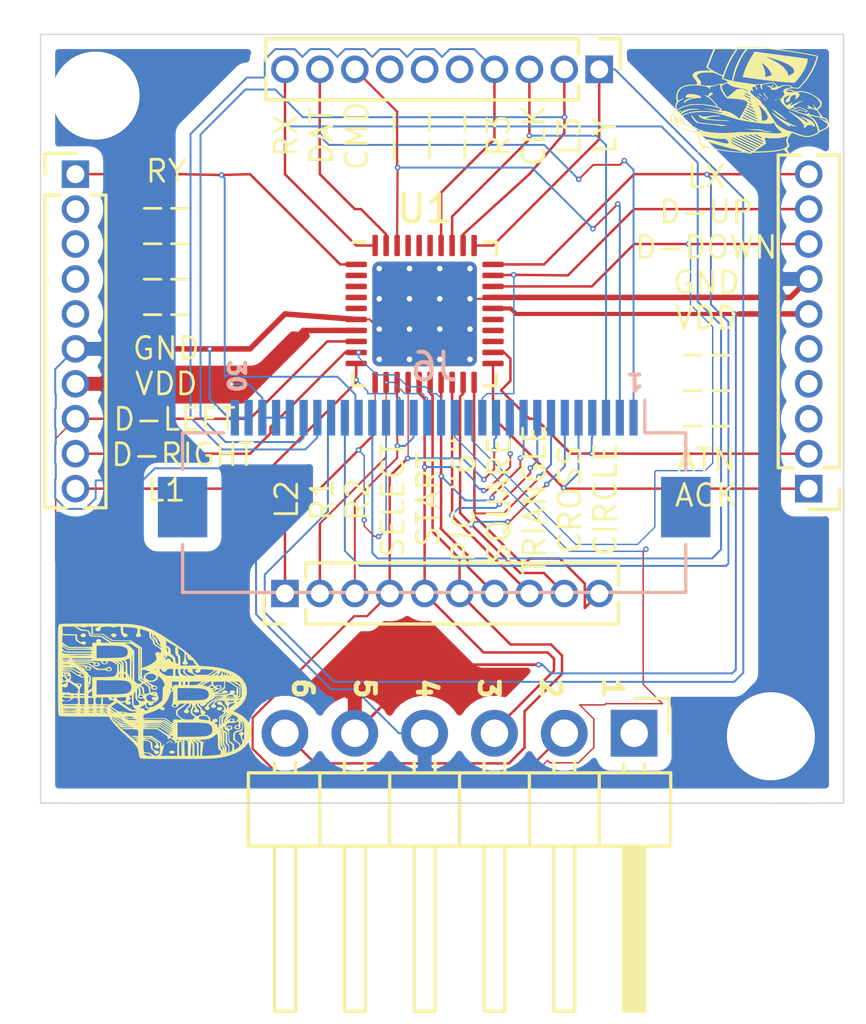
<source format=kicad_pcb>
(kicad_pcb (version 20171130) (host pcbnew "(5.1.5)-3")

  (general
    (thickness 1.6)
    (drawings 13)
    (tracks 536)
    (zones 0)
    (modules 11)
    (nets 50)
  )

  (page A4)
  (layers
    (0 F.Cu signal)
    (31 B.Cu signal)
    (32 B.Adhes user)
    (33 F.Adhes user)
    (34 B.Paste user)
    (35 F.Paste user)
    (36 B.SilkS user)
    (37 F.SilkS user)
    (38 B.Mask user)
    (39 F.Mask user)
    (40 Dwgs.User user)
    (41 Cmts.User user)
    (42 Eco1.User user)
    (43 Eco2.User user)
    (44 Edge.Cuts user)
    (45 Margin user)
    (46 B.CrtYd user)
    (47 F.CrtYd user)
    (48 B.Fab user)
    (49 F.Fab user)
  )

  (setup
    (last_trace_width 0.25)
    (trace_clearance 0.2)
    (zone_clearance 0.508)
    (zone_45_only no)
    (trace_min 0.2)
    (via_size 0.8)
    (via_drill 0.4)
    (via_min_size 0.4)
    (via_min_drill 0.3)
    (uvia_size 0.3)
    (uvia_drill 0.1)
    (uvias_allowed no)
    (uvia_min_size 0.2)
    (uvia_min_drill 0.1)
    (edge_width 0.05)
    (segment_width 0.2)
    (pcb_text_width 0.3)
    (pcb_text_size 1.5 1.5)
    (mod_edge_width 0.12)
    (mod_text_size 1 1)
    (mod_text_width 0.15)
    (pad_size 3.2 3.2)
    (pad_drill 3.2)
    (pad_to_mask_clearance 0.051)
    (solder_mask_min_width 0.25)
    (aux_axis_origin 0 0)
    (visible_elements 7FFFFF9F)
    (pcbplotparams
      (layerselection 0x010fc_ffffffff)
      (usegerberextensions false)
      (usegerberattributes false)
      (usegerberadvancedattributes false)
      (creategerberjobfile false)
      (excludeedgelayer true)
      (linewidth 0.100000)
      (plotframeref false)
      (viasonmask false)
      (mode 1)
      (useauxorigin false)
      (hpglpennumber 1)
      (hpglpenspeed 20)
      (hpglpendiameter 15.000000)
      (psnegative false)
      (psa4output false)
      (plotreference true)
      (plotvalue true)
      (plotinvisibletext false)
      (padsonsilk false)
      (subtractmaskfromsilk false)
      (outputformat 1)
      (mirror false)
      (drillshape 1)
      (scaleselection 1)
      (outputdirectory ""))
  )

  (net 0 "")
  (net 1 L1)
  (net 2 D-RIGHT)
  (net 3 D-LEFT)
  (net 4 VDD)
  (net 5 GND)
  (net 6 "Net-(J1-Pad5)")
  (net 7 "Net-(J1-Pad4)")
  (net 8 "Net-(J1-Pad3)")
  (net 9 "Net-(J1-Pad2)")
  (net 10 PIC-6)
  (net 11 START)
  (net 12 SELECT)
  (net 13 "Net-(J2-Pad1)")
  (net 14 CIRCLE)
  (net 15 CROSS)
  (net 16 TRIANGLE)
  (net 17 SQUARE)
  (net 18 R2)
  (net 19 R1)
  (net 20 L2)
  (net 21 RX)
  (net 22 DAT)
  (net 23 "Net-(J4-Pad7)")
  (net 24 "Net-(J4-Pad6)")
  (net 25 "Net-(J4-Pad5)")
  (net 26 R3)
  (net 27 CLK)
  (net 28 L3)
  (net 29 LY)
  (net 30 LX)
  (net 31 D-UP)
  (net 32 D-DOWN)
  (net 33 "Net-(J5-Pad5)")
  (net 34 "Net-(J5-Pad4)")
  (net 35 "Net-(J5-Pad3)")
  (net 36 ATN)
  (net 37 ACK)
  (net 38 RY)
  (net 39 CMD)
  (net 40 "Net-(U1-Pad37)")
  (net 41 "Net-(U1-Pad36)")
  (net 42 "Net-(U1-Pad35)")
  (net 43 "Net-(U1-Pad25)")
  (net 44 "Net-(U1-Pad24)")
  (net 45 "Net-(U1-Pad23)")
  (net 46 "Net-(U1-Pad5)")
  (net 47 "Net-(U1-Pad4)")
  (net 48 "Net-(U1-Pad3)")
  (net 49 "Net-(U1-Pad2)")

  (net_class Default "This is the default net class."
    (clearance 0.2)
    (trace_width 0.25)
    (via_dia 0.8)
    (via_drill 0.4)
    (uvia_dia 0.3)
    (uvia_drill 0.1)
    (add_net ACK)
    (add_net ATN)
    (add_net CIRCLE)
    (add_net CLK)
    (add_net CMD)
    (add_net CROSS)
    (add_net D-DOWN)
    (add_net D-LEFT)
    (add_net D-RIGHT)
    (add_net D-UP)
    (add_net DAT)
    (add_net GND)
    (add_net L1)
    (add_net L2)
    (add_net L3)
    (add_net LX)
    (add_net LY)
    (add_net "Net-(J1-Pad2)")
    (add_net "Net-(J1-Pad3)")
    (add_net "Net-(J1-Pad4)")
    (add_net "Net-(J1-Pad5)")
    (add_net "Net-(J2-Pad1)")
    (add_net "Net-(J4-Pad5)")
    (add_net "Net-(J4-Pad6)")
    (add_net "Net-(J4-Pad7)")
    (add_net "Net-(J5-Pad3)")
    (add_net "Net-(J5-Pad4)")
    (add_net "Net-(J5-Pad5)")
    (add_net "Net-(U1-Pad2)")
    (add_net "Net-(U1-Pad23)")
    (add_net "Net-(U1-Pad24)")
    (add_net "Net-(U1-Pad25)")
    (add_net "Net-(U1-Pad3)")
    (add_net "Net-(U1-Pad35)")
    (add_net "Net-(U1-Pad36)")
    (add_net "Net-(U1-Pad37)")
    (add_net "Net-(U1-Pad4)")
    (add_net "Net-(U1-Pad5)")
    (add_net PIC-6)
    (add_net R1)
    (add_net R2)
    (add_net R3)
    (add_net RX)
    (add_net RY)
    (add_net SELECT)
    (add_net SQUARE)
    (add_net START)
    (add_net TRIANGLE)
    (add_net VDD)
  )

  (module MountingHole:MountingHole_3.2mm_M3 (layer F.Cu) (tedit 56D1B4CB) (tstamp 5E76BB54)
    (at 168.80332 96.62922)
    (descr "Mounting Hole 3.2mm, no annular, M3")
    (tags "mounting hole 3.2mm no annular m3")
    (attr virtual)
    (fp_text reference REF** (at 0 -4.2) (layer F.SilkS) hide
      (effects (font (size 1 1) (thickness 0.15)))
    )
    (fp_text value MountingHole_3.2mm_M3 (at 0 4.2) (layer F.Fab) hide
      (effects (font (size 1 1) (thickness 0.15)))
    )
    (fp_circle (center 0 0) (end 3.45 0) (layer F.CrtYd) (width 0.05))
    (fp_circle (center 0 0) (end 3.2 0) (layer Cmts.User) (width 0.15))
    (fp_text user %R (at 0.3 0) (layer F.Fab) hide
      (effects (font (size 1 1) (thickness 0.15)))
    )
    (pad 1 np_thru_hole circle (at 0 0) (size 3.2 3.2) (drill 3.2) (layers *.Cu *.Mask))
  )

  (module MountingHole:MountingHole_3.2mm_M3 (layer F.Cu) (tedit 56D1B4CB) (tstamp 5E76BB37)
    (at 144.24152 73.34504)
    (descr "Mounting Hole 3.2mm, no annular, M3")
    (tags "mounting hole 3.2mm no annular m3")
    (attr virtual)
    (fp_text reference REF** (at 0 -4.2) (layer F.SilkS) hide
      (effects (font (size 1 1) (thickness 0.15)))
    )
    (fp_text value MountingHole_3.2mm_M3 (at 0 4.2) (layer F.Fab) hide
      (effects (font (size 1 1) (thickness 0.15)))
    )
    (fp_circle (center 0 0) (end 3.45 0) (layer F.CrtYd) (width 0.05))
    (fp_circle (center 0 0) (end 3.2 0) (layer Cmts.User) (width 0.15))
    (fp_text user %R (at 0.3 0) (layer F.Fab) hide
      (effects (font (size 1 1) (thickness 0.15)))
    )
    (pad 1 np_thru_hole circle (at 0 0) (size 3.2 3.2) (drill 3.2) (layers *.Cu *.Mask))
  )

  (module Connector_PinHeader_2.54mm:PinHeader_1x06_P2.54mm_Horizontal (layer F.Cu) (tedit 59FED5CB) (tstamp 5E62E8E3)
    (at 163.83 96.52 270)
    (descr "Through hole angled pin header, 1x06, 2.54mm pitch, 6mm pin length, single row")
    (tags "Through hole angled pin header THT 1x06 2.54mm single row")
    (path /5E57B87E)
    (fp_text reference J2 (at 4.385 -2.27 90) (layer F.SilkS) hide
      (effects (font (size 1 1) (thickness 0.15)))
    )
    (fp_text value Conn_01x06_Female (at 4.385 14.97 90) (layer F.Fab) hide
      (effects (font (size 1 1) (thickness 0.15)))
    )
    (fp_text user %R (at 2.77 6.35) (layer F.Fab) hide
      (effects (font (size 1 1) (thickness 0.15)))
    )
    (fp_line (start 10.55 -1.8) (end -1.8 -1.8) (layer F.CrtYd) (width 0.05))
    (fp_line (start 10.55 14.5) (end 10.55 -1.8) (layer F.CrtYd) (width 0.05))
    (fp_line (start -1.8 14.5) (end 10.55 14.5) (layer F.CrtYd) (width 0.05))
    (fp_line (start -1.8 -1.8) (end -1.8 14.5) (layer F.CrtYd) (width 0.05))
    (fp_line (start -1.27 -1.27) (end 0 -1.27) (layer F.SilkS) (width 0.12))
    (fp_line (start -1.27 0) (end -1.27 -1.27) (layer F.SilkS) (width 0.12))
    (fp_line (start 1.042929 13.08) (end 1.44 13.08) (layer F.SilkS) (width 0.12))
    (fp_line (start 1.042929 12.32) (end 1.44 12.32) (layer F.SilkS) (width 0.12))
    (fp_line (start 10.1 13.08) (end 4.1 13.08) (layer F.SilkS) (width 0.12))
    (fp_line (start 10.1 12.32) (end 10.1 13.08) (layer F.SilkS) (width 0.12))
    (fp_line (start 4.1 12.32) (end 10.1 12.32) (layer F.SilkS) (width 0.12))
    (fp_line (start 1.44 11.43) (end 4.1 11.43) (layer F.SilkS) (width 0.12))
    (fp_line (start 1.042929 10.54) (end 1.44 10.54) (layer F.SilkS) (width 0.12))
    (fp_line (start 1.042929 9.78) (end 1.44 9.78) (layer F.SilkS) (width 0.12))
    (fp_line (start 10.1 10.54) (end 4.1 10.54) (layer F.SilkS) (width 0.12))
    (fp_line (start 10.1 9.78) (end 10.1 10.54) (layer F.SilkS) (width 0.12))
    (fp_line (start 4.1 9.78) (end 10.1 9.78) (layer F.SilkS) (width 0.12))
    (fp_line (start 1.44 8.89) (end 4.1 8.89) (layer F.SilkS) (width 0.12))
    (fp_line (start 1.042929 8) (end 1.44 8) (layer F.SilkS) (width 0.12))
    (fp_line (start 1.042929 7.24) (end 1.44 7.24) (layer F.SilkS) (width 0.12))
    (fp_line (start 10.1 8) (end 4.1 8) (layer F.SilkS) (width 0.12))
    (fp_line (start 10.1 7.24) (end 10.1 8) (layer F.SilkS) (width 0.12))
    (fp_line (start 4.1 7.24) (end 10.1 7.24) (layer F.SilkS) (width 0.12))
    (fp_line (start 1.44 6.35) (end 4.1 6.35) (layer F.SilkS) (width 0.12))
    (fp_line (start 1.042929 5.46) (end 1.44 5.46) (layer F.SilkS) (width 0.12))
    (fp_line (start 1.042929 4.7) (end 1.44 4.7) (layer F.SilkS) (width 0.12))
    (fp_line (start 10.1 5.46) (end 4.1 5.46) (layer F.SilkS) (width 0.12))
    (fp_line (start 10.1 4.7) (end 10.1 5.46) (layer F.SilkS) (width 0.12))
    (fp_line (start 4.1 4.7) (end 10.1 4.7) (layer F.SilkS) (width 0.12))
    (fp_line (start 1.44 3.81) (end 4.1 3.81) (layer F.SilkS) (width 0.12))
    (fp_line (start 1.042929 2.92) (end 1.44 2.92) (layer F.SilkS) (width 0.12))
    (fp_line (start 1.042929 2.16) (end 1.44 2.16) (layer F.SilkS) (width 0.12))
    (fp_line (start 10.1 2.92) (end 4.1 2.92) (layer F.SilkS) (width 0.12))
    (fp_line (start 10.1 2.16) (end 10.1 2.92) (layer F.SilkS) (width 0.12))
    (fp_line (start 4.1 2.16) (end 10.1 2.16) (layer F.SilkS) (width 0.12))
    (fp_line (start 1.44 1.27) (end 4.1 1.27) (layer F.SilkS) (width 0.12))
    (fp_line (start 1.11 0.38) (end 1.44 0.38) (layer F.SilkS) (width 0.12))
    (fp_line (start 1.11 -0.38) (end 1.44 -0.38) (layer F.SilkS) (width 0.12))
    (fp_line (start 4.1 0.28) (end 10.1 0.28) (layer F.SilkS) (width 0.12))
    (fp_line (start 4.1 0.16) (end 10.1 0.16) (layer F.SilkS) (width 0.12))
    (fp_line (start 4.1 0.04) (end 10.1 0.04) (layer F.SilkS) (width 0.12))
    (fp_line (start 4.1 -0.08) (end 10.1 -0.08) (layer F.SilkS) (width 0.12))
    (fp_line (start 4.1 -0.2) (end 10.1 -0.2) (layer F.SilkS) (width 0.12))
    (fp_line (start 4.1 -0.32) (end 10.1 -0.32) (layer F.SilkS) (width 0.12))
    (fp_line (start 10.1 0.38) (end 4.1 0.38) (layer F.SilkS) (width 0.12))
    (fp_line (start 10.1 -0.38) (end 10.1 0.38) (layer F.SilkS) (width 0.12))
    (fp_line (start 4.1 -0.38) (end 10.1 -0.38) (layer F.SilkS) (width 0.12))
    (fp_line (start 4.1 -1.33) (end 1.44 -1.33) (layer F.SilkS) (width 0.12))
    (fp_line (start 4.1 14.03) (end 4.1 -1.33) (layer F.SilkS) (width 0.12))
    (fp_line (start 1.44 14.03) (end 4.1 14.03) (layer F.SilkS) (width 0.12))
    (fp_line (start 1.44 -1.33) (end 1.44 14.03) (layer F.SilkS) (width 0.12))
    (fp_line (start 4.04 13.02) (end 10.04 13.02) (layer F.Fab) (width 0.1))
    (fp_line (start 10.04 12.38) (end 10.04 13.02) (layer F.Fab) (width 0.1))
    (fp_line (start 4.04 12.38) (end 10.04 12.38) (layer F.Fab) (width 0.1))
    (fp_line (start -0.32 13.02) (end 1.5 13.02) (layer F.Fab) (width 0.1))
    (fp_line (start -0.32 12.38) (end -0.32 13.02) (layer F.Fab) (width 0.1))
    (fp_line (start -0.32 12.38) (end 1.5 12.38) (layer F.Fab) (width 0.1))
    (fp_line (start 4.04 10.48) (end 10.04 10.48) (layer F.Fab) (width 0.1))
    (fp_line (start 10.04 9.84) (end 10.04 10.48) (layer F.Fab) (width 0.1))
    (fp_line (start 4.04 9.84) (end 10.04 9.84) (layer F.Fab) (width 0.1))
    (fp_line (start -0.32 10.48) (end 1.5 10.48) (layer F.Fab) (width 0.1))
    (fp_line (start -0.32 9.84) (end -0.32 10.48) (layer F.Fab) (width 0.1))
    (fp_line (start -0.32 9.84) (end 1.5 9.84) (layer F.Fab) (width 0.1))
    (fp_line (start 4.04 7.94) (end 10.04 7.94) (layer F.Fab) (width 0.1))
    (fp_line (start 10.04 7.3) (end 10.04 7.94) (layer F.Fab) (width 0.1))
    (fp_line (start 4.04 7.3) (end 10.04 7.3) (layer F.Fab) (width 0.1))
    (fp_line (start -0.32 7.94) (end 1.5 7.94) (layer F.Fab) (width 0.1))
    (fp_line (start -0.32 7.3) (end -0.32 7.94) (layer F.Fab) (width 0.1))
    (fp_line (start -0.32 7.3) (end 1.5 7.3) (layer F.Fab) (width 0.1))
    (fp_line (start 4.04 5.4) (end 10.04 5.4) (layer F.Fab) (width 0.1))
    (fp_line (start 10.04 4.76) (end 10.04 5.4) (layer F.Fab) (width 0.1))
    (fp_line (start 4.04 4.76) (end 10.04 4.76) (layer F.Fab) (width 0.1))
    (fp_line (start -0.32 5.4) (end 1.5 5.4) (layer F.Fab) (width 0.1))
    (fp_line (start -0.32 4.76) (end -0.32 5.4) (layer F.Fab) (width 0.1))
    (fp_line (start -0.32 4.76) (end 1.5 4.76) (layer F.Fab) (width 0.1))
    (fp_line (start 4.04 2.86) (end 10.04 2.86) (layer F.Fab) (width 0.1))
    (fp_line (start 10.04 2.22) (end 10.04 2.86) (layer F.Fab) (width 0.1))
    (fp_line (start 4.04 2.22) (end 10.04 2.22) (layer F.Fab) (width 0.1))
    (fp_line (start -0.32 2.86) (end 1.5 2.86) (layer F.Fab) (width 0.1))
    (fp_line (start -0.32 2.22) (end -0.32 2.86) (layer F.Fab) (width 0.1))
    (fp_line (start -0.32 2.22) (end 1.5 2.22) (layer F.Fab) (width 0.1))
    (fp_line (start 4.04 0.32) (end 10.04 0.32) (layer F.Fab) (width 0.1))
    (fp_line (start 10.04 -0.32) (end 10.04 0.32) (layer F.Fab) (width 0.1))
    (fp_line (start 4.04 -0.32) (end 10.04 -0.32) (layer F.Fab) (width 0.1))
    (fp_line (start -0.32 0.32) (end 1.5 0.32) (layer F.Fab) (width 0.1))
    (fp_line (start -0.32 -0.32) (end -0.32 0.32) (layer F.Fab) (width 0.1))
    (fp_line (start -0.32 -0.32) (end 1.5 -0.32) (layer F.Fab) (width 0.1))
    (fp_line (start 1.5 -0.635) (end 2.135 -1.27) (layer F.Fab) (width 0.1))
    (fp_line (start 1.5 13.97) (end 1.5 -0.635) (layer F.Fab) (width 0.1))
    (fp_line (start 4.04 13.97) (end 1.5 13.97) (layer F.Fab) (width 0.1))
    (fp_line (start 4.04 -1.27) (end 4.04 13.97) (layer F.Fab) (width 0.1))
    (fp_line (start 2.135 -1.27) (end 4.04 -1.27) (layer F.Fab) (width 0.1))
    (pad 6 thru_hole oval (at 0 12.7 270) (size 1.7 1.7) (drill 1) (layers *.Cu *.Mask)
      (net 10 PIC-6))
    (pad 5 thru_hole oval (at 0 10.16 270) (size 1.7 1.7) (drill 1) (layers *.Cu *.Mask)
      (net 4 VDD))
    (pad 4 thru_hole oval (at 0 7.62 270) (size 1.7 1.7) (drill 1) (layers *.Cu *.Mask)
      (net 5 GND))
    (pad 3 thru_hole oval (at 0 5.08 270) (size 1.7 1.7) (drill 1) (layers *.Cu *.Mask)
      (net 11 START))
    (pad 2 thru_hole oval (at 0 2.54 270) (size 1.7 1.7) (drill 1) (layers *.Cu *.Mask)
      (net 12 SELECT))
    (pad 1 thru_hole rect (at 0 0 270) (size 1.7 1.7) (drill 1) (layers *.Cu *.Mask)
      (net 13 "Net-(J2-Pad1)"))
    (model ${KISYS3DMOD}/Connector_PinHeader_2.54mm.3dshapes/PinHeader_1x06_P2.54mm_Horizontal.wrl
      (at (xyz 0 0 0))
      (scale (xyz 1 1 1))
      (rotate (xyz 0 0 0))
    )
  )

  (module Symbol:BB_small_Silkscrn_negative (layer F.Cu) (tedit 0) (tstamp 5E769E80)
    (at 146.38274 94.99346)
    (fp_text reference G*** (at 0 0) (layer F.SilkS) hide
      (effects (font (size 1.524 1.524) (thickness 0.3)))
    )
    (fp_text value LOGO (at 0.75 0) (layer F.SilkS) hide
      (effects (font (size 1.524 1.524) (thickness 0.3)))
    )
    (fp_poly (pts (xy -2.526845 -2.086283) (xy -2.497041 -2.05432) (xy -2.496544 -2.016427) (xy -2.529948 -1.985189)
      (xy -2.538331 -1.981796) (xy -2.587356 -1.966785) (xy -2.618932 -1.970711) (xy -2.652486 -1.990876)
      (xy -2.684492 -2.018081) (xy -2.6924 -2.032) (xy -2.673226 -2.057848) (xy -2.63052 -2.084851)
      (xy -2.586505 -2.099451) (xy -2.581366 -2.099733) (xy -2.526845 -2.086283)) (layer F.SilkS) (width 0.01))
    (fp_poly (pts (xy -1.440263 -2.088037) (xy -1.395998 -2.061985) (xy -1.372064 -2.035135) (xy -1.3716 -2.032)
      (xy -1.38851 -2.009155) (xy -1.425416 -1.982248) (xy -1.461588 -1.965636) (xy -1.468665 -1.964782)
      (xy -1.50263 -1.972848) (xy -1.53035 -1.982557) (xy -1.566669 -2.012413) (xy -1.568311 -2.050418)
      (xy -1.540495 -2.083753) (xy -1.488441 -2.099603) (xy -1.482635 -2.099733) (xy -1.440263 -2.088037)) (layer F.SilkS) (width 0.01))
    (fp_poly (pts (xy -3.2004 0.364067) (xy -3.2131 0.372533) (xy -3.2258 0.364067) (xy -3.2131 0.3556)
      (xy -3.2004 0.364067)) (layer F.SilkS) (width 0.01))
    (fp_poly (pts (xy 2.431424 0.585792) (xy 2.455939 0.603435) (xy 2.457678 0.641277) (xy 2.427003 0.671666)
      (xy 2.37869 0.689102) (xy 2.327518 0.688088) (xy 2.289872 0.665223) (xy 2.279383 0.623519)
      (xy 2.309936 0.590384) (xy 2.371815 0.575801) (xy 2.376959 0.575733) (xy 2.431424 0.585792)) (layer F.SilkS) (width 0.01))
    (fp_poly (pts (xy -1.397 1.126066) (xy -1.4097 1.134533) (xy -1.4224 1.126066) (xy -1.4097 1.1176)
      (xy -1.397 1.126066)) (layer F.SilkS) (width 0.01))
    (fp_poly (pts (xy 1.9812 1.786467) (xy 1.9685 1.794933) (xy 1.9558 1.786467) (xy 1.9685 1.778)
      (xy 1.9812 1.786467)) (layer F.SilkS) (width 0.01))
    (fp_poly (pts (xy 1.8542 1.837267) (xy 1.8415 1.845733) (xy 1.8288 1.837267) (xy 1.8415 1.8288)
      (xy 1.8542 1.837267)) (layer F.SilkS) (width 0.01))
    (fp_poly (pts (xy 0.550561 1.787607) (xy 0.6058 1.822044) (xy 0.648014 1.842125) (xy 0.680136 1.856793)
      (xy 0.66834 1.86179) (xy 0.655779 1.862152) (xy 0.615144 1.849375) (xy 0.568377 1.817092)
      (xy 0.558326 1.807633) (xy 0.530517 1.778039) (xy 0.53271 1.775125) (xy 0.550561 1.787607)) (layer F.SilkS) (width 0.01))
    (fp_poly (pts (xy 0.5842 1.888067) (xy 0.5715 1.896533) (xy 0.5588 1.888067) (xy 0.5715 1.8796)
      (xy 0.5842 1.888067)) (layer F.SilkS) (width 0.01))
    (fp_poly (pts (xy 0.523415 1.839376) (xy 0.4953 1.862667) (xy 0.457131 1.88771) (xy 0.436626 1.896533)
      (xy 0.441784 1.885957) (xy 0.4699 1.862667) (xy 0.508068 1.837623) (xy 0.528573 1.8288)
      (xy 0.523415 1.839376)) (layer F.SilkS) (width 0.01))
    (fp_poly (pts (xy 0.69556 2.170603) (xy 0.727816 2.198669) (xy 0.722292 2.233079) (xy 0.712966 2.242247)
      (xy 0.664697 2.264712) (xy 0.635 2.269067) (xy 0.582452 2.256852) (xy 0.557033 2.242247)
      (xy 0.539542 2.207864) (xy 0.56242 2.177061) (xy 0.61619 2.159957) (xy 0.635 2.159)
      (xy 0.69556 2.170603)) (layer F.SilkS) (width 0.01))
    (fp_poly (pts (xy -1.919714 -2.455004) (xy -1.664476 -2.454312) (xy -1.449538 -2.452894) (xy -1.269652 -2.450512)
      (xy -1.119567 -2.446931) (xy -0.994034 -2.441914) (xy -0.887805 -2.435225) (xy -0.79563 -2.426628)
      (xy -0.712259 -2.415887) (xy -0.632445 -2.402765) (xy -0.550936 -2.387026) (xy -0.507995 -2.378119)
      (xy -0.393243 -2.350812) (xy -0.282856 -2.317098) (xy -0.171466 -2.27428) (xy -0.053701 -2.219659)
      (xy 0.07581 -2.150538) (xy 0.222436 -2.064218) (xy 0.391548 -1.958003) (xy 0.588517 -1.829193)
      (xy 0.600475 -1.82126) (xy 0.806315 -1.682687) (xy 0.978447 -1.562112) (xy 1.121766 -1.45552)
      (xy 1.241167 -1.358894) (xy 1.341544 -1.268219) (xy 1.427792 -1.179477) (xy 1.504807 -1.088653)
      (xy 1.525257 -1.062466) (xy 1.635446 -0.919005) (xy 1.852773 -0.908366) (xy 2.168149 -0.880593)
      (xy 2.45019 -0.830194) (xy 2.697371 -0.757853) (xy 2.908167 -0.664255) (xy 3.081054 -0.550085)
      (xy 3.214505 -0.416029) (xy 3.306996 -0.262771) (xy 3.311085 -0.253277) (xy 3.360267 -0.07705)
      (xy 3.359822 0.096772) (xy 3.310913 0.265127) (xy 3.214702 0.424948) (xy 3.072352 0.573173)
      (xy 2.966608 0.654351) (xy 2.864967 0.724503) (xy 3.016987 0.793326) (xy 3.196764 0.894658)
      (xy 3.339018 1.018465) (xy 3.442647 1.163608) (xy 3.494017 1.284714) (xy 3.522273 1.401177)
      (xy 3.527122 1.509625) (xy 3.508429 1.625272) (xy 3.490439 1.689814) (xy 3.414219 1.860479)
      (xy 3.297339 2.011188) (xy 3.140938 2.141236) (xy 2.946149 2.249918) (xy 2.714111 2.336528)
      (xy 2.44596 2.40036) (xy 2.3114 2.421797) (xy 2.252859 2.429358) (xy 2.19373 2.435682)
      (xy 2.129009 2.44088) (xy 2.053695 2.445061) (xy 1.962786 2.448335) (xy 1.85128 2.450813)
      (xy 1.714175 2.452605) (xy 1.546469 2.45382) (xy 1.343161 2.454569) (xy 1.099248 2.454962)
      (xy 0.809728 2.455109) (xy 0.797686 2.455111) (xy 0.509645 2.455095) (xy 0.26816 2.454875)
      (xy 0.068988 2.454355) (xy -0.092112 2.45344) (xy -0.219385 2.452036) (xy -0.317074 2.450046)
      (xy -0.389421 2.447377) (xy -0.44067 2.443931) (xy -0.475063 2.439615) (xy -0.496844 2.434334)
      (xy -0.510256 2.427991) (xy -0.513501 2.4257) (xy -0.538239 2.388773) (xy -0.550568 2.345267)
      (xy -0.4064 2.345267) (xy -0.3937 2.353733) (xy -0.381 2.345267) (xy -0.3937 2.3368)
      (xy -0.4064 2.345267) (xy -0.550568 2.345267) (xy -0.556949 2.322754) (xy -0.564898 2.266828)
      (xy -0.401861 2.266828) (xy -0.380561 2.292568) (xy -0.351173 2.314542) (xy -0.29548 2.342052)
      (xy -0.219999 2.352951) (xy -0.181321 2.353733) (xy -0.066696 2.353733) (xy -0.1397 2.302933)
      (xy -0.208004 2.266067) (xy -0.283076 2.252719) (xy -0.309553 2.252133) (xy -0.379284 2.254988)
      (xy -0.401861 2.266828) (xy -0.564898 2.266828) (xy -0.565784 2.2606) (xy -0.574877 2.190421)
      (xy -0.589264 2.127462) (xy -0.612095 2.067621) (xy -0.646517 2.006793) (xy -0.695678 1.940875)
      (xy -0.762727 1.865764) (xy -0.850811 1.777357) (xy -0.963078 1.671549) (xy -1.102678 1.544238)
      (xy -1.143885 1.507066) (xy -1.27375 1.384463) (xy -1.392852 1.261296) (xy -1.491645 1.147681)
      (xy -1.530692 1.097275) (xy -1.640501 0.947686) (xy -1.561562 0.947686) (xy -1.560221 0.971853)
      (xy -1.538853 1.011179) (xy -1.506502 1.053718) (xy -1.472206 1.087522) (xy -1.445785 1.100666)
      (xy -1.430489 1.110865) (xy -1.433846 1.116247) (xy -1.427288 1.138174) (xy -1.392808 1.182005)
      (xy -1.334818 1.243519) (xy -1.257725 1.318496) (xy -1.16594 1.402716) (xy -1.063871 1.491959)
      (xy -0.955927 1.582005) (xy -0.901648 1.6256) (xy -0.8128 1.697127) (xy -0.734233 1.762493)
      (xy -0.67262 1.815986) (xy -0.634637 1.851897) (xy -0.627341 1.860354) (xy -0.603815 1.883192)
      (xy -0.589109 1.880951) (xy -0.595368 1.852896) (xy -0.610309 1.836697) (xy -0.627947 1.816577)
      (xy -0.606361 1.810793) (xy -0.600269 1.804601) (xy -0.634157 1.791174) (xy -0.635 1.790923)
      (xy -0.678491 1.777026) (xy -0.677147 1.770346) (xy -0.64135 1.765419) (xy -0.592719 1.753328)
      (xy -0.589662 1.738704) (xy -0.628987 1.728499) (xy -0.658901 1.7272) (xy -0.71756 1.72198)
      (xy -0.7493 1.710267) (xy -0.73857 1.698744) (xy -0.686823 1.693458) (xy -0.6746 1.693333)
      (xy -0.615247 1.689146) (xy -0.585134 1.678828) (xy -0.5842 1.6764) (xy -0.4064 1.6764)
      (xy -0.383501 1.685885) (xy -0.324714 1.69203) (xy -0.273849 1.693333) (xy -0.202906 1.694911)
      (xy -0.150756 1.703138) (xy -0.101576 1.723253) (xy -0.039544 1.760498) (xy -0.007149 1.781655)
      (xy 0.072709 1.839146) (xy 0.115584 1.883348) (xy 0.127 1.916122) (xy 0.135425 1.953847)
      (xy 0.1524 1.972733) (xy 0.177337 1.999731) (xy 0.173701 2.036534) (xy 0.145689 2.067073)
      (xy 0.125781 2.074591) (xy 0.070353 2.074008) (xy 0.025873 2.053888) (xy 0.000271 2.023658)
      (xy 0.001478 1.992741) (xy 0.037427 1.970564) (xy 0.0381 1.97039) (xy 0.074007 1.946408)
      (xy 0.07295 1.90629) (xy 0.037122 1.855476) (xy -0.030689 1.799807) (xy -0.09504 1.758712)
      (xy -0.146111 1.736976) (xy -0.204141 1.728511) (xy -0.271989 1.7272) (xy -0.346828 1.730087)
      (xy -0.395626 1.737508) (xy -0.4064 1.744133) (xy -0.384217 1.755725) (xy -0.33029 1.761032)
      (xy -0.32506 1.761067) (xy -0.243452 1.773784) (xy -0.16063 1.814756) (xy -0.15996 1.815188)
      (xy -0.114534 1.847224) (xy -0.089393 1.876825) (xy -0.078597 1.915792) (xy -0.076207 1.975921)
      (xy -0.0762 1.98157) (xy -0.073419 2.046059) (xy -0.062403 2.087145) (xy -0.039147 2.115172)
      (xy -0.01905 2.129164) (xy 0.043995 2.157145) (xy 0.1016 2.170215) (xy 0.151338 2.183628)
      (xy 0.1651 2.216421) (xy 0.14923 2.255029) (xy 0.124102 2.274149) (xy 0.064133 2.284749)
      (xy 0.018896 2.266465) (xy 0.000041 2.224214) (xy 0 2.22175) (xy -0.022629 2.168597)
      (xy -0.0635 2.1336) (xy -0.098907 2.106845) (xy -0.118165 2.075663) (xy -0.125922 2.029073)
      (xy -0.127 1.983573) (xy -0.138812 1.89613) (xy -0.175609 1.836903) (xy -0.239437 1.80389)
      (xy -0.319779 1.794933) (xy -0.402102 1.794933) (xy -0.401723 1.9939) (xy -0.399451 2.074692)
      (xy -0.393551 2.143391) (xy -0.384917 2.192536) (xy -0.375362 2.214033) (xy -0.334356 2.228091)
      (xy -0.267514 2.235041) (xy -0.255873 2.2352) (xy -0.183797 2.241841) (xy -0.120925 2.266416)
      (xy -0.0762 2.294467) (xy -0.005848 2.3365) (xy 0.049917 2.351009) (xy 0.103312 2.339238)
      (xy 0.144412 2.316915) (xy 0.169795 2.298725) (xy 0.186603 2.277433) (xy 0.196588 2.246113)
      (xy 0.201502 2.197838) (xy 0.203097 2.125679) (xy 0.2032 2.084506) (xy 0.2032 1.888916)
      (xy 0.032431 1.774191) (xy -0.047887 1.720991) (xy -0.104722 1.687457) (xy -0.150125 1.669053)
      (xy -0.196149 1.661242) (xy -0.254845 1.65949) (xy -0.272369 1.659466) (xy -0.347088 1.662361)
      (xy -0.395743 1.669801) (xy -0.4064 1.6764) (xy -0.5842 1.6764) (xy -0.606884 1.666245)
      (xy -0.664198 1.660201) (xy -0.697001 1.659466) (xy -0.768788 1.655959) (xy -0.816995 1.647128)
      (xy -0.8255 1.642533) (xy -0.812907 1.632092) (xy -0.7563 1.62638) (xy -0.7127 1.6256)
      (xy -0.5842 1.6256) (xy -0.5842 1.516129) (xy -0.586741 1.458845) (xy -0.599577 1.419101)
      (xy -0.630535 1.393701) (xy -0.687439 1.379451) (xy -0.778114 1.373155) (xy -0.910385 1.371618)
      (xy -0.938131 1.3716) (xy -0.4064 1.3716) (xy -0.4064 1.6256) (xy -0.113029 1.6256)
      (xy 0.070485 1.748765) (xy 0.154692 1.806524) (xy 0.208499 1.847969) (xy 0.238551 1.879957)
      (xy 0.25149 1.909347) (xy 0.254 1.938199) (xy 0.254 2.004469) (xy 0.336152 1.954735)
      (xy 0.374356 1.93323) (xy 0.382079 1.932707) (xy 0.370316 1.9431) (xy 0.34051 1.969829)
      (xy 0.335499 1.981196) (xy 0.335684 1.9812) (xy 0.339047 1.996065) (xy 0.33278 2.033968)
      (xy 0.325503 2.061633) (xy 0.307742 2.130476) (xy 0.29279 2.201826) (xy 0.289998 2.218267)
      (xy 0.266068 2.284827) (xy 0.221564 2.323723) (xy 0.201139 2.335533) (xy 0.197871 2.343659)
      (xy 0.21838 2.348802) (xy 0.269287 2.351664) (xy 0.357212 2.352943) (xy 0.488775 2.353342)
      (xy 0.50165 2.353357) (xy 0.8382 2.353733) (xy 0.8382 2.101807) (xy 0.889 2.101807)
      (xy 0.889297 2.198905) (xy 0.890898 2.267197) (xy 0.894863 2.311745) (xy 0.902256 2.337608)
      (xy 0.914138 2.349848) (xy 0.931571 2.353524) (xy 0.941871 2.353733) (xy 0.961998 2.35245)
      (xy 0.976067 2.345269) (xy 0.984971 2.327188) (xy 0.989609 2.293208) (xy 0.990876 2.238328)
      (xy 0.989669 2.157548) (xy 0.988153 2.0955) (xy 0.985212 2.004991) (xy 0.981469 1.92652)
      (xy 0.977314 1.866302) (xy 0.973137 1.830555) (xy 0.97112 1.823744) (xy 0.946543 1.821324)
      (xy 0.924838 1.830051) (xy 0.910175 1.845805) (xy 0.899871 1.877291) (xy 0.893315 1.929136)
      (xy 0.889897 2.00597) (xy 0.889 2.101807) (xy 0.8382 2.101807) (xy 0.8382 1.862021)
      (xy 0.76835 1.872821) (xy 0.722549 1.878694) (xy 0.720596 1.87308) (xy 0.743704 1.860303)
      (xy 0.764467 1.846292) (xy 0.764423 1.830363) (xy 0.738571 1.806024) (xy 0.6921 1.773836)
      (xy 0.773259 1.773836) (xy 0.800018 1.794873) (xy 0.841971 1.817066) (xy 0.877066 1.811384)
      (xy 0.879875 1.809888) (xy 0.901481 1.787326) (xy 0.974523 1.787326) (xy 0.988386 1.800231)
      (xy 0.999788 1.824732) (xy 1.009305 1.87968) (xy 1.016547 1.961672) (xy 1.021125 2.067303)
      (xy 1.021675 2.09042) (xy 1.02735 2.3622) (xy 1.03503 2.08345) (xy 1.03684 1.98845)
      (xy 1.036889 1.938714) (xy 1.084832 1.938714) (xy 1.086817 2.050788) (xy 1.086982 2.057379)
      (xy 1.094465 2.353733) (xy 1.2192 2.353733) (xy 1.2192 2.254219) (xy 1.313601 2.254219)
      (xy 1.315432 2.303355) (xy 1.321837 2.333053) (xy 1.333541 2.348109) (xy 1.351266 2.35332)
      (xy 1.362279 2.353733) (xy 1.376314 2.348522) (xy 1.385828 2.32983) (xy 1.391346 2.293066)
      (xy 1.393391 2.233639) (xy 1.392488 2.146961) (xy 1.391311 2.099693) (xy 1.386135 1.988068)
      (xy 1.378199 1.90861) (xy 1.368327 1.861564) (xy 1.357339 1.847178) (xy 1.34606 1.865702)
      (xy 1.33531 1.917381) (xy 1.325913 2.002464) (xy 1.320774 2.078445) (xy 1.315623 2.180848)
      (xy 1.313601 2.254219) (xy 1.2192 2.254219) (xy 1.2192 2.088367) (xy 1.21843 1.984542)
      (xy 1.215619 1.909238) (xy 1.210008 1.857119) (xy 1.20084 1.82285) (xy 1.18736 1.801096)
      (xy 1.177163 1.792033) (xy 1.143859 1.770088) (xy 1.129241 1.76552) (xy 1.201836 1.76552)
      (xy 1.216174 1.784005) (xy 1.2192 1.786467) (xy 1.249635 1.807511) (xy 1.26041 1.811867)
      (xy 1.26894 1.798037) (xy 1.27 1.786467) (xy 1.254495 1.769911) (xy 1.349866 1.769911)
      (xy 1.356597 1.786367) (xy 1.389695 1.815125) (xy 1.392666 1.817258) (xy 1.414149 1.834688)
      (xy 1.429202 1.855349) (xy 1.438959 1.885187) (xy 1.444553 1.930144) (xy 1.44712 1.996166)
      (xy 1.447792 2.089196) (xy 1.4478 2.106236) (xy 1.448014 2.202788) (xy 1.449422 2.270452)
      (xy 1.453171 2.314207) (xy 1.460407 2.339032) (xy 1.472278 2.349905) (xy 1.48993 2.351806)
      (xy 1.50411 2.350678) (xy 1.526669 2.347335) (xy 1.542004 2.338778) (xy 1.551252 2.319561)
      (xy 1.555551 2.284238) (xy 1.556039 2.227362) (xy 1.553852 2.143488) (xy 1.552989 2.116667)
      (xy 1.545557 1.888067) (xy 1.453879 1.824877) (xy 1.400272 1.790833) (xy 1.361516 1.771569)
      (xy 1.356387 1.770839) (xy 1.465139 1.770839) (xy 1.495309 1.799848) (xy 1.519017 1.816906)
      (xy 1.6002 1.872745) (xy 1.6002 2.113239) (xy 1.600947 2.209629) (xy 1.603697 2.276985)
      (xy 1.609215 2.320127) (xy 1.618264 2.343878) (xy 1.631609 2.35306) (xy 1.6383 2.353733)
      (xy 1.65357 2.349017) (xy 1.664241 2.331655) (xy 1.671075 2.296825) (xy 1.674838 2.239705)
      (xy 1.676293 2.155474) (xy 1.6764 2.113239) (xy 1.6764 1.872745) (xy 1.595217 1.816906)
      (xy 1.538371 1.783166) (xy 1.510106 1.771597) (xy 1.5875 1.771597) (xy 1.686009 1.81162)
      (xy 1.784518 1.851642) (xy 1.76857 1.962988) (xy 1.758487 2.036707) (xy 1.746991 2.125721)
      (xy 1.736464 2.211552) (xy 1.735857 2.216693) (xy 1.719092 2.359053) (xy 1.932696 2.347675)
      (xy 2.05319 2.339705) (xy 2.173589 2.329197) (xy 2.270123 2.318259) (xy 2.27965 2.31692)
      (xy 2.413 2.297544) (xy 2.412611 2.202872) (xy 2.409186 2.151151) (xy 2.400043 2.128205)
      (xy 2.390549 2.130998) (xy 2.368007 2.139491) (xy 2.348251 2.117084) (xy 2.332009 2.066717)
      (xy 2.320008 1.991331) (xy 2.313741 1.904465) (xy 2.391788 1.904465) (xy 2.392822 1.982818)
      (xy 2.396815 2.03698) (xy 2.404284 2.071773) (xy 2.415749 2.092023) (xy 2.4257 2.099733)
      (xy 2.451936 2.131898) (xy 2.467029 2.18848) (xy 2.468774 2.20764) (xy 2.471604 2.247477)
      (xy 2.47434 2.257851) (xy 2.477652 2.237345) (xy 2.48221 2.184541) (xy 2.482703 2.178172)
      (xy 2.484391 2.106865) (xy 2.475064 2.061193) (xy 2.453157 2.033516) (xy 2.453057 2.033442)
      (xy 2.43666 2.013548) (xy 2.424569 1.978325) (xy 2.415946 1.922854) (xy 2.409955 1.842216)
      (xy 2.406623 1.76027) (xy 2.398789 1.515533) (xy 2.393194 1.797093) (xy 2.391788 1.904465)
      (xy 2.313741 1.904465) (xy 2.312976 1.893864) (xy 2.3114 1.811413) (xy 2.310164 1.711877)
      (xy 2.306001 1.641389) (xy 2.298229 1.595162) (xy 2.286167 1.56841) (xy 2.275436 1.559048)
      (xy 2.24419 1.549718) (xy 2.224649 1.570336) (xy 2.223541 1.572613) (xy 2.18502 1.61622)
      (xy 2.11719 1.66361) (xy 2.036963 1.704508) (xy 1.969412 1.726999) (xy 1.899291 1.73906)
      (xy 1.804068 1.751359) (xy 1.7387 1.758045) (xy 1.5875 1.771597) (xy 1.510106 1.771597)
      (xy 1.489839 1.763302) (xy 1.475934 1.761067) (xy 1.465139 1.770839) (xy 1.356387 1.770839)
      (xy 1.349866 1.769911) (xy 1.254495 1.769911) (xy 1.249433 1.764506) (xy 1.228789 1.761067)
      (xy 1.201836 1.76552) (xy 1.129241 1.76552) (xy 1.119189 1.762379) (xy 1.102053 1.772148)
      (xy 1.091349 1.802634) (xy 1.085975 1.857076) (xy 1.084832 1.938714) (xy 1.036889 1.938714)
      (xy 1.036923 1.904493) (xy 1.035391 1.837794) (xy 1.032358 1.794564) (xy 1.029534 1.78181)
      (xy 1.002955 1.767688) (xy 0.988566 1.770371) (xy 0.974523 1.787326) (xy 0.901481 1.787326)
      (xy 0.902187 1.786589) (xy 0.899921 1.776081) (xy 0.866611 1.764748) (xy 0.820064 1.761067)
      (xy 0.774697 1.762825) (xy 0.773259 1.773836) (xy 0.6921 1.773836) (xy 0.681912 1.76678)
      (xy 0.661154 1.753096) (xy 0.594752 1.710757) (xy 0.556051 1.690521) (xy 0.537964 1.689812)
      (xy 0.533402 1.706054) (xy 0.5334 1.70667) (xy 0.522961 1.736074) (xy 0.506085 1.744133)
      (xy 0.489142 1.729576) (xy 0.486635 1.694166) (xy 0.486733 1.69353) (xy 0.48568 1.667969)
      (xy 0.470144 1.641227) (xy 0.456671 1.628631) (xy 0.573732 1.628631) (xy 0.58755 1.650817)
      (xy 0.615103 1.67205) (xy 0.654762 1.698931) (xy 0.672323 1.701935) (xy 0.680257 1.682002)
      (xy 0.681399 1.677043) (xy 0.67906 1.662529) (xy 0.8382 1.662529) (xy 1.33985 1.656586)
      (xy 1.518436 1.654064) (xy 1.6541 1.650967) (xy 1.754719 1.646801) (xy 1.82817 1.641068)
      (xy 1.882332 1.633272) (xy 1.92508 1.622916) (xy 1.937868 1.618905) (xy 2.010877 1.585367)
      (xy 2.068329 1.543007) (xy 2.075997 1.534416) (xy 2.093548 1.497189) (xy 2.262605 1.497189)
      (xy 2.267275 1.519152) (xy 2.275945 1.519414) (xy 2.282009 1.49675) (xy 2.277951 1.486958)
      (xy 2.266672 1.480544) (xy 2.262605 1.497189) (xy 2.093548 1.497189) (xy 2.107073 1.468502)
      (xy 2.3876 1.468502) (xy 2.405146 1.492913) (xy 2.4257 1.507066) (xy 2.441356 1.522157)
      (xy 2.452255 1.550596) (xy 2.459135 1.597479) (xy 2.462736 1.667903) (xy 2.463799 1.766962)
      (xy 2.4638 1.769533) (xy 2.464814 1.869289) (xy 2.468351 1.940294) (xy 2.47515 1.987646)
      (xy 2.485951 2.01644) (xy 2.501494 2.031773) (xy 2.5019 2.032) (xy 2.527852 2.064736)
      (xy 2.542333 2.128624) (xy 2.545111 2.165307) (xy 2.550223 2.277533) (xy 2.558935 2.144228)
      (xy 2.561053 2.069618) (xy 2.554678 2.02101) (xy 2.538396 1.990872) (xy 2.528424 1.982028)
      (xy 2.511478 1.962503) (xy 2.499969 1.929621) (xy 2.493021 1.877819) (xy 2.489759 1.801533)
      (xy 2.4892 1.732724) (xy 2.488509 1.641283) (xy 2.485602 1.577502) (xy 2.479223 1.535178)
      (xy 2.468117 1.50811) (xy 2.451029 1.490098) (xy 2.4384 1.481666) (xy 2.402015 1.465028)
      (xy 2.3876 1.468502) (xy 2.107073 1.468502) (xy 2.107718 1.467134) (xy 2.115713 1.388283)
      (xy 2.39862 1.388283) (xy 2.430152 1.423204) (xy 2.46044 1.445489) (xy 2.54 1.500212)
      (xy 2.54 1.730166) (xy 2.541103 1.827502) (xy 2.54494 1.896203) (xy 2.552302 1.941475)
      (xy 2.563978 1.968526) (xy 2.5781 1.9812) (xy 2.600336 2.005952) (xy 2.61255 2.053227)
      (xy 2.6162 2.126675) (xy 2.617801 2.191055) (xy 2.623918 2.227528) (xy 2.636516 2.242011)
      (xy 2.6543 2.241323) (xy 2.674731 2.227701) (xy 2.686694 2.195638) (xy 2.691852 2.138983)
      (xy 2.6924 2.100546) (xy 2.690246 2.030396) (xy 2.681963 1.985331) (xy 2.664814 1.956646)
      (xy 2.6416 1.938867) (xy 2.619559 1.922199) (xy 2.604942 1.899435) (xy 2.596267 1.863922)
      (xy 2.592054 1.80901) (xy 2.59082 1.72805) (xy 2.5908 1.71081) (xy 2.590405 1.626353)
      (xy 2.587773 1.568637) (xy 2.580727 1.530536) (xy 2.567092 1.504924) (xy 2.544694 1.484674)
      (xy 2.515953 1.465598) (xy 2.464974 1.423725) (xy 2.434284 1.38112) (xy 2.431889 1.37353)
      (xy 2.42319 1.344839) (xy 2.411558 1.347023) (xy 2.401775 1.360016) (xy 2.39862 1.388283)
      (xy 2.115713 1.388283) (xy 2.11597 1.385756) (xy 2.107146 1.339352) (xy 2.494367 1.339352)
      (xy 2.498305 1.385373) (xy 2.531064 1.423911) (xy 2.564217 1.447045) (xy 2.6416 1.496469)
      (xy 2.6416 1.694428) (xy 2.643044 1.78483) (xy 2.648019 1.846942) (xy 2.657488 1.886298)
      (xy 2.672413 1.90843) (xy 2.6797 1.913467) (xy 2.700093 1.935072) (xy 2.712195 1.976163)
      (xy 2.717366 2.042644) (xy 2.7178 2.078472) (xy 2.7178 2.222397) (xy 2.77495 2.197174)
      (xy 2.806363 2.178427) (xy 2.825051 2.150675) (xy 2.835148 2.1048) (xy 2.839447 2.05498)
      (xy 2.84186 1.99203) (xy 2.836251 1.951994) (xy 2.818052 1.923998) (xy 2.782694 1.897169)
      (xy 2.769597 1.888704) (xy 2.736037 1.866233) (xy 2.71396 1.845113) (xy 2.700963 1.817939)
      (xy 2.69464 1.777305) (xy 2.692586 1.715804) (xy 2.6924 1.651) (xy 2.691989 1.568858)
      (xy 2.689138 1.513172) (xy 2.681417 1.476528) (xy 2.666396 1.451516) (xy 2.641646 1.430723)
      (xy 2.614342 1.412868) (xy 2.560999 1.370925) (xy 2.544739 1.33232) (xy 2.546543 1.316111)
      (xy 2.546297 1.29345) (xy 2.593746 1.29345) (xy 2.597947 1.328148) (xy 2.605215 1.336274)
      (xy 2.609179 1.329266) (xy 2.614462 1.321668) (xy 2.652279 1.321668) (xy 2.663972 1.351042)
      (xy 2.708396 1.369671) (xy 2.733217 1.3716) (xy 2.780357 1.363735) (xy 2.793954 1.334126)
      (xy 2.794 1.331078) (xy 2.776419 1.292366) (xy 2.732169 1.279336) (xy 2.680786 1.292776)
      (xy 2.652279 1.321668) (xy 2.614462 1.321668) (xy 2.645143 1.277545) (xy 2.705784 1.254621)
      (xy 2.732716 1.253066) (xy 2.792409 1.266259) (xy 2.827183 1.298429) (xy 2.834898 1.338465)
      (xy 2.813416 1.375256) (xy 2.760599 1.397692) (xy 2.760557 1.397699) (xy 2.737077 1.403156)
      (xy 2.721685 1.414165) (xy 2.713026 1.436677) (xy 2.709745 1.476642) (xy 2.710486 1.540011)
      (xy 2.712887 1.607012) (xy 2.720674 1.80708) (xy 2.808137 1.863595) (xy 2.856573 1.897665)
      (xy 2.882806 1.928411) (xy 2.893569 1.968403) (xy 2.8956 2.026855) (xy 2.897307 2.081959)
      (xy 2.901764 2.120512) (xy 2.907416 2.1336) (xy 2.931777 2.123419) (xy 2.980145 2.097591)
      (xy 3.009016 2.081046) (xy 3.078508 2.028739) (xy 3.101792 1.977401) (xy 3.078454 1.923051)
      (xy 3.008079 1.861707) (xy 2.9845 1.845733) (xy 2.8702 1.770949) (xy 2.8702 1.650515)
      (xy 2.921 1.650515) (xy 2.922318 1.714201) (xy 2.93045 1.755538) (xy 2.951662 1.786044)
      (xy 2.992218 1.817235) (xy 3.0226 1.837267) (xy 3.093224 1.892526) (xy 3.124052 1.93909)
      (xy 3.125007 1.946536) (xy 3.127838 1.97623) (xy 3.141493 1.974842) (xy 3.163107 1.956797)
      (xy 3.185908 1.919974) (xy 3.199067 1.866105) (xy 3.2004 1.843496) (xy 3.19547 1.793992)
      (xy 3.182967 1.75996) (xy 3.175 1.7526) (xy 3.158547 1.730325) (xy 3.149958 1.688447)
      (xy 3.1496 1.677474) (xy 3.139046 1.626013) (xy 3.111951 1.592031) (xy 3.110274 1.591055)
      (xy 3.080574 1.555866) (xy 3.088817 1.51487) (xy 3.12842 1.484378) (xy 3.178615 1.47679)
      (xy 3.21097 1.488955) (xy 3.244566 1.522235) (xy 3.247184 1.558566) (xy 3.218518 1.58399)
      (xy 3.2131 1.58561) (xy 3.186749 1.608178) (xy 3.175546 1.649449) (xy 3.179621 1.695768)
      (xy 3.199107 1.733486) (xy 3.211575 1.743289) (xy 3.246502 1.776157) (xy 3.258916 1.800396)
      (xy 3.262328 1.795818) (xy 3.265637 1.761746) (xy 3.268635 1.702554) (xy 3.271112 1.622615)
      (xy 3.27286 1.526302) (xy 3.27314 1.501992) (xy 3.273765 1.382733) (xy 3.272511 1.292303)
      (xy 3.26888 1.225677) (xy 3.262372 1.17783) (xy 3.252487 1.143736) (xy 3.238726 1.11837)
      (xy 3.234405 1.112526) (xy 3.203329 1.08093) (xy 3.183178 1.077681) (xy 3.180748 1.080982)
      (xy 3.18624 1.111794) (xy 3.197542 1.122468) (xy 3.211448 1.147897) (xy 3.221488 1.197393)
      (xy 3.225762 1.261183) (xy 3.2258 1.26782) (xy 3.21827 1.355687) (xy 3.194148 1.414251)
      (xy 3.151134 1.446706) (xy 3.09015 1.456266) (xy 3.035421 1.467429) (xy 2.979787 1.493085)
      (xy 2.948156 1.517518) (xy 2.930292 1.547644) (xy 2.922489 1.593384) (xy 2.921 1.650515)
      (xy 2.8702 1.650515) (xy 2.8702 1.644167) (xy 2.872015 1.576815) (xy 2.880152 1.532998)
      (xy 2.898642 1.502418) (xy 2.931518 1.474779) (xy 2.938452 1.469893) (xy 2.995501 1.438806)
      (xy 3.048838 1.422929) (xy 3.057102 1.4224) (xy 3.131139 1.409029) (xy 3.178178 1.368305)
      (xy 3.199086 1.299307) (xy 3.2004 1.270762) (xy 3.196458 1.215463) (xy 3.186301 1.173852)
      (xy 3.176697 1.159086) (xy 3.159156 1.132977) (xy 3.145182 1.088231) (xy 3.142867 1.075266)
      (xy 3.138467 1.062772) (xy 3.134222 1.080329) (xy 3.13065 1.124126) (xy 3.128469 1.181463)
      (xy 3.125966 1.25988) (xy 3.121464 1.311248) (xy 3.11254 1.342381) (xy 3.096769 1.360095)
      (xy 3.071728 1.371205) (xy 3.059623 1.375008) (xy 3.006924 1.385355) (xy 2.964909 1.373265)
      (xy 2.940755 1.358429) (xy 2.904515 1.327537) (xy 2.904595 1.300309) (xy 2.949054 1.300309)
      (xy 2.955585 1.329266) (xy 2.989815 1.350735) (xy 3.039314 1.352009) (xy 3.079045 1.333507)
      (xy 3.08382 1.32712) (xy 3.081754 1.29086) (xy 3.045997 1.261535) (xy 3.005992 1.253066)
      (xy 2.966626 1.26717) (xy 2.949054 1.300309) (xy 2.904595 1.300309) (xy 2.904602 1.298034)
      (xy 2.915887 1.279184) (xy 2.960688 1.243696) (xy 3.009355 1.236133) (xy 3.048975 1.232996)
      (xy 3.067673 1.21751) (xy 3.073168 1.180563) (xy 3.0734 1.160504) (xy 3.0734 1.084875)
      (xy 2.984864 1.1197) (xy 2.900518 1.143848) (xy 2.813741 1.145047) (xy 2.797541 1.143399)
      (xy 2.72837 1.139105) (xy 2.684047 1.149985) (xy 2.644777 1.17802) (xy 2.600774 1.239549)
      (xy 2.593746 1.29345) (xy 2.546297 1.29345) (xy 2.546178 1.282568) (xy 2.529351 1.275086)
      (xy 2.508932 1.294337) (xy 2.495257 1.333497) (xy 2.494367 1.339352) (xy 2.107146 1.339352)
      (xy 2.10084 1.306191) (xy 2.074448 1.257586) (xy 2.0425 1.222122) (xy 2.005238 1.194727)
      (xy 1.95591 1.174277) (xy 1.887764 1.15965) (xy 1.794047 1.149722) (xy 1.668008 1.143371)
      (xy 1.502894 1.139473) (xy 1.35255 1.137518) (xy 0.8382 1.132037) (xy 0.8382 1.662529)
      (xy 0.67906 1.662529) (xy 0.67482 1.636232) (xy 0.658979 1.615992) (xy 0.624278 1.600559)
      (xy 0.592683 1.610999) (xy 0.573732 1.628631) (xy 0.456671 1.628631) (xy 0.434232 1.607655)
      (xy 0.372052 1.561607) (xy 0.292393 1.507263) (xy 0.090091 1.3716) (xy -0.4064 1.3716)
      (xy -0.938131 1.3716) (xy -1.056669 1.37) (xy -1.142441 1.36552) (xy -1.188189 1.358642)
      (xy -1.1938 1.354666) (xy -1.169811 1.346568) (xy -1.103359 1.340786) (xy -1.002715 1.33793)
      (xy -0.963701 1.337733) (xy -0.847449 1.336005) (xy -0.774622 1.330993) (xy -0.769005 1.329266)
      (xy -0.579249 1.329266) (xy -0.576503 1.358186) (xy -0.568552 1.360732) (xy -0.56754 1.359222)
      (xy -0.562515 1.325606) (xy -0.563657 1.3208) (xy -0.4064 1.3208) (xy -0.382211 1.328602)
      (xy -0.31436 1.334263) (xy -0.209923 1.337322) (xy -0.145455 1.337733) (xy 0.115491 1.337733)
      (xy 0.316592 1.472591) (xy 0.40863 1.532781) (xy 0.473064 1.570662) (xy 0.516032 1.589244)
      (xy 0.543671 1.591536) (xy 0.552405 1.588244) (xy 0.555927 1.583266) (xy 0.6604 1.583266)
      (xy 0.6731 1.591733) (xy 0.6858 1.583266) (xy 0.6731 1.5748) (xy 0.6604 1.583266)
      (xy 0.555927 1.583266) (xy 0.56157 1.575291) (xy 0.548942 1.554213) (xy 0.510059 1.520853)
      (xy 0.440456 1.471054) (xy 0.389404 1.436453) (xy 0.191691 1.303866) (xy -0.107355 1.303866)
      (xy -0.239427 1.305247) (xy -0.336909 1.309164) (xy -0.393849 1.315279) (xy -0.4064 1.3208)
      (xy -0.563657 1.3208) (xy -0.566599 1.308422) (xy -0.574684 1.301517) (xy -0.579081 1.324008)
      (xy -0.579249 1.329266) (xy -0.769005 1.329266) (xy -0.748466 1.322952) (xy -0.7493 1.3208)
      (xy -0.780154 1.313238) (xy -0.849289 1.307418) (xy -0.944202 1.304218) (xy -0.99012 1.303866)
      (xy -1.215242 1.303866) (xy -1.306121 1.233085) (xy -1.366186 1.182712) (xy -1.392662 1.152932)
      (xy -1.386449 1.145465) (xy -1.348453 1.162032) (xy -1.288089 1.198741) (xy -1.224908 1.238009)
      (xy -1.174688 1.259333) (xy -1.116873 1.268174) (xy -1.030906 1.269994) (xy -1.01989 1.27)
      (xy -0.9301 1.26758) (xy -0.882005 1.26072) (xy -0.8763 1.253066) (xy -0.4064 1.253066)
      (xy -0.382022 1.260545) (xy -0.312854 1.266065) (xy -0.204849 1.269289) (xy -0.107355 1.27)
      (xy 0.191691 1.27) (xy 0.3937 1.405466) (xy 0.477939 1.459796) (xy 0.552205 1.503738)
      (xy 0.60774 1.532351) (xy 0.633874 1.540933) (xy 0.631606 1.529883) (xy 0.598298 1.499657)
      (xy 0.539397 1.454639) (xy 0.460354 1.399215) (xy 0.4445 1.388533) (xy 0.216959 1.236133)
      (xy -0.094721 1.236133) (xy -0.230555 1.23746) (xy -0.331336 1.241238) (xy -0.391419 1.247159)
      (xy -0.4064 1.253066) (xy -0.8763 1.253066) (xy -0.908342 1.243919) (xy -0.974991 1.23777)
      (xy -1.03967 1.236133) (xy -1.187342 1.236133) (xy -1.368371 1.109082) (xy -1.46124 1.041459)
      (xy -1.519609 0.994103) (xy -1.543949 0.968098) (xy -1.534733 0.964529) (xy -1.492433 0.984482)
      (xy -1.417521 1.02904) (xy -1.351989 1.07143) (xy -1.263347 1.129285) (xy -1.199996 1.167025)
      (xy -1.15196 1.188912) (xy -1.109264 1.199207) (xy -1.061931 1.20217) (xy -1.04569 1.202266)
      (xy -0.978436 1.198865) (xy -0.951225 1.189599) (xy -0.9525 1.185333) (xy -0.986514 1.173564)
      (xy -1.014468 1.171188) (xy -0.698395 1.171188) (xy -0.697054 1.179947) (xy -0.6858 1.185333)
      (xy -0.63215 1.200346) (xy -0.593436 1.197539) (xy -0.5842 1.185333) (xy -0.4064 1.185333)
      (xy -0.38197 1.192713) (xy -0.312439 1.198188) (xy -0.203455 1.201453) (xy -0.094721 1.202266)
      (xy 0.216959 1.202266) (xy 0.444896 1.354932) (xy 0.530872 1.410658) (xy 0.603533 1.454245)
      (xy 0.655972 1.481805) (xy 0.681279 1.489452) (xy 0.682362 1.488541) (xy 0.669041 1.469954)
      (xy 0.625783 1.433006) (xy 0.559167 1.382876) (xy 0.47577 1.32475) (xy 0.467125 1.318941)
      (xy 0.242359 1.1684) (xy -0.082021 1.1684) (xy -0.221563 1.169678) (xy -0.325612 1.173325)
      (xy -0.388808 1.179061) (xy -0.4064 1.185333) (xy -0.5842 1.185333) (xy -0.606108 1.173128)
      (xy -0.65405 1.168659) (xy -0.698395 1.171188) (xy -1.014468 1.171188) (xy -1.047164 1.168409)
      (xy -1.049931 1.1684) (xy -1.095385 1.164236) (xy -1.143003 1.148813) (xy -1.202356 1.117736)
      (xy -1.283018 1.066609) (xy -1.3081 1.049866) (xy -1.402233 0.988731) (xy -1.469332 0.951019)
      (xy -1.515281 0.934358) (xy -1.545966 0.936375) (xy -1.561562 0.947686) (xy -1.640501 0.947686)
      (xy -1.652505 0.931333) (xy -1.398363 0.931333) (xy -1.39802 0.942175) (xy -1.367122 0.971144)
      (xy -1.311743 1.012902) (xy -1.2827 1.032933) (xy -1.208506 1.079649) (xy -1.143073 1.115032)
      (xy -1.097494 1.133268) (xy -1.088844 1.134533) (xy -1.083999 1.126262) (xy -0.772928 1.126262)
      (xy -0.745475 1.128928) (xy -0.6985 1.12969) (xy -0.638264 1.128614) (xy -0.616246 1.125596)
      (xy -0.618674 1.124995) (xy -0.4191 1.124995) (xy -0.087642 1.130232) (xy 0.243817 1.135469)
      (xy 0.458318 1.279216) (xy 0.541564 1.333036) (xy 0.611371 1.374456) (xy 0.660611 1.399506)
      (xy 0.682151 1.404218) (xy 0.682339 1.403921) (xy 0.669283 1.384954) (xy 0.626603 1.348078)
      (xy 0.56125 1.298887) (xy 0.492575 1.25124) (xy 0.293291 1.1176) (xy -0.062905 1.121298)
      (xy -0.4191 1.124995) (xy -0.618674 1.124995) (xy -0.628301 1.122613) (xy -0.697984 1.119564)
      (xy -0.755301 1.122382) (xy -0.772928 1.126262) (xy -1.083999 1.126262) (xy -1.082824 1.124257)
      (xy -1.115079 1.094347) (xy -1.143198 1.074706) (xy -0.862624 1.074706) (xy -0.835318 1.077056)
      (xy -0.769182 1.078147) (xy -0.7493 1.078177) (xy -0.677215 1.07733) (xy -0.644658 1.075206)
      (xy -0.648454 1.074259) (xy -0.4191 1.074259) (xy -0.062203 1.079441) (xy 0.294695 1.084622)
      (xy 0.482524 1.210682) (xy 0.560777 1.261694) (xy 0.6256 1.301124) (xy 0.669095 1.324339)
      (xy 0.683052 1.328276) (xy 0.67159 1.313618) (xy 0.630681 1.280579) (xy 0.567212 1.234447)
      (xy 0.507261 1.193305) (xy 0.318771 1.0668) (xy -0.050165 1.07053) (xy -0.4191 1.074259)
      (xy -0.648454 1.074259) (xy -0.656632 1.072219) (xy -0.667317 1.071375) (xy -0.757015 1.068666)
      (xy -0.842197 1.071278) (xy -0.845117 1.071512) (xy -0.862624 1.074706) (xy -1.143198 1.074706)
      (xy -1.184042 1.046178) (xy -1.204506 1.032933) (xy -1.280292 0.986878) (xy -1.345471 0.951715)
      (xy -1.373819 0.939647) (xy -1.280887 0.939647) (xy -1.258166 0.96252) (xy -1.246523 0.971344)
      (xy -1.196509 1.004878) (xy -1.17356 1.014318) (xy -1.180344 0.999244) (xy -1.199226 0.978828)
      (xy -1.240433 0.947695) (xy -1.24961 0.943785) (xy -1.093431 0.943785) (xy -1.064564 0.97372)
      (xy -1.03813 0.992849) (xy -0.991206 1.022852) (xy -0.948902 1.039875) (xy -0.894531 1.047515)
      (xy -0.811404 1.049369) (xy -0.776068 1.049328) (xy -0.684531 1.048435) (xy -0.636262 1.045468)
      (xy -0.623734 1.038958) (xy -0.639423 1.02743) (xy -0.645163 1.024466) (xy -0.4064 1.024466)
      (xy -0.399543 1.034327) (xy -0.374301 1.041323) (xy -0.323673 1.045912) (xy -0.240654 1.048552)
      (xy -0.118243 1.049701) (xy -0.018255 1.049866) (xy 0.36989 1.049866) (xy 0.521294 1.151867)
      (xy 0.590397 1.195678) (xy 0.645344 1.225369) (xy 0.677589 1.236539) (xy 0.682247 1.234772)
      (xy 0.669717 1.215043) (xy 0.628135 1.178336) (xy 0.565151 1.131087) (xy 0.530781 1.107372)
      (xy 0.369767 0.999066) (xy -0.018317 0.999066) (xy -0.16899 0.999515) (xy -0.27588 1.001168)
      (xy -0.345989 1.004481) (xy -0.386321 1.009915) (xy -0.403879 1.017928) (xy -0.4064 1.024466)
      (xy -0.645163 1.024466) (xy -0.646205 1.023928) (xy -0.706571 1.007935) (xy -0.800727 0.999717)
      (xy -0.839119 0.999066) (xy -0.9331 0.995827) (xy -0.99267 0.984238) (xy -1.0287 0.9652)
      (xy -1.053658 0.940944) (xy -1.048447 0.931333) (xy -1.01183 0.943031) (xy -0.9906 0.956733)
      (xy -0.940207 0.974697) (xy -0.853939 0.982068) (xy -0.843854 0.982133) (xy -0.774483 0.981357)
      (xy -0.74771 0.976351) (xy -0.755333 0.963097) (xy -0.763643 0.956733) (xy -0.577795 0.956733)
      (xy -0.575751 0.991583) (xy -0.569995 1.000578) (xy -0.566749 0.995031) (xy -0.562018 0.954366)
      (xy -0.566236 0.927297) (xy -0.572927 0.917912) (xy -0.577136 0.938265) (xy -0.577795 0.956733)
      (xy -0.763643 0.956733) (xy -0.7747 0.948266) (xy -0.835645 0.922368) (xy -0.92896 0.9144)
      (xy -1.029324 0.91678) (xy -1.082916 0.92569) (xy -1.093431 0.943785) (xy -1.24961 0.943785)
      (xy -1.272174 0.934172) (xy -1.280887 0.939647) (xy -1.373819 0.939647) (xy -1.389465 0.932987)
      (xy -1.398363 0.931333) (xy -1.652505 0.931333) (xy -1.6637 0.916084) (xy -2.542414 0.915242)
      (xy -2.777855 0.914915) (xy -2.967703 0.914314) (xy -3.030828 0.913868) (xy -0.4064 0.913868)
      (xy -0.4064 0.982133) (xy 0.395435 0.982133) (xy 0.534267 1.076036) (xy 0.6731 1.169938)
      (xy 0.68091 1.101436) (xy 0.68872 1.032933) (xy 1.02679 1.032933) (xy 0.907095 0.951918)
      (xy 0.842642 0.906372) (xy 0.806762 0.872011) (xy 0.791134 0.836735) (xy 0.787439 0.788448)
      (xy 0.787432 0.786288) (xy 0.8382 0.786288) (xy 0.841308 0.834302) (xy 0.856259 0.86985)
      (xy 0.891491 0.904609) (xy 0.955439 0.950255) (xy 0.957895 0.951918) (xy 1.023058 0.994735)
      (xy 1.07207 1.01896) (xy 1.124024 1.029889) (xy 1.198013 1.032815) (xy 1.249995 1.032933)
      (xy 1.34722 1.03106) (xy 1.401855 1.024723) (xy 1.421855 1.012845) (xy 1.4224 1.009607)
      (xy 1.440329 0.98013) (xy 1.461669 0.964553) (xy 1.480752 0.948758) (xy 1.478697 0.942944)
      (xy 1.612056 0.942944) (xy 1.612644 0.9838) (xy 1.61371 0.986725) (xy 1.633691 1.018325)
      (xy 1.673025 1.031774) (xy 1.723603 1.034621) (xy 1.805857 1.039628) (xy 1.877429 1.049413)
      (xy 1.8796 1.049866) (xy 1.943417 1.061854) (xy 1.972672 1.058211) (xy 1.980827 1.034348)
      (xy 1.9812 1.01523) (xy 1.959278 0.956144) (xy 1.902314 0.911862) (xy 1.82351 0.886582)
      (xy 1.73607 0.884501) (xy 1.653194 0.909817) (xy 1.651871 0.910525) (xy 1.612056 0.942944)
      (xy 1.478697 0.942944) (xy 1.473988 0.929626) (xy 1.436477 0.899126) (xy 1.410869 0.881332)
      (xy 1.355483 0.839016) (xy 1.32891 0.80084) (xy 1.321033 0.750103) (xy 1.3208 0.732652)
      (xy 1.320808 0.73256) (xy 1.3716 0.73256) (xy 1.380886 0.786856) (xy 1.41622 0.830974)
      (xy 1.452782 0.85856) (xy 1.503068 0.891781) (xy 1.537169 0.911776) (xy 1.544026 0.9144)
      (xy 1.56879 0.905045) (xy 1.615199 0.882345) (xy 1.618669 0.880533) (xy 1.676392 0.856443)
      (xy 1.724275 0.846152) (xy 1.751287 0.843712) (xy 1.73387 0.83349) (xy 1.722664 0.829054)
      (xy 1.695956 0.808275) (xy 1.682782 0.767649) (xy 1.680028 0.717458) (xy 1.675642 0.656626)
      (xy 1.658331 0.615966) (xy 1.621863 0.582075) (xy 1.614714 0.576996) (xy 1.568492 0.531992)
      (xy 1.549408 0.486708) (xy 1.5494 0.485907) (xy 1.548742 0.483201) (xy 1.602178 0.483201)
      (xy 1.62201 0.521651) (xy 1.662268 0.557894) (xy 1.6637 0.5588) (xy 1.714758 0.607915)
      (xy 1.7272 0.646837) (xy 1.741463 0.688221) (xy 1.7907 0.7112) (xy 1.838549 0.737447)
      (xy 1.855246 0.775503) (xy 1.838156 0.811904) (xy 1.813249 0.826395) (xy 1.79407 0.838044)
      (xy 1.816797 0.846894) (xy 1.851334 0.852211) (xy 1.92954 0.878312) (xy 1.990604 0.92727)
      (xy 2.0238 0.988342) (xy 2.025793 1.026883) (xy 2.032049 1.075053) (xy 2.062818 1.098993)
      (xy 2.096314 1.1082) (xy 2.107489 1.091805) (xy 2.1082 1.076006) (xy 2.127004 1.036452)
      (xy 2.172405 1.01241) (xy 2.227886 1.006809) (xy 2.27693 1.022579) (xy 2.295938 1.042709)
      (xy 2.297824 1.085586) (xy 2.256915 1.118034) (xy 2.221389 1.127765) (xy 2.180219 1.144997)
      (xy 2.181314 1.169198) (xy 2.222661 1.190739) (xy 2.2352 1.1938) (xy 2.286995 1.219396)
      (xy 2.299129 1.260153) (xy 2.285015 1.28816) (xy 2.273827 1.31493) (xy 2.293898 1.318939)
      (xy 2.33172 1.30048) (xy 2.347728 1.271376) (xy 2.357943 1.210263) (xy 2.362111 1.118797)
      (xy 2.3622 1.100602) (xy 2.3622 0.938206) (xy 2.3876 0.938206) (xy 2.3876 1.08717)
      (xy 2.390321 1.159014) (xy 2.397834 1.210114) (xy 2.409166 1.234753) (xy 2.413 1.236133)
      (xy 2.42527 1.220181) (xy 2.434003 1.176167) (xy 2.438209 1.10985) (xy 2.438441 1.087966)
      (xy 2.438445 1.072033) (xy 2.489788 1.072033) (xy 2.492824 1.13563) (xy 2.50224 1.171072)
      (xy 2.5146 1.176866) (xy 2.530121 1.154904) (xy 2.539105 1.112056) (xy 2.54 1.0922)
      (xy 2.541993 1.07442) (xy 2.591572 1.07442) (xy 2.595997 1.10697) (xy 2.612588 1.109355)
      (xy 2.618832 1.105685) (xy 2.633528 1.079004) (xy 2.619604 1.055732) (xy 2.601126 1.038589)
      (xy 2.656222 1.038589) (xy 2.656736 1.039527) (xy 2.671834 1.057021) (xy 2.679659 1.052381)
      (xy 2.728536 1.052381) (xy 2.74184 1.082638) (xy 2.785 1.097694) (xy 2.803582 1.097328)
      (xy 2.852235 1.077702) (xy 2.865631 1.054024) (xy 2.854871 1.018419) (xy 2.815625 1.002641)
      (xy 2.765374 1.012105) (xy 2.752997 1.019145) (xy 2.728536 1.052381) (xy 2.679659 1.052381)
      (xy 2.689239 1.046701) (xy 2.702778 1.029675) (xy 2.749176 0.997603) (xy 2.804681 0.9906)
      (xy 2.875973 1.001984) (xy 2.914073 1.031231) (xy 2.911321 1.070978) (xy 2.901549 1.083675)
      (xy 2.88577 1.110755) (xy 2.902502 1.117907) (xy 2.943483 1.105402) (xy 2.989212 1.080781)
      (xy 3.040633 1.030734) (xy 3.042024 0.977484) (xy 2.993653 0.922592) (xy 2.958216 0.899221)
      (xy 2.881785 0.861216) (xy 2.826862 0.848033) (xy 2.797652 0.860279) (xy 2.794 0.875494)
      (xy 2.77726 0.904897) (xy 2.73534 0.943834) (xy 2.716957 0.957312) (xy 2.6636 1.003781)
      (xy 2.656222 1.038589) (xy 2.601126 1.038589) (xy 2.600623 1.038123) (xy 2.593001 1.048287)
      (xy 2.591572 1.07442) (xy 2.541993 1.07442) (xy 2.545329 1.044662) (xy 2.558729 1.012895)
      (xy 2.5654 1.007533) (xy 2.584833 0.984267) (xy 2.5908 0.954431) (xy 2.595248 0.944701)
      (xy 2.644888 0.944701) (xy 2.652815 0.945067) (xy 2.688704 0.924475) (xy 2.728356 0.89617)
      (xy 2.7432 0.876909) (xy 2.731346 0.867933) (xy 2.703272 0.881446) (xy 2.670208 0.91144)
      (xy 2.66344 0.919576) (xy 2.644888 0.944701) (xy 2.595248 0.944701) (xy 2.610022 0.91239)
      (xy 2.659859 0.865958) (xy 2.668139 0.860235) (xy 2.712842 0.827377) (xy 2.734507 0.805237)
      (xy 2.734414 0.801298) (xy 2.71283 0.808763) (xy 2.666906 0.835427) (xy 2.606863 0.875328)
      (xy 2.545128 0.919985) (xy 2.510239 0.953967) (xy 2.494469 0.990253) (xy 2.490092 1.041826)
      (xy 2.489788 1.072033) (xy 2.438445 1.072033) (xy 2.438483 0.9398) (xy 2.540041 0.876095)
      (xy 2.602833 0.830708) (xy 2.63716 0.793186) (xy 2.639565 0.768708) (xy 2.6162 0.762)
      (xy 2.5928 0.775444) (xy 2.5908 0.783963) (xy 2.573771 0.807183) (xy 2.529927 0.843701)
      (xy 2.4892 0.872066) (xy 2.3876 0.938206) (xy 2.3622 0.938206) (xy 2.3622 0.921043)
      (xy 2.4511 0.8636) (xy 2.514065 0.813502) (xy 2.538306 0.771663) (xy 2.522196 0.74222)
      (xy 2.5019 0.734257) (xy 2.468288 0.717635) (xy 2.4638 0.709388) (xy 2.484412 0.695964)
      (xy 2.5019 0.694267) (xy 2.529411 0.682098) (xy 2.539752 0.642635) (xy 2.54 0.631858)
      (xy 2.521586 0.571299) (xy 2.473459 0.522549) (xy 2.406284 0.494533) (xy 2.371734 0.491067)
      (xy 2.311329 0.477587) (xy 2.279925 0.44471) (xy 2.288125 0.40378) (xy 2.289047 0.402604)
      (xy 2.33179 0.376008) (xy 2.384784 0.374773) (xy 2.432984 0.394888) (xy 2.461344 0.432345)
      (xy 2.4638 0.449168) (xy 2.481551 0.485185) (xy 2.524548 0.523177) (xy 2.5273 0.524933)
      (xy 2.577954 0.573409) (xy 2.5908 0.612552) (xy 2.598573 0.646923) (xy 2.6162 0.6604)
      (xy 2.634532 0.645828) (xy 2.638024 0.630196) (xy 2.6924 0.630196) (xy 2.81305 0.540735)
      (xy 2.87264 0.494714) (xy 2.915757 0.457915) (xy 2.933621 0.437865) (xy 2.9337 0.437303)
      (xy 2.92513 0.425471) (xy 2.891486 0.424845) (xy 2.825635 0.434301) (xy 2.747941 0.458719)
      (xy 2.705445 0.503033) (xy 2.693207 0.564865) (xy 2.6924 0.630196) (xy 2.638024 0.630196)
      (xy 2.642559 0.609901) (xy 2.641156 0.564299) (xy 2.631197 0.520701) (xy 2.613556 0.490789)
      (xy 2.603048 0.484828) (xy 2.574093 0.46062) (xy 2.569923 0.427498) (xy 2.566244 0.378531)
      (xy 2.535305 0.351029) (xy 2.500759 0.345238) (xy 2.635041 0.345238) (xy 2.638448 0.356596)
      (xy 2.682959 0.37613) (xy 2.6983 0.381862) (xy 2.754721 0.400344) (xy 2.79601 0.402258)
      (xy 2.850575 0.388484) (xy 2.856304 0.386748) (xy 2.903454 0.3683) (xy 2.997998 0.3683)
      (xy 3.008339 0.388616) (xy 3.035976 0.38309) (xy 3.071947 0.354871) (xy 3.087522 0.336833)
      (xy 3.128349 0.284199) (xy 3.063572 0.315666) (xy 3.017777 0.343957) (xy 2.998007 0.368115)
      (xy 2.997998 0.3683) (xy 2.903454 0.3683) (xy 2.909573 0.365906) (xy 2.912826 0.35094)
      (xy 2.866077 0.341859) (xy 2.769342 0.338671) (xy 2.764366 0.338667) (xy 2.675946 0.33996)
      (xy 2.635041 0.345238) (xy 2.500759 0.345238) (xy 2.468317 0.3398) (xy 2.419488 0.338667)
      (xy 2.322878 0.345526) (xy 2.254762 0.368718) (xy 2.243187 0.375485) (xy 2.201285 0.414752)
      (xy 2.184726 0.457444) (xy 2.196788 0.491372) (xy 2.2098 0.499533) (xy 2.234737 0.526531)
      (xy 2.231101 0.563334) (xy 2.203089 0.593873) (xy 2.183181 0.601391) (xy 2.121406 0.601521)
      (xy 2.07781 0.579758) (xy 2.059377 0.546375) (xy 2.073088 0.511648) (xy 2.1082 0.491067)
      (xy 2.149007 0.460862) (xy 2.159 0.434372) (xy 2.182339 0.385996) (xy 2.244158 0.343093)
      (xy 2.332161 0.312148) (xy 2.413 0.300372) (xy 2.502823 0.295194) (xy 2.635337 0.295194)
      (xy 2.655843 0.297383) (xy 2.717189 0.298669) (xy 2.7686 0.298883) (xy 2.851024 0.298247)
      (xy 2.895451 0.296537) (xy 2.896901 0.294052) (xy 2.87655 0.292401) (xy 2.775397 0.289736)
      (xy 2.671332 0.291818) (xy 2.66065 0.292401) (xy 2.635337 0.295194) (xy 2.502823 0.295194)
      (xy 2.5273 0.293783) (xy 2.400983 0.290825) (xy 2.33877 0.29053) (xy 2.29168 0.296157)
      (xy 2.246962 0.312276) (xy 2.191866 0.343455) (xy 2.115233 0.393211) (xy 2.022239 0.459513)
      (xy 1.970043 0.509257) (xy 1.957034 0.544534) (xy 1.9812 0.567267) (xy 2.003848 0.593415)
      (xy 2.003331 0.631312) (xy 1.982329 0.663551) (xy 1.965047 0.672093) (xy 1.909406 0.67286)
      (xy 1.882497 0.665599) (xy 1.845167 0.63679) (xy 1.833495 0.600913) (xy 1.849908 0.571954)
      (xy 1.865118 0.565379) (xy 1.897509 0.542089) (xy 1.905 0.519313) (xy 1.923423 0.489246)
      (xy 1.974814 0.442437) (xy 2.053356 0.384017) (xy 2.075768 0.368725) (xy 2.156086 0.315524)
      (xy 2.212921 0.28199) (xy 2.258324 0.263586) (xy 2.304348 0.255776) (xy 2.363044 0.254023)
      (xy 2.380568 0.254) (xy 2.455287 0.251105) (xy 2.503942 0.243666) (xy 2.5146 0.237067)
      (xy 2.5654 0.237067) (xy 2.589164 0.245452) (xy 2.654045 0.251345) (xy 2.750422 0.253943)
      (xy 2.7686 0.254) (xy 2.869229 0.252019) (xy 2.939944 0.246613) (xy 2.971122 0.238581)
      (xy 2.9718 0.237067) (xy 2.948035 0.228681) (xy 2.883154 0.222788) (xy 2.786777 0.22019)
      (xy 2.7686 0.220133) (xy 2.66797 0.222114) (xy 2.597255 0.22752) (xy 2.566077 0.235552)
      (xy 2.5654 0.237067) (xy 2.5146 0.237067) (xy 2.491422 0.228083) (xy 2.430685 0.22198)
      (xy 2.359572 0.220133) (xy 2.204544 0.220133) (xy 2.032305 0.334959) (xy 1.95643 0.388083)
      (xy 1.895476 0.435534) (xy 1.858093 0.47034) (xy 1.850783 0.481311) (xy 1.821445 0.519279)
      (xy 1.772449 0.53688) (xy 1.719655 0.534556) (xy 1.678922 0.51275) (xy 1.665716 0.476148)
      (xy 1.654013 0.447654) (xy 1.633966 0.440267) (xy 1.605314 0.452691) (xy 1.602178 0.483201)
      (xy 1.548742 0.483201) (xy 1.541282 0.452535) (xy 1.524 0.440267) (xy 1.508945 0.455415)
      (xy 1.499837 0.4938) (xy 1.4986 0.517596) (xy 1.511506 0.586675) (xy 1.556967 0.645669)
      (xy 1.566869 0.654596) (xy 1.609004 0.69731) (xy 1.618051 0.726505) (xy 1.60855 0.742367)
      (xy 1.56056 0.766014) (xy 1.498362 0.767367) (xy 1.445513 0.746783) (xy 1.437868 0.739772)
      (xy 1.425088 0.712728) (xy 1.44998 0.687548) (xy 1.466342 0.678065) (xy 1.503157 0.653641)
      (xy 1.501099 0.636363) (xy 1.486648 0.626947) (xy 1.463908 0.599186) (xy 1.446452 0.550695)
      (xy 1.441054 0.519321) (xy 1.431797 0.4318) (xy 1.427098 0.536634) (xy 1.420814 0.593294)
      (xy 1.409188 0.635352) (xy 1.397 0.651933) (xy 1.381104 0.674022) (xy 1.372253 0.716493)
      (xy 1.3716 0.73256) (xy 1.320808 0.73256) (xy 1.325358 0.681087) (xy 1.337018 0.64471)
      (xy 1.3462 0.635) (xy 1.360328 0.613503) (xy 1.36955 0.5694) (xy 1.3716 0.5324)
      (xy 1.367381 0.48171) (xy 1.35651 0.448246) (xy 1.3462 0.440267) (xy 1.329067 0.455097)
      (xy 1.32091 0.491329) (xy 1.3208 0.496581) (xy 1.298103 0.558366) (xy 1.2573 0.592667)
      (xy 1.212569 0.628221) (xy 1.193832 0.658737) (xy 1.205066 0.675967) (xy 1.216482 0.677333)
      (xy 1.246179 0.691262) (xy 1.257403 0.723666) (xy 1.245709 0.76047) (xy 1.243615 0.763227)
      (xy 1.200505 0.790662) (xy 1.147881 0.793325) (xy 1.101062 0.775985) (xy 1.075372 0.743412)
      (xy 1.079113 0.712012) (xy 1.101907 0.684219) (xy 1.119311 0.677333) (xy 1.139141 0.663278)
      (xy 1.143 0.646418) (xy 1.16054 0.614154) (xy 1.203102 0.577905) (xy 1.2065 0.575733)
      (xy 1.257154 0.527258) (xy 1.27 0.488115) (xy 1.262124 0.453189) (xy 1.229427 0.441043)
      (xy 1.2065 0.440267) (xy 1.155384 0.449032) (xy 1.143 0.47043) (xy 1.125797 0.495658)
      (xy 1.080017 0.536367) (xy 1.014401 0.585061) (xy 0.9906 0.601133) (xy 0.915938 0.651553)
      (xy 0.870738 0.687595) (xy 0.847631 0.718209) (xy 0.839251 0.752344) (xy 0.8382 0.786288)
      (xy 0.787432 0.786288) (xy 0.7874 0.777862) (xy 0.788755 0.733131) (xy 0.797445 0.700076)
      (xy 0.820403 0.670207) (xy 0.86456 0.635038) (xy 0.936851 0.586079) (xy 0.9525 0.575733)
      (xy 1.025099 0.526412) (xy 1.081428 0.48557) (xy 1.113342 0.459241) (xy 1.1176 0.453456)
      (xy 1.095326 0.444577) (xy 1.040876 0.440328) (xy 1.032636 0.440267) (xy 0.941827 0.454797)
      (xy 0.877602 0.498059) (xy 0.852211 0.537594) (xy 0.813355 0.57484) (xy 0.752732 0.588967)
      (xy 0.688222 0.57803) (xy 0.655518 0.558986) (xy 0.624803 0.527233) (xy 0.628667 0.50113)
      (xy 0.629855 0.499749) (xy 0.669461 0.499749) (xy 0.672143 0.530688) (xy 0.699444 0.561624)
      (xy 0.736502 0.575733) (xy 0.7366 0.575733) (xy 0.766981 0.564242) (xy 0.787131 0.550549)
      (xy 0.807125 0.515048) (xy 0.78644 0.485592) (xy 0.7366 0.474133) (xy 0.687359 0.485105)
      (xy 0.669461 0.499749) (xy 0.629855 0.499749) (xy 0.643002 0.484467) (xy 0.659409 0.453344)
      (xy 0.660368 0.448733) (xy 0.7874 0.448733) (xy 0.8001 0.4572) (xy 0.8128 0.448733)
      (xy 0.8001 0.440267) (xy 0.7874 0.448733) (xy 0.660368 0.448733) (xy 0.671138 0.397003)
      (xy 0.678623 0.312445) (xy 0.68199 0.2152) (xy 0.683397 0.122489) (xy 0.682881 0.058799)
      (xy 0.679475 0.019289) (xy 0.672214 -0.000882) (xy 0.660132 -0.006555) (xy 0.642264 -0.002568)
      (xy 0.638789 -0.001352) (xy 0.60133 0.028763) (xy 0.569969 0.090854) (xy 0.559996 0.121345)
      (xy 0.488686 0.295655) (xy 0.385354 0.444158) (xy 0.341965 0.489664) (xy 0.29512 0.536082)
      (xy 0.275057 0.561694) (xy 0.279433 0.573444) (xy 0.305908 0.578273) (xy 0.311878 0.578852)
      (xy 0.353563 0.590993) (xy 0.367831 0.622991) (xy 0.3683 0.635) (xy 0.36142 0.671335)
      (xy 0.332377 0.684616) (xy 0.30555 0.6858) (xy 0.241666 0.671112) (xy 0.216025 0.649996)
      (xy 0.198125 0.629794) (xy 0.177724 0.62646) (xy 0.141995 0.641955) (xy 0.095023 0.668495)
      (xy 0.020164 0.704886) (xy -0.083589 0.746994) (xy -0.197883 0.788089) (xy -0.304367 0.821444)
      (xy -0.36195 0.836055) (xy -0.393249 0.853998) (xy -0.405697 0.894726) (xy -0.4064 0.913868)
      (xy -3.030828 0.913868) (xy -3.117166 0.913258) (xy -3.23145 0.911567) (xy -3.315764 0.909062)
      (xy -3.375313 0.905562) (xy -3.415306 0.900889) (xy -3.440949 0.894861) (xy -3.444097 0.893418)
      (xy -0.700184 0.893418) (xy -0.675217 0.89613) (xy -0.642273 0.893016) (xy -0.64188 0.887236)
      (xy -0.675875 0.883194) (xy -0.690563 0.885899) (xy -0.700184 0.893418) (xy -3.444097 0.893418)
      (xy -3.45745 0.887299) (xy -3.463164 0.883433) (xy -3.470203 0.876204) (xy -3.476416 0.864179)
      (xy -3.481853 0.845351) (xy -3.486566 0.817707) (xy -3.488964 0.794867) (xy -1.8796 0.794867)
      (xy -1.861162 0.812111) (xy -1.8542 0.8128) (xy -1.829461 0.807022) (xy -1.8288 0.805333)
      (xy -1.846599 0.790875) (xy -1.8542 0.7874) (xy -1.877606 0.788742) (xy -1.8796 0.794867)
      (xy -3.488964 0.794867) (xy -3.490606 0.779239) (xy -3.491754 0.762) (xy -3.3528 0.762)
      (xy -3.328513 0.76964) (xy -3.259977 0.775231) (xy -3.153684 0.77838) (xy -3.0734 0.778933)
      (xy -2.947333 0.777461) (xy -2.855078 0.773307) (xy -2.803127 0.766865) (xy -2.794 0.762)
      (xy -2.7178 0.762) (xy -2.695472 0.773192) (xy -2.640567 0.778787) (xy -2.6289 0.778933)
      (xy -2.57014 0.77468) (xy -2.540768 0.764222) (xy -2.54 0.762) (xy -2.413 0.762)
      (xy -2.390467 0.772604) (xy -2.334175 0.778501) (xy -2.3114 0.778933) (xy -2.247778 0.775178)
      (xy -2.212391 0.765796) (xy -2.2098 0.762) (xy -2.1336 0.762) (xy -2.111067 0.772604)
      (xy -2.054775 0.778501) (xy -2.032 0.778933) (xy -1.968378 0.775178) (xy -1.932991 0.765796)
      (xy -1.9304 0.762) (xy -1.952934 0.751396) (xy -2.009226 0.745498) (xy -2.032 0.745067)
      (xy -2.095623 0.748822) (xy -2.13101 0.758204) (xy -2.1336 0.762) (xy -2.2098 0.762)
      (xy -2.232334 0.751396) (xy -2.288626 0.745498) (xy -2.3114 0.745067) (xy -2.375023 0.748822)
      (xy -2.41041 0.758204) (xy -2.413 0.762) (xy -2.54 0.762) (xy -2.562329 0.750807)
      (xy -2.617234 0.745213) (xy -2.6289 0.745067) (xy -2.687661 0.74932) (xy -2.717033 0.759778)
      (xy -2.7178 0.762) (xy -2.794 0.762) (xy -2.818288 0.754359) (xy -2.886824 0.748768)
      (xy -2.993117 0.74562) (xy -3.0734 0.745067) (xy -3.199468 0.746538) (xy -3.291723 0.750692)
      (xy -3.343674 0.757134) (xy -3.3528 0.762) (xy -3.491754 0.762) (xy -3.494023 0.727937)
      (xy -3.495471 0.694267) (xy -3.3528 0.694267) (xy -3.328513 0.701907) (xy -3.259977 0.707498)
      (xy -3.153684 0.710647) (xy -3.0734 0.7112) (xy -2.947333 0.709728) (xy -2.855078 0.705574)
      (xy -2.803127 0.699132) (xy -2.794 0.694267) (xy -2.7051 0.694267) (xy -2.69437 0.705789)
      (xy -2.642623 0.711075) (xy -2.6304 0.7112) (xy -2.571047 0.707012) (xy -2.540934 0.696694)
      (xy -2.54 0.694267) (xy -2.413 0.694267) (xy -2.390467 0.70487) (xy -2.334175 0.710768)
      (xy -2.3114 0.7112) (xy -2.247778 0.707444) (xy -2.212391 0.698062) (xy -2.2098 0.694267)
      (xy -2.1336 0.694267) (xy -2.111272 0.705459) (xy -2.056367 0.711054) (xy -2.0447 0.7112)
      (xy -1.98594 0.706947) (xy -1.966966 0.700191) (xy -1.871555 0.700191) (xy -1.865947 0.717274)
      (xy -1.83492 0.746796) (xy -1.791448 0.779017) (xy -1.748503 0.804198) (xy -1.721555 0.8128)
      (xy -1.713958 0.800749) (xy -1.717266 0.794867) (xy -1.6002 0.794867) (xy -1.581762 0.812111)
      (xy -1.5748 0.8128) (xy -1.550061 0.807022) (xy -1.5494 0.805333) (xy -1.567199 0.790875)
      (xy -1.5748 0.7874) (xy -1.598206 0.788742) (xy -1.6002 0.794867) (xy -1.717266 0.794867)
      (xy -1.723954 0.782977) (xy -1.761395 0.747925) (xy -1.808446 0.717538) (xy -1.850783 0.699851)
      (xy -1.871555 0.700191) (xy -1.966966 0.700191) (xy -1.956568 0.696489) (xy -1.9558 0.694267)
      (xy -1.978129 0.683074) (xy -2.033034 0.677479) (xy -2.0447 0.677333) (xy -2.103461 0.681586)
      (xy -2.132833 0.692044) (xy -2.1336 0.694267) (xy -2.2098 0.694267) (xy -2.232334 0.683663)
      (xy -2.288626 0.677765) (xy -2.3114 0.677333) (xy -2.375023 0.681089) (xy -2.41041 0.690471)
      (xy -2.413 0.694267) (xy -2.54 0.694267) (xy -2.562038 0.682286) (xy -2.614701 0.677333)
      (xy -2.67336 0.682553) (xy -2.7051 0.694267) (xy -2.794 0.694267) (xy -2.818288 0.686626)
      (xy -2.886824 0.681035) (xy -2.993117 0.677886) (xy -3.0734 0.677333) (xy -3.199468 0.678805)
      (xy -3.291723 0.682959) (xy -3.343674 0.689401) (xy -3.3528 0.694267) (xy -3.495471 0.694267)
      (xy -3.496869 0.66179) (xy -3.497382 0.643467) (xy -3.3528 0.643467) (xy -3.328513 0.651107)
      (xy -3.259977 0.656698) (xy -3.153684 0.659847) (xy -3.0734 0.6604) (xy -2.947333 0.658928)
      (xy -2.855078 0.654774) (xy -2.803127 0.648332) (xy -2.794 0.643467) (xy -2.801349 0.641155)
      (xy -2.706576 0.641155) (xy -2.7051 0.643467) (xy -2.670764 0.655666) (xy -2.614701 0.6604)
      (xy -2.56185 0.655404) (xy -2.54 0.643467) (xy -2.413 0.643467) (xy -2.390467 0.65407)
      (xy -2.334175 0.659968) (xy -2.3114 0.6604) (xy -2.247778 0.656644) (xy -2.212391 0.647262)
      (xy -2.2098 0.643467) (xy -2.1336 0.643467) (xy -2.111272 0.654659) (xy -2.056367 0.660254)
      (xy -2.0447 0.6604) (xy -1.98594 0.656147) (xy -1.956568 0.645689) (xy -1.9558 0.643467)
      (xy -1.972214 0.635239) (xy -1.8796 0.635239) (xy -1.862436 0.650806) (xy -1.819229 0.679739)
      (xy -1.79705 0.693328) (xy -1.73821 0.72191) (xy -1.70757 0.724945) (xy -1.708711 0.718274)
      (xy -1.593878 0.718274) (xy -1.587044 0.734267) (xy -1.555729 0.761775) (xy -1.51421 0.790417)
      (xy -1.476762 0.809812) (xy -1.463868 0.8128) (xy -1.463507 0.804333) (xy -1.2954 0.804333)
      (xy -1.2827 0.8128) (xy -1.27 0.804333) (xy -1.2827 0.795866) (xy -1.2319 0.795866)
      (xy -1.198323 0.807054) (xy -1.136066 0.812652) (xy -1.123721 0.8128) (xy -1.066591 0.809367)
      (xy -1.05221 0.800016) (xy -1.05537 0.797331) (xy -1.095604 0.783204) (xy -1.149718 0.776355)
      (xy -1.200747 0.776922) (xy -1.231727 0.785048) (xy -1.2319 0.795866) (xy -1.2827 0.795866)
      (xy -1.2954 0.804333) (xy -1.463507 0.804333) (xy -1.463419 0.802289) (xy -1.492379 0.775828)
      (xy -1.511047 0.762176) (xy -1.558134 0.732361) (xy -1.589143 0.718183) (xy -1.593878 0.718274)
      (xy -1.708711 0.718274) (xy -1.710836 0.705858) (xy -1.753713 0.668077) (xy -1.754306 0.667656)
      (xy -1.803278 0.640472) (xy -1.849037 0.626266) (xy -1.876823 0.628856) (xy -1.8796 0.635239)
      (xy -1.972214 0.635239) (xy -1.978129 0.632274) (xy -2.033034 0.626679) (xy -2.0447 0.626533)
      (xy -2.103461 0.630786) (xy -2.132833 0.641244) (xy -2.1336 0.643467) (xy -2.2098 0.643467)
      (xy -2.232334 0.632863) (xy -2.288626 0.626965) (xy -2.3114 0.626533) (xy -2.375023 0.630289)
      (xy -2.41041 0.639671) (xy -2.413 0.643467) (xy -2.54 0.643467) (xy -2.562356 0.632349)
      (xy -2.617439 0.626708) (xy -2.6304 0.626533) (xy -2.688194 0.630544) (xy -2.706576 0.641155)
      (xy -2.801349 0.641155) (xy -2.818288 0.635826) (xy -2.886824 0.630235) (xy -2.993117 0.627086)
      (xy -3.0734 0.626533) (xy -3.199468 0.628005) (xy -3.291723 0.632159) (xy -3.343674 0.638601)
      (xy -3.3528 0.643467) (xy -3.497382 0.643467) (xy -3.499092 0.582444) (xy -3.252786 0.582444)
      (xy -3.239603 0.584344) (xy -3.184182 0.585673) (xy -3.090805 0.586252) (xy -3.0734 0.586263)
      (xy -2.974581 0.585815) (xy -2.941263 0.585151) (xy -2.687132 0.585151) (xy -2.656602 0.587957)
      (xy -2.6289 0.588396) (xy -2.576625 0.587033) (xy -2.569139 0.584904) (xy -2.380587 0.584904)
      (xy -2.348675 0.587561) (xy -2.3114 0.588054) (xy -2.256464 0.586733) (xy -2.2494 0.585151)
      (xy -2.102932 0.585151) (xy -2.072402 0.587957) (xy -2.0447 0.588396) (xy -1.992425 0.587033)
      (xy -1.978933 0.583196) (xy -1.987254 0.581032) (xy -2.03744 0.578437) (xy -1.876533 0.578437)
      (xy -1.867566 0.584315) (xy -1.83775 0.592553) (xy -1.787269 0.611618) (xy -1.766401 0.625347)
      (xy -1.731249 0.642566) (xy -1.721765 0.643467) (xy -1.715778 0.633209) (xy -1.73005 0.61924)
      (xy -1.6002 0.61924) (xy -1.584374 0.647972) (xy -1.544235 0.685691) (xy -1.490796 0.724991)
      (xy -1.43507 0.758469) (xy -1.388069 0.778721) (xy -1.362061 0.779347) (xy -1.365289 0.758356)
      (xy -1.407461 0.719175) (xy -1.468846 0.675398) (xy -1.538768 0.631023) (xy -1.580507 0.610636)
      (xy -1.59858 0.612306) (xy -1.6002 0.61924) (xy -1.73005 0.61924) (xy -1.7399 0.6096)
      (xy -1.793737 0.584187) (xy -1.839087 0.576807) (xy -1.876533 0.578437) (xy -2.03744 0.578437)
      (xy -2.048251 0.577878) (xy -2.088854 0.58069) (xy -2.102932 0.585151) (xy -2.2494 0.585151)
      (xy -2.241383 0.583356) (xy -2.25425 0.580716) (xy -2.328266 0.577915) (xy -2.36855 0.580716)
      (xy -2.380587 0.584904) (xy -2.569139 0.584904) (xy -2.563133 0.583196) (xy -2.571454 0.581032)
      (xy -2.632451 0.577878) (xy -2.673054 0.58069) (xy -2.687132 0.585151) (xy -2.941263 0.585151)
      (xy -2.913062 0.584589) (xy -2.893124 0.582765) (xy -2.919048 0.580523) (xy -2.927351 0.580153)
      (xy -3.043624 0.577722) (xy -3.169402 0.578614) (xy -3.219451 0.580153) (xy -3.252786 0.582444)
      (xy -3.499092 0.582444) (xy -3.499195 0.578789) (xy -3.500176 0.524933) (xy -3.3528 0.524933)
      (xy -3.328513 0.532574) (xy -3.259977 0.538165) (xy -3.153684 0.541313) (xy -3.0734 0.541867)
      (xy -2.947333 0.540395) (xy -2.855078 0.536241) (xy -2.803127 0.529799) (xy -2.794 0.524933)
      (xy -2.7178 0.524933) (xy -2.695472 0.536126) (xy -2.640567 0.54172) (xy -2.6289 0.541867)
      (xy -2.57014 0.537613) (xy -2.540768 0.527155) (xy -2.54 0.524933) (xy -2.413 0.524933)
      (xy -2.390467 0.535537) (xy -2.334175 0.541435) (xy -2.3114 0.541867) (xy -2.247778 0.538111)
      (xy -2.212391 0.528729) (xy -2.2098 0.524933) (xy -2.1336 0.524933) (xy -2.111299 0.536202)
      (xy -2.056578 0.541747) (xy -2.0462 0.541867) (xy -1.982933 0.53738) (xy -1.944825 0.526427)
      (xy -1.9431 0.524933) (xy -1.8796 0.524933) (xy -1.85791 0.537773) (xy -1.8176 0.541867)
      (xy -1.763818 0.54811) (xy -1.7399 0.5588) (xy -1.715391 0.574871) (xy -1.703406 0.558931)
      (xy -1.585571 0.558931) (xy -1.447703 0.651999) (xy -1.374582 0.699666) (xy -1.321377 0.727547)
      (xy -1.27377 0.740878) (xy -1.217445 0.744893) (xy -1.193173 0.745067) (xy -1.110827 0.750372)
      (xy -1.043333 0.763686) (xy -1.027205 0.769928) (xy -0.953132 0.790407) (xy -0.843095 0.793862)
      (xy -0.73025 0.784998) (xy -0.657537 0.771182) (xy -0.632247 0.754205) (xy -0.65236 0.738675)
      (xy -0.666263 0.7366) (xy -0.5334 0.7366) (xy -0.5207 0.745067) (xy -0.508 0.7366)
      (xy -0.5207 0.728133) (xy -0.5334 0.7366) (xy -0.666263 0.7366) (xy -0.715854 0.729199)
      (xy -0.755196 0.728133) (xy -0.804871 0.727265) (xy -0.84586 0.722136) (xy -0.886686 0.708962)
      (xy -0.935872 0.683958) (xy -1.001939 0.64334) (xy -1.093412 0.583322) (xy -1.117907 0.567063)
      (xy -1.353602 0.410522) (xy -1.224561 0.410522) (xy -1.025627 0.543928) (xy -0.935656 0.603141)
      (xy -0.870904 0.64183) (xy -0.821966 0.664253) (xy -0.779434 0.674666) (xy -0.733903 0.677327)
      (xy -0.730846 0.677333) (xy -0.669366 0.674306) (xy -0.636642 0.666795) (xy -0.635 0.664415)
      (xy -0.65543 0.648561) (xy -0.69215 0.634782) (xy -0.724829 0.614894) (xy -0.529219 0.614894)
      (xy -0.515763 0.630309) (xy -0.461332 0.630542) (xy -0.458365 0.630259) (xy -0.402681 0.629685)
      (xy -0.375624 0.648088) (xy -0.366712 0.667059) (xy -0.353326 0.697942) (xy -0.334845 0.708308)
      (xy -0.296579 0.70011) (xy -0.246389 0.68307) (xy -0.197083 0.662217) (xy -0.194785 0.649486)
      (xy -0.2032 0.646994) (xy -0.282753 0.61464) (xy -0.324742 0.560865) (xy -0.3302 0.527339)
      (xy -0.3302 0.46726) (xy -0.4318 0.5334) (xy -0.501349 0.583018) (xy -0.529219 0.614894)
      (xy -0.724829 0.614894) (xy -0.741365 0.604831) (xy -0.757801 0.575733) (xy -0.77305 0.536871)
      (xy -0.789551 0.517313) (xy -0.799067 0.494646) (xy -0.806699 0.445856) (xy -0.811542 0.378682)
      (xy -0.8128 0.31871) (xy -0.8128 0.295447) (xy -0.762 0.295447) (xy -0.761184 0.375483)
      (xy -0.758957 0.442317) (xy -0.755656 0.489164) (xy -0.751616 0.509242) (xy -0.751417 0.509411)
      (xy -0.716319 0.515588) (xy -0.656354 0.515501) (xy -0.596312 0.510029) (xy -0.565982 0.502851)
      (xy -0.546153 0.476487) (xy -0.55171 0.433257) (xy -0.578751 0.383961) (xy -0.623372 0.339403)
      (xy -0.625651 0.33774) (xy -0.654852 0.313318) (xy -0.672784 0.285661) (xy -0.682135 0.24609)
      (xy -0.685594 0.185925) (xy -0.685957 0.143007) (xy -0.686455 0.077931) (xy -0.635 0.077931)
      (xy -0.63418 0.169158) (xy -0.630882 0.232912) (xy -0.623856 0.275577) (xy -0.611849 0.303536)
      (xy -0.59361 0.323173) (xy -0.585738 0.329108) (xy -0.52037 0.355366) (xy -0.438468 0.363806)
      (xy -0.366274 0.351877) (xy -0.363468 0.350733) (xy -0.346093 0.331237) (xy -0.356613 0.293446)
      (xy -0.360273 0.286209) (xy -0.384949 0.252408) (xy -0.409314 0.24969) (xy -0.414636 0.252717)
      (xy -0.471568 0.270038) (xy -0.535864 0.257517) (xy -0.570914 0.237499) (xy -0.600502 0.207678)
      (xy -0.600184 0.204418) (xy -0.557764 0.204418) (xy -0.541867 0.225778) (xy -0.495842 0.237197)
      (xy -0.443304 0.229573) (xy -0.41483 0.210353) (xy -0.414961 0.209038) (xy -0.298936 0.209038)
      (xy -0.297977 0.264986) (xy -0.267195 0.316466) (xy -0.209387 0.355047) (xy -0.12735 0.372297)
      (xy -0.115567 0.372533) (xy -0.047862 0.365262) (xy -0.000742 0.347711) (xy 0 0.347133)
      (xy 0.0165 0.327515) (xy -0.010166 0.321836) (xy -0.020579 0.321733) (xy -0.068538 0.307911)
      (xy -0.092876 0.275595) (xy -0.085613 0.238515) (xy -0.075189 0.227787) (xy -0.019307 0.205444)
      (xy 0.043828 0.210361) (xy 0.069698 0.222572) (xy 0.088929 0.230127) (xy 0.085973 0.209453)
      (xy 0.084516 0.205639) (xy 0.056003 0.177149) (xy -0.001523 0.169333) (xy -0.075918 0.155394)
      (xy -0.110436 0.134006) (xy -0.143371 0.111908) (xy -0.074729 0.111908) (xy -0.068042 0.126334)
      (xy -0.0508 0.135467) (xy -0.012884 0.144288) (xy -0.001472 0.142092) (xy -0.008159 0.127665)
      (xy -0.0254 0.118533) (xy -0.063317 0.109711) (xy -0.074729 0.111908) (xy -0.143371 0.111908)
      (xy -0.146354 0.109907) (xy -0.187213 0.113141) (xy -0.200194 0.117461) (xy -0.267274 0.157052)
      (xy -0.298936 0.209038) (xy -0.414961 0.209038) (xy -0.418137 0.177175) (xy -0.453807 0.150861)
      (xy -0.503888 0.142961) (xy -0.516191 0.145123) (xy -0.551071 0.169166) (xy -0.557764 0.204418)
      (xy -0.600184 0.204418) (xy -0.597364 0.175574) (xy -0.58629 0.155763) (xy -0.571157 0.113871)
      (xy -0.563902 0.056676) (xy -0.563953 -0.006117) (xy -0.570736 -0.064801) (xy -0.583678 -0.109672)
      (xy -0.602204 -0.131023) (xy -0.60325 -0.131295) (xy -0.616951 -0.126238) (xy -0.626353 -0.101359)
      (xy -0.632059 -0.052699) (xy -0.634668 0.023699) (xy -0.635 0.077931) (xy -0.686455 0.077931)
      (xy -0.6865 0.072081) (xy -0.689016 0.030695) (xy -0.695107 0.014519) (xy -0.706374 0.019229)
      (xy -0.724057 0.040035) (xy -0.742405 0.075897) (xy -0.754322 0.131127) (xy -0.76057 0.210864)
      (xy -0.762 0.295447) (xy -0.8128 0.295447) (xy -0.8128 0.136193) (xy -0.876475 0.155534)
      (xy -0.919224 0.171767) (xy -0.920002 0.187995) (xy -0.901875 0.203071) (xy -0.867445 0.242441)
      (xy -0.878531 0.281638) (xy -0.916572 0.314808) (xy -0.969544 0.352399) (xy -0.916572 0.363607)
      (xy -0.875238 0.387172) (xy -0.864014 0.424914) (xy -0.885021 0.462746) (xy -0.900077 0.473235)
      (xy -0.95046 0.482705) (xy -1.003457 0.469428) (xy -1.037722 0.440517) (xy -1.0414 0.426138)
      (xy -1.05082 0.406652) (xy -1.087793 0.401079) (xy -1.132981 0.403395) (xy -1.224561 0.410522)
      (xy -1.353602 0.410522) (xy -1.360423 0.405992) (xy -1.472997 0.482462) (xy -1.585571 0.558931)
      (xy -1.703406 0.558931) (xy -1.703041 0.558446) (xy -1.7018 0.541867) (xy -1.711745 0.518525)
      (xy -1.750567 0.509107) (xy -1.7907 0.508) (xy -1.849461 0.512253) (xy -1.878833 0.522711)
      (xy -1.8796 0.524933) (xy -1.9431 0.524933) (xy -1.954533 0.513816) (xy -2.00819 0.508317)
      (xy -2.030501 0.508) (xy -2.094675 0.511704) (xy -2.130736 0.520974) (xy -2.1336 0.524933)
      (xy -2.2098 0.524933) (xy -2.232334 0.514329) (xy -2.288626 0.508432) (xy -2.3114 0.508)
      (xy -2.375023 0.511755) (xy -2.41041 0.521137) (xy -2.413 0.524933) (xy -2.54 0.524933)
      (xy -2.562329 0.513741) (xy -2.617234 0.508146) (xy -2.6289 0.508) (xy -2.687661 0.512253)
      (xy -2.717033 0.522711) (xy -2.7178 0.524933) (xy -2.794 0.524933) (xy -2.818288 0.517293)
      (xy -2.886824 0.511702) (xy -2.993117 0.508553) (xy -3.0734 0.508) (xy -3.199468 0.509472)
      (xy -3.291723 0.513626) (xy -3.343674 0.520068) (xy -3.3528 0.524933) (xy -3.500176 0.524933)
      (xy -3.501052 0.476923) (xy -3.50249 0.354184) (xy -3.503208 0.256492) (xy -3.3528 0.256492)
      (xy -3.343086 0.30362) (xy -3.308293 0.330374) (xy -3.29565 0.334933) (xy -3.2385 0.353308)
      (xy -3.29565 0.354454) (xy -3.334541 0.360696) (xy -3.350442 0.383795) (xy -3.3528 0.415421)
      (xy -3.3528 0.475242) (xy -3.06705 0.470454) (xy -2.7813 0.465667) (xy -2.772995 0.407537)
      (xy -2.771947 0.347453) (xy -2.780496 0.293237) (xy -2.796984 0.255012) (xy -2.829037 0.239673)
      (xy -2.884051 0.237067) (xy -2.7178 0.237067) (xy -2.7178 0.474133) (xy -2.54 0.474133)
      (xy -2.54 0.237067) (xy -2.413 0.237067) (xy -2.413 0.474133) (xy -2.2098 0.474133)
      (xy -2.2098 0.350907) (xy -2.146662 0.350907) (xy -2.142423 0.409768) (xy -2.140931 0.416711)
      (xy -2.12747 0.454096) (xy -2.100452 0.470306) (xy -2.042763 0.474095) (xy -2.028677 0.474133)
      (xy -1.9304 0.474133) (xy -1.9304 0.220133) (xy -1.8796 0.220133) (xy -1.8796 0.474133)
      (xy -1.7922 0.474133) (xy -1.728364 0.479132) (xy -1.689175 0.491327) (xy -1.687375 0.492928)
      (xy -1.660678 0.4928) (xy -1.607772 0.467917) (xy -1.555652 0.435522) (xy -1.4985 0.393007)
      (xy -1.463973 0.358411) (xy -1.458775 0.340528) (xy -1.493823 0.327797) (xy -1.556095 0.321801)
      (xy -1.5636 0.321733) (xy -1.622668 0.318775) (xy -1.64663 0.303892) (xy -1.651 0.270933)
      (xy -1.653694 0.245533) (xy -1.5748 0.245533) (xy -1.55272 0.265962) (xy -1.5113 0.270933)
      (xy -1.460229 0.262101) (xy -1.452619 0.251956) (xy -1.385784 0.251956) (xy -1.380087 0.266059)
      (xy -1.329002 0.322068) (xy -1.252902 0.359327) (xy -1.165629 0.373801) (xy -1.081024 0.361456)
      (xy -1.068826 0.356793) (xy -1.044126 0.329954) (xy -1.031334 0.28212) (xy -1.030726 0.272023)
      (xy -1.0287 0.202474) (xy -1.1811 0.212632) (xy -1.286307 0.220363) (xy -1.349636 0.227922)
      (xy -1.379869 0.237667) (xy -1.385784 0.251956) (xy -1.452619 0.251956) (xy -1.4478 0.245533)
      (xy -1.469881 0.225105) (xy -1.5113 0.220133) (xy -1.562372 0.228965) (xy -1.5748 0.245533)
      (xy -1.653694 0.245533) (xy -1.654314 0.239695) (xy -1.673445 0.2249) (xy -1.72218 0.22042)
      (xy -1.7653 0.220133) (xy -1.8796 0.220133) (xy -1.9304 0.220133) (xy -2.028656 0.220133)
      (xy -2.091272 0.222156) (xy -2.12193 0.234592) (xy -2.136039 0.26699) (xy -2.14091 0.289711)
      (xy -2.146662 0.350907) (xy -2.2098 0.350907) (xy -2.2098 0.237067) (xy -2.413 0.237067)
      (xy -2.54 0.237067) (xy -2.7178 0.237067) (xy -2.884051 0.237067) (xy -2.950886 0.243275)
      (xy -2.9718 0.261237) (xy -2.992161 0.289507) (xy -3.040909 0.320968) (xy -3.099544 0.34578)
      (xy -3.146676 0.354263) (xy -3.173083 0.35146) (xy -3.149843 0.343646) (xy -3.1496 0.343587)
      (xy -3.088619 0.32018) (xy -3.040485 0.287843) (xy -3.0226 0.259842) (xy -3.040639 0.245302)
      (xy -3.098841 0.238195) (xy -3.15722 0.237067) (xy -3.239229 0.233436) (xy -3.301928 0.224146)
      (xy -3.32232 0.216747) (xy -3.342738 0.210198) (xy -3.351594 0.230042) (xy -3.3528 0.256492)
      (xy -3.503208 0.256492) (xy -3.503561 0.20856) (xy -3.503868 0.139063) (xy -3.328242 0.139063)
      (xy -3.313075 0.15365) (xy -3.309057 0.156633) (xy -3.26636 0.173365) (xy -3.201579 0.184019)
      (xy -3.129331 0.188317) (xy -3.064233 0.185982) (xy -3.020905 0.176736) (xy -3.012616 0.162255)
      (xy -3.035544 0.151099) (xy -2.958802 0.151099) (xy -2.955586 0.160867) (xy -2.921139 0.17982)
      (xy -2.867483 0.186267) (xy -2.808992 0.17846) (xy -2.794 0.160867) (xy -2.7178 0.160867)
      (xy -2.698523 0.179653) (xy -2.636997 0.186221) (xy -2.6289 0.186267) (xy -2.563149 0.180759)
      (xy -2.540161 0.16318) (xy -2.54 0.160867) (xy -2.559278 0.14208) (xy -2.620804 0.135512)
      (xy -2.6289 0.135467) (xy -2.694652 0.140974) (xy -2.71764 0.158553) (xy -2.7178 0.160867)
      (xy -2.794 0.160867) (xy -2.813465 0.142001) (xy -2.875398 0.135499) (xy -2.882103 0.135467)
      (xy -2.940946 0.138851) (xy -2.958802 0.151099) (xy -3.035544 0.151099) (xy -3.045893 0.146064)
      (xy -3.125261 0.135824) (xy -3.187912 0.132621) (xy -3.274107 0.130223) (xy -3.318068 0.131812)
      (xy -3.328242 0.139063) (xy -3.503868 0.139063) (xy -3.503908 0.129911) (xy -2.413 0.129911)
      (xy -2.413 0.130168) (xy -2.408111 0.16858) (xy -2.38395 0.183775) (xy -2.3368 0.186267)
      (xy -2.2606 0.186267) (xy -2.2606 0.121596) (xy -2.1082 0.121596) (xy -1.60655 0.115258)
      (xy -1.419983 0.112304) (xy -1.276999 0.108492) (xy -1.170387 0.10341) (xy -1.092933 0.096644)
      (xy -1.037427 0.087783) (xy -1.011338 0.081194) (xy -0.915802 0.035326) (xy -0.854507 -0.0344)
      (xy -0.829231 -0.125791) (xy -0.828644 -0.143933) (xy -0.834613 -0.173285) (xy -0.5588 -0.173285)
      (xy -0.540127 -0.147382) (xy -0.5334 -0.143933) (xy -0.521116 -0.123052) (xy -0.512098 -0.077569)
      (xy -0.508069 -0.016734) (xy -0.508 -0.007467) (xy -0.506875 0.05704) (xy -0.501504 0.094778)
      (xy -0.488896 0.112832) (xy -0.466062 0.118288) (xy -0.454823 0.118533) (xy -0.404316 0.133277)
      (xy -0.386871 0.156196) (xy -0.372181 0.177365) (xy -0.361242 0.17215) (xy -0.368126 0.143875)
      (xy -0.391094 0.120453) (xy -0.419355 0.08045) (xy -0.431256 0.012386) (xy -0.4318 -0.011082)
      (xy -0.435124 -0.072203) (xy -0.448634 -0.11143) (xy -0.47764 -0.140582) (xy -0.4953 -0.1524)
      (xy -0.536813 -0.173776) (xy -0.558072 -0.175682) (xy -0.5588 -0.173285) (xy -0.834613 -0.173285)
      (xy -0.841934 -0.209282) (xy -0.508285 -0.209282) (xy -0.444643 -0.169423) (xy -0.408057 -0.141421)
      (xy -0.388764 -0.108485) (xy -0.381623 -0.059014) (xy -0.381 -0.025835) (xy -0.376031 0.046419)
      (xy -0.358364 0.088622) (xy -0.323865 0.104103) (xy -0.268399 0.096194) (xy -0.240262 0.087512)
      (xy -0.187198 0.064051) (xy -0.181057 0.052327) (xy -0.0889 0.052327) (xy -0.0127 0.075588)
      (xy 0.040723 0.09181) (xy 0.06844 0.100061) (xy 0.069052 0.100225) (xy 0.06651 0.088637)
      (xy 0.059985 0.0762) (xy 0.026218 0.057384) (xy -0.021768 0.051564) (xy -0.0889 0.052327)
      (xy -0.181057 0.052327) (xy -0.177354 0.045259) (xy -0.179761 0.04318) (xy -0.192714 0.018396)
      (xy -0.201227 -0.028369) (xy -0.2032 -0.067684) (xy -0.206395 -0.12503) (xy -0.222065 -0.163467)
      (xy -0.259339 -0.197876) (xy -0.299966 -0.225453) (xy -0.396731 -0.288445) (xy -0.452508 -0.248864)
      (xy -0.508285 -0.209282) (xy -0.841934 -0.209282) (xy -0.847948 -0.238849) (xy -0.866111 -0.263285)
      (xy -0.68034 -0.263285) (xy -0.676951 -0.245374) (xy -0.6604 -0.2286) (xy -0.628701 -0.210884)
      (xy -0.615061 -0.210848) (xy -0.61845 -0.22876) (xy -0.635 -0.245533) (xy -0.6667 -0.26325)
      (xy -0.68034 -0.263285) (xy -0.866111 -0.263285) (xy -0.904073 -0.314354) (xy -0.994338 -0.36689)
      (xy -0.99738 -0.368014) (xy -1.033257 -0.378562) (xy -1.080279 -0.386614) (xy -1.145885 -0.39261)
      (xy -1.237514 -0.396992) (xy -1.362602 -0.400201) (xy -1.528589 -0.40268) (xy -1.59385 -0.403415)
      (xy -2.1082 -0.408896) (xy -2.1082 0.121596) (xy -2.2606 0.121596) (xy -2.2606 -0.02327)
      (xy -2.3368 0.0254) (xy -2.395313 0.075679) (xy -2.413 0.129911) (xy -3.503908 0.129911)
      (xy -3.504139 0.077755) (xy -3.265816 0.077755) (xy -3.246108 0.082751) (xy -3.2004 0.083637)
      (xy -3.145965 0.082018) (xy -3.136516 0.075693) (xy -3.15595 0.066377) (xy -3.217356 0.058884)
      (xy -3.24485 0.066377) (xy -3.265816 0.077755) (xy -3.504139 0.077755) (xy -3.504315 0.038041)
      (xy -3.504587 -0.071969) (xy -3.3528 -0.071969) (xy -3.3528 0.047577) (xy -3.25505 0.038836)
      (xy -3.14079 0.042251) (xy -3.0836 0.056703) (xy -3.008405 0.074487) (xy -2.919197 0.083681)
      (xy -2.905125 0.083989) (xy -2.83761 0.082126) (xy -2.804044 0.070547) (xy -2.787714 0.042015)
      (xy -2.784475 0.03175) (xy -2.770477 -0.026071) (xy -2.771916 -0.071512) (xy -2.793836 -0.112897)
      (xy -2.841279 -0.158552) (xy -2.91929 -0.216798) (xy -2.946789 -0.236142) (xy -2.97332 -0.254089)
      (xy -2.8087 -0.254089) (xy -2.802661 -0.238018) (xy -2.766055 -0.20965) (xy -2.725056 -0.181701)
      (xy -2.706558 -0.177444) (xy -2.698396 -0.195817) (xy -2.6966 -0.203578) (xy -2.700343 -0.240784)
      (xy -2.713943 -0.258202) (xy -2.756868 -0.267546) (xy -2.783398 -0.264273) (xy -2.8087 -0.254089)
      (xy -2.97332 -0.254089) (xy -3.02227 -0.2872) (xy -3.084746 -0.326248) (xy -3.126296 -0.348524)
      (xy -3.138722 -0.351564) (xy -3.146742 -0.330729) (xy -3.152182 -0.2875) (xy -3.153475 -0.255592)
      (xy -3.158593 -0.199641) (xy -3.175486 -0.167493) (xy -3.204955 -0.150775) (xy -3.254774 -0.142616)
      (xy -3.303415 -0.161721) (xy -3.304113 -0.162142) (xy -3.329404 -0.175772) (xy -3.343953 -0.174808)
      (xy -3.350727 -0.153753) (xy -3.352693 -0.107111) (xy -3.3528 -0.071969) (xy -3.504587 -0.071969)
      (xy -3.504804 -0.159381) (xy -3.504967 -0.294275) (xy -3.352074 -0.294275) (xy -3.352028 -0.2794)
      (xy -3.349233 -0.239115) (xy -3.340338 -0.228764) (xy -3.325366 -0.2413) (xy -3.28129 -0.266072)
      (xy -3.249938 -0.270933) (xy -3.209506 -0.282457) (xy -3.2004 -0.309033) (xy -3.210118 -0.336505)
      (xy -3.248963 -0.346441) (xy -3.2766 -0.347133) (xy -3.325419 -0.344495) (xy -3.346974 -0.330111)
      (xy -3.352074 -0.294275) (xy -3.504967 -0.294275) (xy -3.505079 -0.385717) (xy -3.50514 -0.528168)
      (xy -3.353744 -0.528168) (xy -3.347146 -0.48151) (xy -3.336286 -0.435165) (xy -3.320804 -0.392869)
      (xy -3.296677 -0.376298) (xy -3.266716 -0.375898) (xy -3.219501 -0.394992) (xy -3.205626 -0.42368)
      (xy -3.218696 -0.468233) (xy -3.275476 -0.515749) (xy -3.320434 -0.541942) (xy -3.345682 -0.547197)
      (xy -3.353744 -0.528168) (xy -3.50514 -0.528168) (xy -3.505189 -0.641887) (xy -3.341565 -0.641887)
      (xy -3.334426 -0.620904) (xy -3.29836 -0.585457) (xy -3.254164 -0.552346) (xy -3.197058 -0.508243)
      (xy -3.158741 -0.468495) (xy -3.148793 -0.448093) (xy -3.146144 -0.425025) (xy -3.132345 -0.429264)
      (xy -3.110693 -0.447737) (xy -3.080521 -0.49099) (xy -3.0734 -0.520844) (xy -3.081454 -0.549656)
      (xy -3.11327 -0.552446) (xy -3.123241 -0.550537) (xy -3.193449 -0.549992) (xy -3.250122 -0.573521)
      (xy -3.276309 -0.613594) (xy -3.2766 -0.618663) (xy -3.276763 -0.619147) (xy -3.242513 -0.619147)
      (xy -3.236381 -0.603557) (xy -3.209621 -0.584615) (xy -3.169831 -0.576162) (xy -3.136825 -0.579661)
      (xy -3.129946 -0.59569) (xy -3.156616 -0.620008) (xy -3.198199 -0.638818) (xy -3.233124 -0.643053)
      (xy -3.23788 -0.641058) (xy -3.242513 -0.619147) (xy -3.276763 -0.619147) (xy -3.287965 -0.652346)
      (xy -3.314999 -0.659155) (xy -3.341565 -0.641887) (xy -3.505189 -0.641887) (xy -3.50519 -0.642978)
      (xy -3.505191 -0.670463) (xy -3.167466 -0.670463) (xy -3.1496 -0.6604) (xy -3.109072 -0.64517)
      (xy -3.103672 -0.650906) (xy -3.1115 -0.6604) (xy -3.148595 -0.6765) (xy -3.15745 -0.677074)
      (xy -3.167466 -0.670463) (xy -3.505191 -0.670463) (xy -3.505194 -0.706845) (xy -3.3528 -0.706845)
      (xy -3.333371 -0.693399) (xy -3.271833 -0.690317) (xy -3.237893 -0.691649) (xy -3.160642 -0.691407)
      (xy -3.10196 -0.683605) (xy -3.088751 -0.6788) (xy -3.06216 -0.647234) (xy -3.044726 -0.594645)
      (xy -3.038381 -0.533533) (xy -3.045057 -0.476398) (xy -3.053868 -0.453257) (xy -3.065431 -0.422086)
      (xy -3.056736 -0.396062) (xy -3.021216 -0.364528) (xy -2.982381 -0.33722) (xy -2.921085 -0.298493)
      (xy -2.875068 -0.280676) (xy -2.827341 -0.278518) (xy -2.801115 -0.281216) (xy -2.719511 -0.280181)
      (xy -2.66338 -0.258751) (xy -2.63993 -0.223927) (xy -2.656375 -0.182714) (xy -2.6797 -0.163286)
      (xy -2.704644 -0.129005) (xy -2.716499 -0.066427) (xy -2.7178 -0.02661) (xy -2.7178 0.084667)
      (xy -2.541804 0.084667) (xy -2.542669 -0.211694) (xy -2.542767 -0.245533) (xy -2.413 -0.245533)
      (xy -2.4051 -0.216106) (xy -2.3876 -0.211667) (xy -2.363972 -0.236238) (xy -2.3622 -0.245533)
      (xy -2.378304 -0.273937) (xy -2.3876 -0.2794) (xy -2.406326 -0.273327) (xy -2.413 -0.245533)
      (xy -2.542767 -0.245533) (xy -2.543338 -0.441266) (xy -2.413 -0.441266) (xy -2.40967 -0.38008)
      (xy -2.400732 -0.337757) (xy -2.387767 -0.321736) (xy -2.3876 -0.321733) (xy -2.374298 -0.337271)
      (xy -2.3652 -0.378368) (xy -2.3622 -0.430801) (xy -2.36587 -0.488605) (xy -2.375446 -0.53194)
      (xy -2.3876 -0.550334) (xy -2.401736 -0.540819) (xy -2.410417 -0.500525) (xy -2.413 -0.441266)
      (xy -2.543338 -0.441266) (xy -2.543534 -0.508054) (xy -2.599177 -0.498744) (xy -2.634449 -0.499652)
      (xy -2.681465 -0.51523) (xy -2.747668 -0.548756) (xy -2.799441 -0.579291) (xy -2.689746 -0.579291)
      (xy -2.683215 -0.550334) (xy -2.648985 -0.528865) (xy -2.599486 -0.527591) (xy -2.559755 -0.546093)
      (xy -2.55498 -0.55248) (xy -2.557046 -0.58874) (xy -2.592803 -0.618065) (xy -2.632808 -0.626534)
      (xy -2.672174 -0.61243) (xy -2.689746 -0.579291) (xy -2.799441 -0.579291) (xy -2.840503 -0.603508)
      (xy -2.849109 -0.608783) (xy -3.043398 -0.728134) (xy -3.198099 -0.728134) (xy -3.293911 -0.725314)
      (xy -3.343495 -0.716497) (xy -3.3528 -0.706845) (xy -3.505194 -0.706845) (xy -3.5052 -0.773409)
      (xy -3.5052 -0.778934) (xy -3.3528 -0.778934) (xy -3.329551 -0.770013) (xy -3.268307 -0.763931)
      (xy -3.193096 -0.762) (xy -3.108063 -0.760985) (xy -3.050601 -0.7544) (xy -3.002847 -0.736934)
      (xy -2.946938 -0.703276) (xy -2.9083 -0.677334) (xy -2.844067 -0.635371) (xy -2.793441 -0.605083)
      (xy -2.766874 -0.592704) (xy -2.766315 -0.592667) (xy -2.738215 -0.604132) (xy -2.716005 -0.619509)
      (xy -2.661132 -0.639157) (xy -2.612637 -0.639506) (xy -2.566814 -0.638771) (xy -2.555541 -0.646531)
      (xy -2.587014 -0.655572) (xy -2.648356 -0.66023) (xy -2.663345 -0.6604) (xy -2.729425 -0.665576)
      (xy -2.787095 -0.685397) (xy -2.854814 -0.726304) (xy -2.8575 -0.728134) (xy -2.909028 -0.762075)
      (xy -2.95099 -0.782221) (xy -2.999179 -0.79217) (xy -3.069387 -0.79552) (xy -3.154755 -0.795867)
      (xy -3.253517 -0.793839) (xy -3.322693 -0.788322) (xy -3.352363 -0.780162) (xy -3.3528 -0.778934)
      (xy -3.5052 -0.778934) (xy -3.505192 -0.846667) (xy -3.3528 -0.846667) (xy -3.329085 -0.838222)
      (xy -3.264554 -0.832308) (xy -3.169128 -0.829771) (xy -3.154755 -0.829734) (xy -3.054605 -0.829113)
      (xy -2.989462 -0.824854) (xy -2.943534 -0.813357) (xy -2.901026 -0.791023) (xy -2.8575 -0.762)
      (xy -2.786266 -0.720694) (xy -2.723386 -0.697284) (xy -2.700516 -0.694267) (xy -2.67378 -0.696701)
      (xy -2.671588 -0.707344) (xy -2.69769 -0.731209) (xy -2.755839 -0.773308) (xy -2.763874 -0.778934)
      (xy -2.846938 -0.836992) (xy -2.656448 -0.836992) (xy -2.641091 -0.820858) (xy -2.608018 -0.80354)
      (xy -2.59212 -0.808874) (xy -2.602456 -0.828607) (xy -2.637009 -0.845774) (xy -2.64621 -0.846667)
      (xy -2.656448 -0.836992) (xy -2.846938 -0.836992) (xy -2.885007 -0.8636) (xy -3.118904 -0.8636)
      (xy -3.230238 -0.861861) (xy -3.309889 -0.857037) (xy -3.34975 -0.849712) (xy -3.3528 -0.846667)
      (xy -3.505192 -0.846667) (xy -3.505185 -0.907073) (xy -3.282863 -0.907073) (xy -3.262357 -0.904884)
      (xy -3.201011 -0.903598) (xy -3.1496 -0.903384) (xy -3.067176 -0.90402) (xy -3.022749 -0.90573)
      (xy -3.021299 -0.908215) (xy -3.041651 -0.909866) (xy -3.142803 -0.91253) (xy -3.246868 -0.910449)
      (xy -3.257551 -0.909866) (xy -3.282863 -0.907073) (xy -3.505185 -0.907073) (xy -3.505178 -0.9652)
      (xy -3.3528 -0.9652) (xy -3.329452 -0.956371) (xy -3.267511 -0.950319) (xy -3.186201 -0.948267)
      (xy -3.093443 -0.95059) (xy -3.04259 -0.9572) (xy -3.0353 -0.9652) (xy -3.067276 -0.97426)
      (xy -3.134079 -0.980405) (xy -3.2019 -0.982133) (xy -3.282463 -0.97954) (xy -3.337017 -0.972777)
      (xy -3.3528 -0.9652) (xy -3.505178 -0.9652) (xy -3.50517 -1.024467) (xy -3.1496 -1.024467)
      (xy -3.1369 -1.016) (xy -3.1242 -1.024467) (xy -3.1369 -1.032933) (xy -3.1496 -1.024467)
      (xy -3.50517 -1.024467) (xy -3.505168 -1.039278) (xy -3.330925 -1.039278) (xy -3.297188 -1.036346)
      (xy -3.2893 -1.036235) (xy -3.245922 -1.038065) (xy -3.242103 -1.043366) (xy -3.244367 -1.044041)
      (xy -3.294791 -1.04739) (xy -3.320567 -1.044668) (xy -3.330925 -1.039278) (xy -3.505168 -1.039278)
      (xy -3.505167 -1.044638) (xy -3.505135 -1.100667) (xy -3.3528 -1.100667) (xy -3.330117 -1.090512)
      (xy -3.272803 -1.084468) (xy -3.24 -1.083733) (xy -3.168213 -1.087241) (xy -3.120006 -1.096072)
      (xy -3.1115 -1.100667) (xy -3.048 -1.100667) (xy -3.023263 -1.093983) (xy -2.951611 -1.088844)
      (xy -2.836891 -1.085406) (xy -2.682946 -1.083823) (xy -2.6304 -1.083733) (xy -2.472192 -1.082723)
      (xy -2.344292 -1.07985) (xy -2.252729 -1.075349) (xy -2.203532 -1.069456) (xy -2.1971 -1.0668)
      (xy -2.162509 -1.054259) (xy -2.111781 -1.049867) (xy -2.032857 -1.038244) (xy -1.989422 -1.008484)
      (xy -1.986279 -0.968248) (xy -2.028233 -0.925198) (xy -2.032104 -0.922805) (xy -2.094683 -0.902492)
      (xy -2.154089 -0.911413) (xy -2.198338 -0.945447) (xy -2.212083 -0.979619) (xy -2.173664 -0.979619)
      (xy -2.16036 -0.949362) (xy -2.1172 -0.934306) (xy -2.098618 -0.934672) (xy -2.049965 -0.954298)
      (xy -2.036569 -0.977976) (xy -2.047329 -1.013581) (xy -2.086575 -1.029359) (xy -2.136826 -1.019895)
      (xy -2.149203 -1.012855) (xy -2.173664 -0.979619) (xy -2.212083 -0.979619) (xy -2.214443 -0.985485)
      (xy -2.2225 -1.0414) (xy -2.599076 -1.046094) (xy -2.763862 -1.047081) (xy -2.87852 -1.045295)
      (xy -2.943554 -1.040718) (xy -2.959527 -1.033394) (xy -2.927838 -1.025815) (xy -2.853931 -1.020088)
      (xy -2.746345 -1.016707) (xy -2.658356 -1.016) (xy -2.37331 -1.016) (xy -2.222501 -0.9144)
      (xy -2.147712 -0.864937) (xy -2.094454 -0.834875) (xy -2.048765 -0.819385) (xy -1.996686 -0.813636)
      (xy -1.928782 -0.8128) (xy -1.834905 -0.816085) (xy -1.775387 -0.827822) (xy -1.739901 -0.846667)
      (xy -1.676809 -0.875194) (xy -1.614966 -0.875592) (xy -1.567965 -0.850881) (xy -1.5494 -0.804334)
      (xy -1.563156 -0.765474) (xy -1.579881 -0.748453) (xy -1.630497 -0.731263) (xy -1.690096 -0.730328)
      (xy -1.735323 -0.744924) (xy -1.743415 -0.753534) (xy -1.76638 -0.768189) (xy -1.82027 -0.776222)
      (xy -1.914343 -0.778909) (xy -1.927563 -0.778934) (xy -2.097091 -0.778934) (xy -2.123836 -0.796952)
      (xy -1.724503 -0.796952) (xy -1.710872 -0.767367) (xy -1.69795 -0.760055) (xy -1.651147 -0.746542)
      (xy -1.615198 -0.759191) (xy -1.600469 -0.770251) (xy -1.579776 -0.805481) (xy -1.598834 -0.833866)
      (xy -1.648986 -0.844163) (xy -1.656977 -0.843621) (xy -1.704318 -0.826899) (xy -1.724503 -0.796952)
      (xy -2.123836 -0.796952) (xy -2.2479 -0.880533) (xy -2.39871 -0.982133) (xy -2.635954 -0.982133)
      (xy -2.754637 -0.980454) (xy -2.829754 -0.975575) (xy -2.858181 -0.967734) (xy -2.8575 -0.9652)
      (xy -2.825532 -0.956149) (xy -2.758712 -0.950005) (xy -2.690557 -0.948267) (xy -2.601002 -0.945682)
      (xy -2.527561 -0.939005) (xy -2.495206 -0.932356) (xy -2.436089 -0.91656) (xy -2.382943 -0.906917)
      (xy -2.324973 -0.885859) (xy -2.297668 -0.850317) (xy -2.299927 -0.810834) (xy -2.330648 -0.777958)
      (xy -2.388729 -0.762235) (xy -2.398084 -0.762) (xy -2.464903 -0.773732) (xy -2.504623 -0.811083)
      (xy -2.514979 -0.843485) (xy -2.483842 -0.843485) (xy -2.46857 -0.808494) (xy -2.463532 -0.804118)
      (xy -2.425308 -0.781711) (xy -2.385217 -0.786407) (xy -2.366051 -0.793922) (xy -2.339911 -0.820439)
      (xy -2.349767 -0.851762) (xy -2.388956 -0.874306) (xy -2.407024 -0.877488) (xy -2.46044 -0.87023)
      (xy -2.483842 -0.843485) (xy -2.514979 -0.843485) (xy -2.518703 -0.855134) (xy -2.527796 -0.885827)
      (xy -2.550995 -0.90167) (xy -2.602557 -0.908729) (xy -2.650371 -0.911161) (xy -2.728937 -0.911458)
      (xy -2.758527 -0.903623) (xy -2.756822 -0.898461) (xy -2.720905 -0.884415) (xy -2.680016 -0.880533)
      (xy -2.612933 -0.868671) (xy -2.563258 -0.839528) (xy -2.545867 -0.802767) (xy -2.547833 -0.794661)
      (xy -2.537409 -0.761256) (xy -2.490217 -0.720355) (xy -2.486305 -0.717818) (xy -2.43879 -0.678698)
      (xy -2.41402 -0.641179) (xy -2.413 -0.634457) (xy -2.394854 -0.596325) (xy -2.359061 -0.565658)
      (xy -2.333878 -0.54784) (xy -2.319059 -0.526163) (xy -2.312966 -0.492835) (xy -2.313963 -0.440064)
      (xy -2.31906 -0.375268) (xy -2.330963 -0.283555) (xy -2.348238 -0.222388) (xy -2.371802 -0.188578)
      (xy -2.372999 -0.187668) (xy -2.400479 -0.14915) (xy -2.412814 -0.092427) (xy -2.413 -0.084399)
      (xy -2.413 -0.010597) (xy -2.3368 -0.059267) (xy -2.2606 -0.107936) (xy -2.2606 -0.508)
      (xy -2.02565 -0.508121) (xy -1.894728 -0.509454) (xy -1.758347 -0.512881) (xy -1.641668 -0.517728)
      (xy -1.619761 -0.519004) (xy -1.528658 -0.52552) (xy -1.473508 -0.534291) (xy -1.45787 -0.541867)
      (xy -1.36759 -0.541867) (xy -1.363598 -0.517828) (xy -1.354779 -0.5207) (xy -1.351424 -0.555369)
      (xy -1.354779 -0.563034) (xy -1.364049 -0.565161) (xy -1.36759 -0.541867) (xy -1.45787 -0.541867)
      (xy -1.439679 -0.550679) (xy -1.425272 -0.566267) (xy -1.2954 -0.566267) (xy -1.288919 -0.527493)
      (xy -1.273017 -0.508412) (xy -1.27 -0.508) (xy -1.25419 -0.523037) (xy -1.245306 -0.560662)
      (xy -1.244644 -0.575734) (xy -1.186882 -0.575734) (xy -1.184901 -0.539109) (xy -1.179835 -0.529055)
      (xy -1.175875 -0.537634) (xy -1.172436 -0.578024) (xy -1.1176 -0.578024) (xy -1.11351 -0.533454)
      (xy -1.103401 -0.505022) (xy -1.100667 -0.502356) (xy -1.066761 -0.4914) (xy -1.051296 -0.508)
      (xy -0.9906 -0.508) (xy -0.981307 -0.494062) (xy -0.973667 -0.496711) (xy -0.970627 -0.516807)
      (xy -0.973667 -0.519289) (xy -0.988767 -0.516965) (xy -0.9906 -0.508) (xy -1.051296 -0.508)
      (xy -1.046918 -0.512699) (xy -1.0414 -0.556988) (xy -1.051655 -0.609564) (xy -1.0795 -0.632657)
      (xy -1.104949 -0.631765) (xy -1.116031 -0.607479) (xy -1.1176 -0.578024) (xy -1.172436 -0.578024)
      (xy -1.171673 -0.586977) (xy -1.175875 -0.613834) (xy -1.182156 -0.621858) (xy -1.186142 -0.600583)
      (xy -1.186882 -0.575734) (xy -1.244644 -0.575734) (xy -1.2446 -0.576733) (xy -1.249956 -0.619651)
      (xy -1.264431 -0.636009) (xy -1.27 -0.635) (xy -1.287178 -0.612483) (xy -1.295302 -0.571449)
      (xy -1.2954 -0.566267) (xy -1.425272 -0.566267) (xy -1.412538 -0.580043) (xy -1.397511 -0.60043)
      (xy -1.368513 -0.651373) (xy -1.352345 -0.711531) (xy -1.346397 -0.791796) (xy -1.3462 -0.814621)
      (xy -1.3462 -0.958149) (xy -1.455112 -1.029408) (xy -1.537663 -1.074829) (xy -1.608054 -1.098409)
      (xy -1.459654 -1.098409) (xy -1.450665 -1.082904) (xy -1.413534 -1.052849) (xy -1.38392 -1.032688)
      (xy -1.341721 -1.004217) (xy -1.315657 -0.979373) (xy -1.301841 -0.949052) (xy -1.296385 -0.904152)
      (xy -1.295402 -0.83557) (xy -1.2954 -0.825412) (xy -1.292756 -0.749056) (xy -1.285091 -0.701581)
      (xy -1.272812 -0.685214) (xy -1.27 -0.6858) (xy -1.258272 -0.706497) (xy -1.24941 -0.752345)
      (xy -1.24489 -0.814641) (xy -1.2446 -0.835763) (xy -1.2446 -0.97526) (xy -1.345734 -1.041097)
      (xy -1.402936 -1.075593) (xy -1.435476 -1.091307) (xy -1.32928 -1.091307) (xy -1.300124 -1.062937)
      (xy -1.274983 -1.044827) (xy -1.236117 -1.016269) (xy -1.211821 -0.989738) (xy -1.198287 -0.956097)
      (xy -1.191703 -0.906208) (xy -1.188485 -0.837394) (xy -1.183169 -0.6858) (xy -1.17482 -0.853358)
      (xy -1.17189 -0.931426) (xy -1.173641 -0.983527) (xy -1.181881 -1.017507) (xy -1.198422 -1.041213)
      (xy -1.222664 -1.060791) (xy -1.273303 -1.088784) (xy -1.317011 -1.100664) (xy -1.317511 -1.100667)
      (xy -1.32928 -1.091307) (xy -1.435476 -1.091307) (xy -1.44504 -1.095925) (xy -1.459654 -1.098409)
      (xy -1.608054 -1.098409) (xy -1.610428 -1.099204) (xy -1.666135 -1.10158) (xy -1.69751 -1.081005)
      (xy -1.7018 -1.06172) (xy -1.72203 -1.01265) (xy -1.778157 -0.98578) (xy -1.81807 -0.982133)
      (xy -1.882727 -0.99545) (xy -1.921504 -1.028448) (xy -1.923246 -1.053145) (xy -1.877537 -1.053145)
      (xy -1.870415 -1.024467) (xy -1.836393 -1.00182) (xy -1.78763 -1.004973) (xy -1.755272 -1.022321)
      (xy -1.737857 -1.056694) (xy -1.758175 -1.087419) (xy -1.806915 -1.100667) (xy -1.856663 -1.086907)
      (xy -1.877537 -1.053145) (xy -1.923246 -1.053145) (xy -1.924032 -1.064273) (xy -1.922643 -1.078493)
      (xy -1.937311 -1.088375) (xy -1.976452 -1.095318) (xy -2.048482 -1.100723) (xy -2.161817 -1.105991)
      (xy -2.178986 -1.106696) (xy -2.346477 -1.112379) (xy -2.512107 -1.115929) (xy -2.524409 -1.116045)
      (xy -1.209929 -1.116045) (xy -1.209594 -1.106117) (xy -1.174969 -1.079928) (xy -1.172828 -1.078409)
      (xy -1.14722 -1.056699) (xy -1.130951 -1.030334) (xy -1.121968 -0.991548) (xy -1.118217 -0.932574)
      (xy -1.1176 -0.869564) (xy -1.116007 -0.796862) (xy -1.111714 -0.737321) (xy -1.105452 -0.698751)
      (xy -1.100667 -0.688622) (xy -1.076086 -0.678406) (xy -1.059025 -0.688369) (xy -1.048329 -0.721982)
      (xy -1.042842 -0.782711) (xy -1.0414 -0.8665) (xy -1.044641 -0.966346) (xy -1.055944 -1.036941)
      (xy -1.077685 -1.082692) (xy -1.112238 -1.108001) (xy -1.161976 -1.117272) (xy -1.176765 -1.1176)
      (xy -1.209929 -1.116045) (xy -2.524409 -1.116045) (xy -2.668218 -1.117401) (xy -2.807154 -1.116847)
      (xy -2.92126 -1.114322) (xy -3.00288 -1.109876) (xy -3.044357 -1.103565) (xy -3.048 -1.100667)
      (xy -3.1115 -1.100667) (xy -3.124094 -1.111108) (xy -3.180701 -1.11682) (xy -3.224301 -1.1176)
      (xy -3.297238 -1.114588) (xy -3.343799 -1.106877) (xy -3.3528 -1.100667) (xy -3.505135 -1.100667)
      (xy -3.505122 -1.124) (xy -1.071853 -1.124) (xy -1.061653 -1.107238) (xy -1.040005 -1.09121)
      (xy -1.019017 -1.072585) (xy -1.004843 -1.047629) (xy -0.996155 -1.009849) (xy -0.991625 -0.952748)
      (xy -0.989926 -0.869831) (xy -0.989793 -0.845575) (xy -0.987691 -0.747661) (xy -0.981724 -0.678404)
      (xy -0.971085 -0.632656) (xy -0.954968 -0.605271) (xy -0.951693 -0.60213) (xy -0.925123 -0.5619)
      (xy -0.9144 -0.51323) (xy -0.911035 -0.475337) (xy -0.90282 -0.457417) (xy -0.9017 -0.4572)
      (xy -0.898005 -0.473326) (xy -0.894732 -0.518476) (xy -0.892048 -0.587807) (xy -0.890119 -0.676477)
      (xy -0.889244 -0.766021) (xy -0.835758 -0.766021) (xy -0.835324 -0.663487) (xy -0.833811 -0.572067)
      (xy -0.831169 -0.497205) (xy -0.827349 -0.444342) (xy -0.822299 -0.418923) (xy -0.821267 -0.417689)
      (xy -0.79726 -0.406517) (xy -0.795867 -0.4064) (xy -0.793787 -0.422629) (xy -0.792065 -0.468495)
      (xy -0.790754 -0.539772) (xy -0.789904 -0.63223) (xy -0.789567 -0.741643) (xy -0.789795 -0.863783)
      (xy -0.789932 -0.893233) (xy -0.791246 -1.016656) (xy -0.793715 -1.125303) (xy -0.797152 -1.215543)
      (xy -0.80137 -1.283747) (xy -0.806183 -1.326285) (xy -0.811404 -1.339527) (xy -0.8128 -1.337733)
      (xy -0.818515 -1.309807) (xy -0.823501 -1.254894) (xy -0.827709 -1.178435) (xy -0.831089 -1.085876)
      (xy -0.83359 -0.982659) (xy -0.835163 -0.874226) (xy -0.835758 -0.766021) (xy -0.889244 -0.766021)
      (xy -0.88911 -0.779644) (xy -0.889 -0.828327) (xy -0.889 -1.199453) (xy -0.989205 -1.162861)
      (xy -1.049752 -1.139652) (xy -1.071853 -1.124) (xy -3.505122 -1.124) (xy -3.505092 -1.176867)
      (xy -3.3528 -1.176867) (xy -3.340259 -1.161549) (xy -3.29625 -1.153663) (xy -3.2131 -1.151467)
      (xy -3.128853 -1.153747) (xy -3.085479 -1.161749) (xy -3.0734 -1.176867) (xy -3.0226 -1.176867)
      (xy -3.01569 -1.166926) (xy -2.99025 -1.1599) (xy -2.93922 -1.155318) (xy -2.855539 -1.15271)
      (xy -2.732146 -1.151605) (xy -2.6416 -1.151467) (xy -2.492484 -1.151928) (xy -2.387094 -1.153624)
      (xy -2.318369 -1.157026) (xy -2.279248 -1.162604) (xy -2.26267 -1.17083) (xy -2.2606 -1.176867)
      (xy -2.267511 -1.186808) (xy -2.292951 -1.193834) (xy -2.343981 -1.198416) (xy -2.427662 -1.201024)
      (xy -2.551055 -1.202129) (xy -2.6416 -1.202267) (xy -2.790717 -1.201806) (xy -2.896107 -1.20011)
      (xy -2.964832 -1.196708) (xy -3.003953 -1.191129) (xy -3.020531 -1.182903) (xy -3.0226 -1.176867)
      (xy -3.0734 -1.176867) (xy -3.085942 -1.192185) (xy -3.129951 -1.200071) (xy -3.2131 -1.202267)
      (xy -3.297348 -1.199986) (xy -3.340722 -1.191985) (xy -3.3528 -1.176867) (xy -3.505092 -1.176867)
      (xy -3.505053 -1.244405) (xy -3.312928 -1.244405) (xy -3.285475 -1.241738) (xy -3.2385 -1.240977)
      (xy -3.178264 -1.242053) (xy -3.156246 -1.245071) (xy -3.163676 -1.246909) (xy -2.895976 -1.246909)
      (xy -2.894682 -1.245313) (xy -2.849539 -1.244059) (xy -2.764021 -1.243251) (xy -2.6543 -1.242988)
      (xy -2.533944 -1.243283) (xy -2.449663 -1.244127) (xy -2.405242 -1.245416) (xy -2.404467 -1.247048)
      (xy -2.443544 -1.248706) (xy -2.571701 -1.250827) (xy -2.718461 -1.250825) (xy -2.849944 -1.248745)
      (xy -2.895976 -1.246909) (xy -3.163676 -1.246909) (xy -3.168301 -1.248053) (xy -3.237984 -1.251103)
      (xy -3.295301 -1.248285) (xy -3.312928 -1.244405) (xy -3.505053 -1.244405) (xy -3.50503 -1.284026)
      (xy -3.505017 -1.293698) (xy -3.328956 -1.293698) (xy -3.293834 -1.291026) (xy -3.2766 -1.290862)
      (xy -3.23039 -1.292628) (xy -3.224944 -1.297023) (xy -3.23215 -1.298606) (xy -3.296571 -1.30124)
      (xy -3.32105 -1.298606) (xy -3.328956 -1.293698) (xy -3.505017 -1.293698) (xy -3.505003 -1.303867)
      (xy -3.1115 -1.303867) (xy -3.08203 -1.297634) (xy -3.013221 -1.292801) (xy -2.915192 -1.289368)
      (xy -2.798061 -1.287336) (xy -2.671949 -1.286703) (xy -2.546975 -1.287471) (xy -2.433257 -1.289639)
      (xy -2.340916 -1.293207) (xy -2.28007 -1.298175) (xy -2.2606 -1.303867) (xy -2.28537 -1.310463)
      (xy -2.35724 -1.315557) (xy -2.472552 -1.319007) (xy -2.627646 -1.320667) (xy -2.6939 -1.3208)
      (xy -2.868801 -1.319849) (xy -2.997639 -1.317033) (xy -3.078994 -1.31241) (xy -3.111444 -1.306037)
      (xy -3.1115 -1.303867) (xy -3.505003 -1.303867) (xy -3.504942 -1.3462) (xy -3.3528 -1.3462)
      (xy -3.3401 -1.337733) (xy -3.3274 -1.3462) (xy -3.3401 -1.354667) (xy -3.3528 -1.3462)
      (xy -3.504942 -1.3462) (xy -3.504813 -1.437205) (xy -3.3528 -1.437205) (xy -3.350448 -1.410653)
      (xy -3.339302 -1.390494) (xy -3.313232 -1.375852) (xy -3.266107 -1.365849) (xy -3.191797 -1.359607)
      (xy -3.084171 -1.356248) (xy -2.937099 -1.354895) (xy -2.77622 -1.354667) (xy -2.599522 -1.35497)
      (xy -2.467465 -1.356083) (xy -2.373894 -1.358307) (xy -2.312657 -1.361947) (xy -2.277599 -1.367305)
      (xy -2.262568 -1.374685) (xy -2.2606 -1.380067) (xy -2.266883 -1.388991) (xy -2.289943 -1.395597)
      (xy -2.336096 -1.400214) (xy -2.411659 -1.403171) (xy -2.522948 -1.404798) (xy -2.676281 -1.405423)
      (xy -2.747913 -1.405467) (xy -2.917262 -1.405647) (xy -3.043356 -1.406527) (xy -3.13374 -1.408615)
      (xy -3.195957 -1.41242) (xy -3.237552 -1.418451) (xy -3.26607 -1.427216) (xy -3.289055 -1.439224)
      (xy -3.294013 -1.442285) (xy -3.3528 -1.479104) (xy -3.3528 -1.437205) (xy -3.504813 -1.437205)
      (xy -3.504732 -1.493598) (xy -3.504501 -1.575095) (xy -3.3528 -1.575095) (xy -3.331166 -1.511845)
      (xy -3.297573 -1.478525) (xy -3.276829 -1.465004) (xy -3.25322 -1.455015) (xy -3.2193 -1.448024)
      (xy -3.167624 -1.443497) (xy -3.090748 -1.440898) (xy -2.981225 -1.439694) (xy -2.831612 -1.43935)
      (xy -2.751473 -1.439333) (xy -2.582238 -1.439475) (xy -2.457144 -1.440206) (xy -2.369534 -1.441985)
      (xy -2.312748 -1.445272) (xy -2.28013 -1.450527) (xy -2.26502 -1.458208) (xy -2.26076 -1.468776)
      (xy -2.2606 -1.4732) (xy -2.262793 -1.485325) (xy -2.274007 -1.494149) (xy -2.301195 -1.500194)
      (xy -2.35131 -1.503985) (xy -2.431304 -1.506045) (xy -2.54813 -1.506898) (xy -2.708741 -1.507067)
      (xy -3.160159 -1.507067) (xy -3.25648 -1.56977) (xy -3.3528 -1.632473) (xy -3.3528 -1.575095)
      (xy -3.504501 -1.575095) (xy -3.504216 -1.675379) (xy -3.504167 -1.685154) (xy -3.349707 -1.685154)
      (xy -3.324906 -1.656186) (xy -3.268107 -1.611621) (xy -3.258746 -1.605147) (xy -3.164691 -1.540934)
      (xy -2.712646 -1.540934) (xy -2.539206 -1.541863) (xy -2.4046 -1.544564) (xy -2.312283 -1.548908)
      (xy -2.265712 -1.554764) (xy -2.2606 -1.557867) (xy -2.285378 -1.564442) (xy -2.357299 -1.569526)
      (xy -2.47275 -1.572977) (xy -2.628114 -1.574656) (xy -2.697789 -1.5748) (xy -3.134978 -1.5748)
      (xy -3.243889 -1.646059) (xy -3.308021 -1.683333) (xy -3.343686 -1.695284) (xy -3.349707 -1.685154)
      (xy -3.504167 -1.685154) (xy -3.503425 -1.831395) (xy -3.502302 -1.963672) (xy -3.500791 -2.074234)
      (xy -3.498835 -2.165107) (xy -3.496376 -2.238316) (xy -3.493358 -2.295887) (xy -3.489724 -2.339844)
      (xy -3.487877 -2.353733) (xy -3.354855 -2.353733) (xy -3.347478 -2.214033) (xy -3.3401 -2.074334)
      (xy -2.8194 -2.064682) (xy -2.8194 -1.966843) (xy -2.81605 -1.907503) (xy -2.801599 -1.868873)
      (xy -2.769444 -1.83793) (xy -2.746067 -1.822165) (xy -2.694384 -1.792994) (xy -2.65774 -1.786129)
      (xy -2.622432 -1.796269) (xy -2.557462 -1.810341) (xy -2.51066 -1.796595) (xy -2.492871 -1.759062)
      (xy -2.493849 -1.748463) (xy -2.515766 -1.70765) (xy -2.562006 -1.696341) (xy -2.632073 -1.71449)
      (xy -2.72547 -1.762051) (xy -2.74048 -1.771116) (xy -2.809075 -1.814778) (xy -2.84791 -1.847119)
      (xy -2.865425 -1.879141) (xy -2.870059 -1.921848) (xy -2.8702 -1.940227) (xy -2.8702 -2.029676)
      (xy -3.111557 -2.035072) (xy -3.352914 -2.040467) (xy -3.352857 -1.905582) (xy -3.352801 -1.770697)
      (xy -3.233105 -1.689682) (xy -3.11341 -1.608667) (xy -2.2606 -1.608667) (xy -2.2606 -1.659467)
      (xy -2.1082 -1.659467) (xy -2.1082 -1.198554) (xy -1.64465 -1.205369) (xy -1.46997 -1.208499)
      (xy -1.338356 -1.212381) (xy -1.242076 -1.217524) (xy -1.1734 -1.224438) (xy -1.124594 -1.233631)
      (xy -1.099303 -1.241268) (xy -1.028676 -1.273548) (xy -0.987205 -1.314309) (xy -0.968383 -1.372635)
      (xy -0.9652 -1.428454) (xy -0.970815 -1.491731) (xy -0.99201 -1.536324) (xy -1.029295 -1.572183)
      (xy -1.07745 -1.601926) (xy -1.141519 -1.62447) (xy -1.22822 -1.640653) (xy -1.344269 -1.651315)
      (xy -1.496381 -1.657293) (xy -1.691273 -1.659426) (xy -1.728451 -1.659467) (xy -2.1082 -1.659467)
      (xy -2.2606 -1.659467) (xy -2.2606 -1.684867) (xy -2.258722 -1.731687) (xy -2.252264 -1.742808)
      (xy -1.1303 -1.742808) (xy -1.052273 -1.720156) (xy -0.990995 -1.695954) (xy -0.929277 -1.656538)
      (xy -0.859341 -1.596256) (xy -0.798746 -1.535948) (xy -0.7366 -1.471696) (xy -0.7366 -0.365679)
      (xy -0.655418 -0.30984) (xy -0.60058 -0.273417) (xy -0.56602 -0.258286) (xy -0.536823 -0.261318)
      (xy -0.50165 -0.277572) (xy -0.464218 -0.303877) (xy -0.466177 -0.326069) (xy -0.338881 -0.326069)
      (xy -0.330312 -0.306626) (xy -0.292851 -0.273057) (xy -0.252949 -0.244849) (xy -0.196918 -0.206018)
      (xy -0.166833 -0.173844) (xy -0.154669 -0.134816) (xy -0.1524 -0.075586) (xy -0.150256 -0.019425)
      (xy -0.144683 0.021904) (xy -0.138229 0.03767) (xy -0.107089 0.038991) (xy -0.051929 0.028967)
      (xy -0.051365 0.028825) (xy 0.023646 0.021353) (xy 0.075897 0.043379) (xy 0.107365 0.095853)
      (xy 0.110419 0.106427) (xy 0.126485 0.164848) (xy 0.140884 0.21366) (xy 0.138314 0.276391)
      (xy 0.100439 0.337335) (xy 0.036833 0.38323) (xy 0.011478 0.392919) (xy -0.040541 0.423376)
      (xy -0.0508 0.450855) (xy -0.06966 0.488712) (xy -0.098092 0.506748) (xy -0.157282 0.512697)
      (xy -0.205114 0.493787) (xy -0.225182 0.458468) (xy -0.222234 0.442799) (xy -0.219246 0.41215)
      (xy -0.24273 0.409896) (xy -0.274321 0.42672) (xy -0.300129 0.464313) (xy -0.301325 0.515061)
      (xy -0.279126 0.562955) (xy -0.262764 0.578633) (xy -0.222481 0.603752) (xy -0.188514 0.604495)
      (xy -0.142309 0.584204) (xy -0.095986 0.569028) (xy -0.069978 0.56983) (xy -0.041366 0.56367)
      (xy 0.010514 0.538075) (xy 0.075879 0.499331) (xy 0.14495 0.453723) (xy 0.207945 0.407538)
      (xy 0.255083 0.367061) (xy 0.268656 0.352207) (xy 0.285479 0.318111) (xy 0.296727 0.263032)
      (xy 0.302974 0.182634) (xy 0.3048 0.079114) (xy 0.305776 -0.016241) (xy 0.308486 -0.067733)
      (xy 0.5842 -0.067733) (xy 0.592586 -0.028918) (xy 0.61595 -0.021167) (xy 0.640743 -0.041577)
      (xy 0.6477 -0.067733) (xy 0.635726 -0.101248) (xy 0.61595 -0.1143) (xy 0.591863 -0.105489)
      (xy 0.5842 -0.067733) (xy 0.308486 -0.067733) (xy 0.309306 -0.083292) (xy 0.314866 -0.118533)
      (xy 0.8382 -0.118533) (xy 0.8382 0.34238) (xy 1.30175 0.335564) (xy 1.475528 0.332473)
      (xy 1.606368 0.328668) (xy 1.702131 0.323624) (xy 1.770678 0.316817) (xy 1.81987 0.307722)
      (xy 1.848941 0.29903) (xy 1.919593 0.263273) (xy 1.961567 0.2128) (xy 1.964419 0.201376)
      (xy 2.1604 0.201376) (xy 2.188394 0.206857) (xy 2.255303 0.207661) (xy 2.319807 0.206114)
      (xy 2.412978 0.201316) (xy 2.464693 0.196114) (xy 2.5908 0.196114) (xy 2.613988 0.199703)
      (xy 2.674721 0.202252) (xy 2.758016 0.2032) (xy 2.852679 0.201273) (xy 2.903065 0.19493)
      (xy 2.915415 0.183329) (xy 2.914891 0.182033) (xy 2.886268 0.159899) (xy 2.835949 0.138576)
      (xy 2.785364 0.126309) (xy 2.740218 0.130543) (xy 2.679075 0.152657) (xy 2.623973 0.17692)
      (xy 2.593157 0.193518) (xy 2.5908 0.196114) (xy 2.464693 0.196114) (xy 2.486415 0.193929)
      (xy 2.525078 0.185496) (xy 2.52603 0.184948) (xy 2.516532 0.176597) (xy 2.462022 0.171204)
      (xy 2.37039 0.169333) (xy 2.260408 0.172499) (xy 2.18803 0.181477) (xy 2.164167 0.1905)
      (xy 2.1604 0.201376) (xy 1.964419 0.201376) (xy 1.979613 0.140528) (xy 1.980416 0.12092)
      (xy 2.159 0.12092) (xy 2.182394 0.12766) (xy 2.244587 0.132742) (xy 2.333589 0.135313)
      (xy 2.363211 0.135467) (xy 2.50311 0.130082) (xy 2.618379 0.115084) (xy 2.702152 0.092206)
      (xy 2.747565 0.06318) (xy 2.751916 0.037327) (xy 2.756403 0.000273) (xy 2.793225 -0.022863)
      (xy 2.846733 -0.029284) (xy 2.901278 -0.016189) (xy 2.930977 0.005294) (xy 2.943821 0.032821)
      (xy 2.917931 0.058199) (xy 2.905015 0.06562) (xy 2.850931 0.095252) (xy 2.917715 0.120296)
      (xy 2.9845 0.145341) (xy 2.991906 0.00187) (xy 2.999312 -0.141602) (xy 2.840239 -0.248601)
      (xy 2.742631 -0.309304) (xy 2.669351 -0.344536) (xy 2.762998 -0.344536) (xy 2.783404 -0.324037)
      (xy 2.833571 -0.287632) (xy 2.889983 -0.249311) (xy 3.048 -0.143022) (xy 3.048 0.003689)
      (xy 3.045197 0.071458) (xy 3.037704 0.125236) (xy 3.026887 0.156679) (xy 3.022185 0.161037)
      (xy 3.008024 0.181844) (xy 3.011746 0.188259) (xy 3.041078 0.193902) (xy 3.062961 0.185015)
      (xy 3.080399 0.165346) (xy 3.091578 0.126098) (xy 3.097397 0.062277) (xy 3.0988 -0.014192)
      (xy 3.0988 -0.19357) (xy 2.979104 -0.274585) (xy 2.885463 -0.329782) (xy 2.813046 -0.354253)
      (xy 2.795688 -0.3556) (xy 2.93609 -0.3556) (xy 3.1242 -0.227172) (xy 3.1242 -0.014611)
      (xy 3.123456 0.075054) (xy 3.120342 0.137204) (xy 3.113531 0.178184) (xy 3.1017 0.204339)
      (xy 3.083522 0.222013) (xy 3.0734 0.2286) (xy 3.033661 0.258306) (xy 3.024115 0.27664)
      (xy 3.043542 0.277406) (xy 3.07975 0.260858) (xy 3.127688 0.231737) (xy 3.155561 0.211667)
      (xy 3.167707 0.18265) (xy 3.174552 0.128091) (xy 3.176476 0.056103) (xy 3.17386 -0.025202)
      (xy 3.167082 -0.107711) (xy 3.156524 -0.183312) (xy 3.142565 -0.243892) (xy 3.133041 -0.268989)
      (xy 3.105841 -0.319494) (xy 3.080291 -0.345334) (xy 3.045213 -0.354611) (xy 3.013586 -0.3556)
      (xy 2.93609 -0.3556) (xy 2.795688 -0.3556) (xy 2.768407 -0.353575) (xy 2.762998 -0.344536)
      (xy 2.669351 -0.344536) (xy 2.667416 -0.345466) (xy 2.623283 -0.3556) (xy 2.593473 -0.353444)
      (xy 2.576164 -0.34217) (xy 2.567976 -0.314569) (xy 2.565529 -0.263435) (xy 2.5654 -0.232197)
      (xy 2.5654 -0.108794) (xy 2.44475 -0.03011) (xy 2.353334 0.022275) (xy 2.275464 0.049559)
      (xy 2.2352 0.055444) (xy 2.207082 0.059319) (xy 2.227772 0.062544) (xy 2.295281 0.064845)
      (xy 2.30505 0.065023) (xy 2.392461 0.065343) (xy 2.4405 0.061139) (xy 2.460459 0.050343)
      (xy 2.4638 0.03594) (xy 2.483421 -0.005006) (xy 2.531061 -0.027174) (xy 2.589886 -0.027688)
      (xy 2.643061 -0.00367) (xy 2.651146 0.003915) (xy 2.66512 0.037601) (xy 2.634622 0.063542)
      (xy 2.557992 0.082303) (xy 2.433572 0.094452) (xy 2.377707 0.097277) (xy 2.279475 0.102923)
      (xy 2.204097 0.110223) (xy 2.163149 0.117929) (xy 2.159 0.12092) (xy 1.980416 0.12092)
      (xy 1.9812 0.101797) (xy 1.97248 0.037879) (xy 1.953228 0.008467) (xy 2.1336 0.008467)
      (xy 2.155966 0.028775) (xy 2.202651 0.033867) (xy 2.259754 0.023722) (xy 2.331333 -0.008857)
      (xy 2.405851 -0.054455) (xy 2.474376 -0.100626) (xy 2.51438 -0.134218) (xy 2.53354 -0.166413)
      (xy 2.539531 -0.208394) (xy 2.54 -0.249901) (xy 2.54 -0.357025) (xy 2.1463 -0.347133)
      (xy 2.138163 -0.290516) (xy 2.142806 -0.242915) (xy 2.165842 -0.205349) (xy 2.199245 -0.184795)
      (xy 2.234989 -0.188225) (xy 2.246525 -0.196344) (xy 2.297624 -0.216112) (xy 2.350752 -0.217353)
      (xy 2.404665 -0.207767) (xy 2.42793 -0.182575) (xy 2.433533 -0.157759) (xy 2.429247 -0.113366)
      (xy 2.394774 -0.087353) (xy 2.388558 -0.085009) (xy 2.339195 -0.073631) (xy 2.314269 -0.075018)
      (xy 2.283535 -0.070596) (xy 2.247357 -0.050401) (xy 2.201185 -0.025114) (xy 2.167763 -0.016933)
      (xy 2.137528 -0.003323) (xy 2.1336 0.008467) (xy 1.953228 0.008467) (xy 1.940998 -0.010216)
      (xy 1.917105 -0.031249) (xy 1.881966 -0.052953) (xy 2.095809 -0.052953) (xy 2.097217 -0.048948)
      (xy 2.127531 -0.034842) (xy 2.170193 -0.049748) (xy 2.19724 -0.067837) (xy 2.226307 -0.095789)
      (xy 2.228781 -0.111524) (xy 2.199583 -0.11109) (xy 2.155201 -0.095245) (xy 2.114366 -0.072896)
      (xy 2.095809 -0.052953) (xy 1.881966 -0.052953) (xy 1.86895 -0.060992) (xy 1.804881 -0.083536)
      (xy 1.71818 -0.09972) (xy 1.602131 -0.110381) (xy 1.450019 -0.11636) (xy 1.255127 -0.118493)
      (xy 1.217949 -0.118533) (xy 0.8382 -0.118533) (xy 0.314866 -0.118533) (xy 0.316295 -0.127584)
      (xy 0.327646 -0.154661) (xy 0.344263 -0.170068) (xy 0.345534 -0.170791) (xy 0.373058 -0.200416)
      (xy 0.374762 -0.249724) (xy 0.37313 -0.258627) (xy 0.351043 -0.316693) (xy 0.348068 -0.321733)
      (xy 0.53741 -0.321733) (xy 0.541402 -0.297694) (xy 0.550221 -0.300567) (xy 0.553576 -0.335235)
      (xy 0.550221 -0.3429) (xy 0.540951 -0.345027) (xy 0.53741 -0.321733) (xy 0.348068 -0.321733)
      (xy 0.328072 -0.3556) (xy 0.635 -0.3556) (xy 0.635 -0.248356) (xy 0.638362 -0.189006)
      (xy 0.646896 -0.146687) (xy 0.658275 -0.125477) (xy 0.670169 -0.129452) (xy 0.676366 -0.149885)
      (xy 2.017336 -0.149885) (xy 2.03064 -0.119628) (xy 2.0738 -0.104573) (xy 2.092382 -0.104938)
      (xy 2.141035 -0.124564) (xy 2.154431 -0.148243) (xy 2.1521 -0.155957) (xy 2.263254 -0.155957)
      (xy 2.269785 -0.127) (xy 2.304125 -0.106085) (xy 2.355224 -0.103495) (xy 2.397157 -0.119187)
      (xy 2.403938 -0.127216) (xy 2.400623 -0.161451) (xy 2.365629 -0.191697) (xy 2.320192 -0.2032)
      (xy 2.280826 -0.189097) (xy 2.263254 -0.155957) (xy 2.1521 -0.155957) (xy 2.143671 -0.183848)
      (xy 2.104425 -0.199625) (xy 2.054174 -0.190162) (xy 2.041797 -0.183122) (xy 2.017336 -0.149885)
      (xy 0.676366 -0.149885) (xy 0.68025 -0.162689) (xy 0.681059 -0.167715) (xy 0.690689 -0.201614)
      (xy 0.710357 -0.213074) (xy 1.752587 -0.213074) (xy 1.860543 -0.186158) (xy 1.927481 -0.170684)
      (xy 1.96235 -0.168402) (xy 1.980131 -0.179732) (xy 1.986731 -0.189688) (xy 2.019691 -0.215176)
      (xy 2.043881 -0.220133) (xy 2.070739 -0.230686) (xy 2.081947 -0.266225) (xy 2.0828 -0.287867)
      (xy 2.078943 -0.331793) (xy 2.062255 -0.351284) (xy 2.026611 -0.3556) (xy 1.977077 -0.343853)
      (xy 1.909847 -0.313036) (xy 1.861505 -0.284337) (xy 1.752587 -0.213074) (xy 0.710357 -0.213074)
      (xy 0.716229 -0.216495) (xy 0.773597 -0.220089) (xy 0.789009 -0.220133) (xy 0.853011 -0.221809)
      (xy 0.881451 -0.233351) (xy 0.888759 -0.264538) (xy 0.889 -0.287867) (xy 0.9652 -0.287867)
      (xy 0.971491 -0.24077) (xy 0.992346 -0.221363) (xy 1.0033 -0.220133) (xy 1.029792 -0.231318)
      (xy 1.040708 -0.268394) (xy 1.0414 -0.287867) (xy 1.1176 -0.287867) (xy 1.12186 -0.243553)
      (xy 1.139078 -0.223968) (xy 1.1684 -0.220133) (xy 1.201635 -0.225814) (xy 1.216323 -0.248771)
      (xy 1.2192 -0.287867) (xy 1.214939 -0.33218) (xy 1.197721 -0.351765) (xy 1.1684 -0.3556)
      (xy 1.27 -0.3556) (xy 1.27 -0.220133) (xy 1.404545 -0.220133) (xy 1.486637 -0.222475)
      (xy 1.498684 -0.22488) (xy 1.644271 -0.22488) (xy 1.65339 -0.220133) (xy 1.691206 -0.231546)
      (xy 1.748061 -0.260916) (xy 1.7907 -0.287867) (xy 1.84327 -0.327702) (xy 1.860928 -0.350853)
      (xy 1.851809 -0.3556) (xy 1.813993 -0.344188) (xy 1.757138 -0.314817) (xy 1.7145 -0.287867)
      (xy 1.661929 -0.248031) (xy 1.644271 -0.22488) (xy 1.498684 -0.22488) (xy 1.543292 -0.233785)
      (xy 1.596704 -0.260496) (xy 1.6383 -0.287867) (xy 1.737509 -0.3556) (xy 1.27 -0.3556)
      (xy 1.1684 -0.3556) (xy 1.135164 -0.34992) (xy 1.120476 -0.326962) (xy 1.1176 -0.287867)
      (xy 1.0414 -0.287867) (xy 1.035108 -0.334964) (xy 1.014253 -0.354371) (xy 1.0033 -0.3556)
      (xy 0.976807 -0.344416) (xy 0.965891 -0.30734) (xy 0.9652 -0.287867) (xy 0.889 -0.287867)
      (xy 0.889 -0.3556) (xy 0.635 -0.3556) (xy 0.328072 -0.3556) (xy 0.310008 -0.386194)
      (xy 0.258691 -0.455078) (xy 0.205759 -0.511294) (xy 0.173812 -0.535806) (xy 0.141749 -0.552529)
      (xy 0.129164 -0.545288) (xy 0.127 -0.510029) (xy 0.104411 -0.439772) (xy 0.043414 -0.384837)
      (xy -0.045841 -0.350603) (xy -0.1532 -0.342449) (xy -0.183757 -0.345388) (xy -0.26561 -0.356301)
      (xy -0.152917 -0.279751) (xy -0.087822 -0.239634) (xy -0.031311 -0.211919) (xy 0.000208 -0.2032)
      (xy 0.057857 -0.18907) (xy 0.093549 -0.154644) (xy 0.100869 -0.111869) (xy 0.073403 -0.072692)
      (xy 0.07112 -0.07112) (xy 0.013191 -0.051363) (xy -0.046804 -0.057864) (xy -0.095026 -0.084718)
      (xy -0.117635 -0.126019) (xy -0.117138 -0.130514) (xy -0.070103 -0.130514) (xy -0.067771 -0.11138)
      (xy -0.032923 -0.089316) (xy 0.018282 -0.086765) (xy 0.060903 -0.10352) (xy 0.068424 -0.112516)
      (xy 0.062762 -0.145162) (xy 0.037032 -0.163481) (xy -0.005259 -0.177918) (xy -0.039221 -0.167177)
      (xy -0.046768 -0.162345) (xy -0.070103 -0.130514) (xy -0.117138 -0.130514) (xy -0.114924 -0.150508)
      (xy -0.113027 -0.180528) (xy -0.1338 -0.210765) (xy -0.184483 -0.25) (xy -0.212228 -0.268531)
      (xy -0.272467 -0.304246) (xy -0.318526 -0.324742) (xy -0.338881 -0.326069) (xy -0.466177 -0.326069)
      (xy -0.466583 -0.330658) (xy -0.510357 -0.365944) (xy -0.5207 -0.372533) (xy -0.5842 -0.412304)
      (xy -0.5842 -0.980361) (xy -0.584201 -1.548418) (xy -0.729455 -1.646276) (xy -0.803488 -1.694914)
      (xy -0.856508 -1.723965) (xy -0.902483 -1.738399) (xy -0.955377 -1.743187) (xy -1.002505 -1.743471)
      (xy -1.1303 -1.742808) (xy -2.252264 -1.742808) (xy -2.245846 -1.753858) (xy -2.21111 -1.760596)
      (xy -2.170807 -1.761067) (xy -2.112785 -1.763053) (xy -2.095247 -1.772506) (xy -2.107216 -1.793707)
      (xy -2.121183 -1.837649) (xy -2.097439 -1.872828) (xy -2.046774 -1.890381) (xy -1.994867 -1.885971)
      (xy -1.953024 -1.859758) (xy -1.938935 -1.819992) (xy -1.956812 -1.785654) (xy -1.96609 -1.773005)
      (xy -1.949448 -1.76555) (xy -1.898717 -1.762) (xy -1.805727 -1.761068) (xy -1.800894 -1.761067)
      (xy -1.614368 -1.761067) (xy -1.778001 -1.871133) (xy -1.941633 -1.9812) (xy -2.118167 -1.9812)
      (xy -2.241433 -1.98575) (xy -2.322495 -2.001479) (xy -2.36849 -2.031507) (xy -2.386553 -2.078952)
      (xy -2.3876 -2.098971) (xy -2.397639 -2.153739) (xy -2.4336 -2.185554) (xy -2.50425 -2.199471)
      (xy -2.565192 -2.201333) (xy -2.634564 -2.203995) (xy -2.68732 -2.215973) (xy -2.741445 -2.243257)
      (xy -2.794 -2.277533) (xy -2.906177 -2.353733) (xy -2.829366 -2.353733) (xy -2.7432 -2.294467)
      (xy -2.677589 -2.255749) (xy -2.616258 -2.238457) (xy -2.555705 -2.2352) (xy -2.452393 -2.222238)
      (xy -2.37784 -2.186399) (xy -2.339947 -2.132252) (xy -2.3368 -2.108635) (xy -2.329314 -2.06445)
      (xy -2.301066 -2.036446) (xy -2.243376 -2.02125) (xy -2.147563 -2.015487) (xy -2.096089 -2.015067)
      (xy -1.916338 -2.015067) (xy -1.7399 -1.896533) (xy -1.563463 -1.778) (xy -0.852267 -1.778)
      (xy -0.692834 -1.672656) (xy -0.5334 -1.567312) (xy -0.5334 -1.000647) (xy -0.533321 -0.847206)
      (xy -0.532863 -0.724014) (xy -0.531696 -0.627452) (xy -0.52949 -0.553902) (xy -0.525917 -0.499746)
      (xy -0.520645 -0.461366) (xy -0.513345 -0.435143) (xy -0.503688 -0.41746) (xy -0.491343 -0.404698)
      (xy -0.478173 -0.394792) (xy -0.425426 -0.363771) (xy -0.390901 -0.356444) (xy -0.381 -0.369582)
      (xy -0.397845 -0.389591) (xy -0.438955 -0.419807) (xy -0.4445 -0.423334) (xy -0.508 -0.463104)
      (xy -0.508 -0.683305) (xy -0.46006 -0.683305) (xy -0.459129 -0.618505) (xy -0.452391 -0.554278)
      (xy -0.440105 -0.499158) (xy -0.422527 -0.461678) (xy -0.415164 -0.4543) (xy -0.375952 -0.428143)
      (xy -0.364617 -0.430048) (xy -0.378474 -0.461147) (xy -0.382392 -0.468106) (xy -0.386978 -0.495698)
      (xy -0.329801 -0.495698) (xy -0.295482 -0.44447) (xy -0.27305 -0.428441) (xy -0.184273 -0.388434)
      (xy -0.101838 -0.381653) (xy -0.021672 -0.408178) (xy 0.01905 -0.434113) (xy 0.064914 -0.488564)
      (xy 0.067867 -0.544981) (xy 0.060405 -0.555842) (xy 2.2733 -0.555842) (xy 2.3495 -0.561555)
      (xy 2.400529 -0.569404) (xy 2.424265 -0.589865) (xy 2.433583 -0.630767) (xy 2.446628 -0.677811)
      (xy 2.465142 -0.692643) (xy 2.481779 -0.67582) (xy 2.489196 -0.627903) (xy 2.4892 -0.626534)
      (xy 2.496738 -0.57831) (xy 2.513862 -0.560336) (xy 2.532332 -0.573246) (xy 2.543908 -0.617672)
      (xy 2.544269 -0.6223) (xy 2.548539 -0.6858) (xy 2.558503 -0.6223) (xy 2.572299 -0.579662)
      (xy 2.591742 -0.560206) (xy 2.608988 -0.566811) (xy 2.6162 -0.601134) (xy 2.624894 -0.632956)
      (xy 2.6416 -0.643467) (xy 2.660693 -0.628976) (xy 2.667 -0.601134) (xy 2.677069 -0.566909)
      (xy 2.699401 -0.561045) (xy 2.713024 -0.575734) (xy 2.7686 -0.575734) (xy 2.789274 -0.560873)
      (xy 2.808199 -0.5588) (xy 2.834489 -0.567009) (xy 2.8321 -0.575734) (xy 2.799627 -0.592021)
      (xy 2.7925 -0.592667) (xy 2.769284 -0.579751) (xy 2.7686 -0.575734) (xy 2.713024 -0.575734)
      (xy 2.722183 -0.585609) (xy 2.724531 -0.591066) (xy 2.720987 -0.615143) (xy 2.684626 -0.639426)
      (xy 2.619544 -0.66535) (xy 2.540074 -0.692051) (xy 2.470183 -0.712736) (xy 2.44475 -0.718892)
      (xy 2.403529 -0.722592) (xy 2.388919 -0.704762) (xy 2.3876 -0.683799) (xy 2.370338 -0.638211)
      (xy 2.33045 -0.596513) (xy 2.2733 -0.555842) (xy 0.060405 -0.555842) (xy 0.03343 -0.595104)
      (xy -0.032881 -0.630675) (xy -0.120857 -0.643467) (xy -0.214191 -0.630404) (xy -0.283738 -0.596319)
      (xy -0.32408 -0.548866) (xy -0.329801 -0.495698) (xy -0.386978 -0.495698) (xy -0.392573 -0.52935)
      (xy -0.362834 -0.591179) (xy -0.30221 -0.645126) (xy -0.219733 -0.682727) (xy -0.1397 -0.695502)
      (xy -0.136693 -0.702234) (xy -0.168412 -0.71836) (xy -0.223025 -0.739724) (xy -0.288698 -0.762172)
      (xy -0.3536 -0.781552) (xy -0.405898 -0.793709) (xy -0.42545 -0.795814) (xy -0.443478 -0.780492)
      (xy -0.454929 -0.740145) (xy -0.46006 -0.683305) (xy -0.508 -0.683305) (xy -0.508 -0.810373)
      (xy -0.020643 -0.810373) (xy -0.015532 -0.800892) (xy 0.011204 -0.786862) (xy 0.055724 -0.766146)
      (xy 0.073218 -0.766799) (xy 0.074008 -0.772258) (xy 0.173503 -0.772258) (xy 0.19596 -0.728469)
      (xy 0.249868 -0.675126) (xy 0.297495 -0.639815) (xy 0.364852 -0.596167) (xy 0.415577 -0.571874)
      (xy 0.46733 -0.561303) (xy 0.537769 -0.558823) (xy 0.551495 -0.5588) (xy 0.6858 -0.5588)
      (xy 0.6858 -0.6858) (xy 0.762 -0.6858) (xy 0.762 -0.5588) (xy 0.854836 -0.5588)
      (xy 0.913985 -0.560064) (xy 0.93041 -0.567129) (xy 0.912171 -0.584908) (xy 0.905636 -0.589767)
      (xy 0.87565 -0.631501) (xy 0.863877 -0.700929) (xy 0.8636 -0.716767) (xy 0.862975 -0.733293)
      (xy 0.9398 -0.733293) (xy 0.947464 -0.674187) (xy 0.976398 -0.631348) (xy 1.008052 -0.606293)
      (xy 1.072971 -0.573045) (xy 1.136792 -0.558851) (xy 1.140034 -0.5588) (xy 1.203765 -0.5588)
      (xy 1.122582 -0.61464) (xy 1.064624 -0.669343) (xy 1.043266 -0.719095) (xy 1.092837 -0.719095)
      (xy 1.118391 -0.665387) (xy 1.173382 -0.61464) (xy 1.231629 -0.579763) (xy 1.288027 -0.563343)
      (xy 1.366929 -0.55885) (xy 1.381565 -0.5588) (xy 1.508565 -0.5588) (xy 1.50472 -0.561445)
      (xy 1.981165 -0.561445) (xy 1.995346 -0.5588) (xy 2.012602 -0.563496) (xy 2.152332 -0.563496)
      (xy 2.161793 -0.5588) (xy 2.202866 -0.57027) (xy 2.257015 -0.598766) (xy 2.271344 -0.60824)
      (xy 2.314061 -0.64372) (xy 2.333334 -0.671478) (xy 2.332942 -0.676581) (xy 2.31212 -0.675975)
      (xy 2.267897 -0.654985) (xy 2.22339 -0.627142) (xy 2.169916 -0.586695) (xy 2.152332 -0.563496)
      (xy 2.012602 -0.563496) (xy 2.036967 -0.570126) (xy 2.099219 -0.599731) (xy 2.164477 -0.638597)
      (xy 2.239747 -0.692784) (xy 2.279544 -0.732444) (xy 2.280032 -0.7366) (xy 2.3368 -0.7366)
      (xy 2.3495 -0.728134) (xy 2.3622 -0.7366) (xy 2.3495 -0.745067) (xy 2.3368 -0.7366)
      (xy 2.280032 -0.7366) (xy 2.282242 -0.75538) (xy 2.25425 -0.760088) (xy 2.223102 -0.747416)
      (xy 2.16891 -0.715516) (xy 2.102087 -0.670644) (xy 2.085118 -0.658488) (xy 2.017686 -0.607559)
      (xy 1.984082 -0.576373) (xy 1.981165 -0.561445) (xy 1.50472 -0.561445) (xy 1.424325 -0.616743)
      (xy 1.361086 -0.653927) (xy 1.300622 -0.679611) (xy 1.281335 -0.684515) (xy 1.226889 -0.707284)
      (xy 1.20201 -0.744504) (xy 1.214465 -0.783) (xy 1.220211 -0.788213) (xy 1.227664 -0.797509)
      (xy 1.361286 -0.797509) (xy 1.370588 -0.788213) (xy 1.388502 -0.752446) (xy 1.38393 -0.727357)
      (xy 1.384043 -0.69247) (xy 1.422064 -0.65299) (xy 1.437383 -0.641878) (xy 1.474639 -0.618054)
      (xy 1.5114 -0.603492) (xy 1.561098 -0.595922) (xy 1.63716 -0.593073) (xy 1.728476 -0.592667)
      (xy 1.948848 -0.592667) (xy 2.072974 -0.681232) (xy 2.1971 -0.769798) (xy 2.0955 -0.781113)
      (xy 2.013699 -0.788216) (xy 1.90797 -0.794808) (xy 1.8288 -0.79838) (xy 1.740291 -0.800949)
      (xy 1.691501 -0.798986) (xy 1.67145 -0.790107) (xy 1.669161 -0.771929) (xy 1.67035 -0.763977)
      (xy 1.660138 -0.71653) (xy 1.620691 -0.686184) (xy 1.565699 -0.677656) (xy 1.508849 -0.695666)
      (xy 1.496833 -0.704153) (xy 1.479568 -0.738977) (xy 1.505842 -0.772248) (xy 1.569193 -0.796422)
      (xy 1.577203 -0.798027) (xy 1.593824 -0.804728) (xy 1.560251 -0.809153) (xy 1.489139 -0.811112)
      (xy 1.407199 -0.810949) (xy 1.367424 -0.806963) (xy 1.361286 -0.797509) (xy 1.227664 -0.797509)
      (xy 1.235696 -0.807525) (xy 1.207056 -0.812773) (xy 1.20199 -0.8128) (xy 1.135674 -0.799992)
      (xy 1.098944 -0.76636) (xy 1.092837 -0.719095) (xy 1.043266 -0.719095) (xy 1.040455 -0.725643)
      (xy 1.052649 -0.77451) (xy 1.07188 -0.79248) (xy 1.082402 -0.806509) (xy 1.052372 -0.81223)
      (xy 1.02108 -0.8128) (xy 0.971875 -0.810999) (xy 0.948071 -0.799585) (xy 0.940446 -0.769537)
      (xy 0.9398 -0.733293) (xy 0.862975 -0.733293) (xy 0.861526 -0.771602) (xy 0.85251 -0.800548)
      (xy 0.832357 -0.811533) (xy 0.8128 -0.8128) (xy 0.786826 -0.809801) (xy 0.771586 -0.796123)
      (xy 0.764273 -0.764749) (xy 0.762079 -0.708661) (xy 0.762 -0.6858) (xy 0.6858 -0.6858)
      (xy 0.6858 -0.8128) (xy 0.5715 -0.8128) (xy 0.499192 -0.810281) (xy 0.465163 -0.800558)
      (xy 0.4572 -0.78232) (xy 0.43522 -0.739308) (xy 0.380183 -0.713945) (xy 0.351413 -0.7112)
      (xy 0.307227 -0.724356) (xy 0.272644 -0.754233) (xy 0.261944 -0.786447) (xy 0.267024 -0.796217)
      (xy 0.25897 -0.809276) (xy 0.230099 -0.8128) (xy 0.184286 -0.801899) (xy 0.173503 -0.772258)
      (xy 0.074008 -0.772258) (xy 0.0762 -0.7874) (xy 0.054572 -0.807839) (xy 0.01905 -0.812262)
      (xy -0.020643 -0.810373) (xy -0.508 -0.810373) (xy -0.508 -1.565584) (xy -0.704255 -1.697192)
      (xy -0.900509 -1.8288) (xy -1.538063 -1.8288) (xy -1.7145 -1.947333) (xy -1.890938 -2.065867)
      (xy -2.286 -2.065867) (xy -2.286 -2.353733) (xy -2.373705 -2.353733) (xy -2.455858 -2.347768)
      (xy -2.526794 -2.333873) (xy -2.583363 -2.322488) (xy -2.620076 -2.332645) (xy -2.621969 -2.333873)
      (xy -2.666244 -2.34741) (xy -2.734006 -2.353681) (xy -2.740563 -2.353734) (xy -2.251224 -2.353734)
      (xy -2.244599 -2.281767) (xy -2.239823 -2.217449) (xy -2.236788 -2.154) (xy -2.236587 -2.1463)
      (xy -2.2352 -2.0828) (xy -1.865538 -2.0828) (xy -1.689101 -1.964267) (xy -1.512663 -1.845734)
      (xy -1.182344 -1.845733) (xy -0.852024 -1.845733) (xy -0.4572 -1.584061) (xy -0.4572 -0.847505)
      (xy -0.391779 -0.864087) (xy -0.331723 -0.883656) (xy -0.254656 -0.914195) (xy -0.234206 -0.923211)
      (xy 0.582766 -0.923211) (xy 0.6073 -0.92069) (xy 0.671979 -0.919649) (xy 0.6731 -0.919647)
      (xy 0.740574 -0.920531) (xy 0.770252 -0.923012) (xy 0.756104 -0.926499) (xy 0.678873 -0.929446)
      (xy 0.603704 -0.926672) (xy 0.582766 -0.923211) (xy -0.234206 -0.923211) (xy -0.218876 -0.929969)
      (xy -0.181918 -0.949266) (xy 0.1778 -0.949266) (xy 0.196238 -0.932023) (xy 0.2032 -0.931333)
      (xy 0.227939 -0.937111) (xy 0.2286 -0.938801) (xy 0.210801 -0.953258) (xy 0.2032 -0.956733)
      (xy 0.179794 -0.955391) (xy 0.1778 -0.949266) (xy -0.181918 -0.949266) (xy -0.13515 -0.973685)
      (xy -0.048825 -1.02669) (xy -0.017598 -1.048483) (xy -0.005523 -1.058333) (xy 0.2032 -1.058333)
      (xy 0.2159 -1.049867) (xy 0.2286 -1.058333) (xy 0.2159 -1.0668) (xy 0.2032 -1.058333)
      (xy -0.005523 -1.058333) (xy 0.028209 -1.085848) (xy 0.235199 -1.085848) (xy 0.253806 -1.093963)
      (xy 0.257151 -1.096151) (xy 0.277214 -1.118353) (xy 0.274494 -1.126515) (xy 0.2556 -1.121433)
      (xy 0.242933 -1.10563) (xy 0.235199 -1.085848) (xy 0.028209 -1.085848) (xy 0.039023 -1.094668)
      (xy 0.066976 -1.134277) (xy 0.072871 -1.166725) (xy 0.373355 -1.166725) (xy 0.384519 -1.150017)
      (xy 0.424725 -1.150124) (xy 0.450433 -1.16147) (xy 0.490038 -1.181357) (xy 0.508 -1.185333)
      (xy 0.549515 -1.171668) (xy 0.589205 -1.140333) (xy 0.609339 -1.105826) (xy 0.6096 -1.10228)
      (xy 0.618217 -1.070571) (xy 0.626533 -1.061156) (xy 0.660557 -1.050183) (xy 0.6805 -1.071217)
      (xy 0.6858 -1.112653) (xy 0.676463 -1.15953) (xy 0.641974 -1.20176) (xy 0.591745 -1.239653)
      (xy 0.524424 -1.282755) (xy 0.483267 -1.300419) (xy 0.462713 -1.293657) (xy 0.4572 -1.264158)
      (xy 0.438943 -1.222852) (xy 0.405799 -1.193438) (xy 0.373355 -1.166725) (xy 0.072871 -1.166725)
      (xy 0.075834 -1.183033) (xy 0.0762 -1.202545) (xy 0.075107 -1.212612) (xy 0.34889 -1.212612)
      (xy 0.365076 -1.218445) (xy 0.373149 -1.223643) (xy 0.398259 -1.258466) (xy 0.402067 -1.297142)
      (xy 0.395866 -1.323711) (xy 0.38788 -1.324023) (xy 0.374018 -1.29535) (xy 0.364781 -1.272285)
      (xy 0.34909 -1.228827) (xy 0.34889 -1.212612) (xy 0.075107 -1.212612) (xy 0.070022 -1.259408)
      (xy 0.05807 -1.2954) (xy 0.1778 -1.2954) (xy 0.1905 -1.286933) (xy 0.2032 -1.2954)
      (xy 0.1905 -1.303867) (xy 0.1778 -1.2954) (xy 0.05807 -1.2954) (xy 0.054368 -1.306547)
      (xy 0.044635 -1.321088) (xy 0.026435 -1.358386) (xy 0.040879 -1.384359) (xy 0.086119 -1.411438)
      (xy 0.140594 -1.419264) (xy 0.184687 -1.406457) (xy 0.195055 -1.395193) (xy 0.210173 -1.37549)
      (xy 0.224056 -1.386466) (xy 0.231256 -1.398238) (xy 0.251717 -1.447359) (xy 0.246205 -1.490945)
      (xy 0.210266 -1.536513) (xy 0.139446 -1.591582) (xy 0.1016 -1.617134) (xy 0.02578 -1.668807)
      (xy -0.019825 -1.706134) (xy -0.042703 -1.737468) (xy -0.050338 -1.771165) (xy -0.0508 -1.787218)
      (xy -0.062288 -1.845939) (xy -0.102628 -1.888878) (xy -0.113218 -1.895855) (xy -0.14889 -1.92389)
      (xy -0.169522 -1.958998) (xy -0.180096 -2.011958) (xy -0.182132 -2.035951) (xy -0.127 -2.035951)
      (xy -0.120808 -1.978007) (xy -0.09731 -1.939042) (xy -0.0635 -1.913467) (xy -0.019955 -1.876627)
      (xy -0.001974 -1.830032) (xy 0 -1.796797) (xy 0.003873 -1.752213) (xy 0.021136 -1.717303)
      (xy 0.060256 -1.680929) (xy 0.12065 -1.638074) (xy 0.187443 -1.595241) (xy 0.227739 -1.576297)
      (xy 0.247177 -1.578905) (xy 0.247999 -1.580466) (xy 0.436252 -1.580466) (xy 0.438797 -1.550437)
      (xy 0.445769 -1.515534) (xy 0.462234 -1.451666) (xy 0.477471 -1.419146) (xy 0.490553 -1.418683)
      (xy 0.500551 -1.450988) (xy 0.503295 -1.471498) (xy 0.500074 -1.532998) (xy 0.472609 -1.57104)
      (xy 0.469579 -1.573098) (xy 0.445751 -1.586177) (xy 0.436252 -1.580466) (xy 0.247999 -1.580466)
      (xy 0.250074 -1.584405) (xy 0.23803 -1.611409) (xy 0.197198 -1.651451) (xy 0.154824 -1.68322)
      (xy 0.090615 -1.732019) (xy 0.058933 -1.772528) (xy 0.0508 -1.813789) (xy 0.031338 -1.875287)
      (xy -0.0127 -1.913467) (xy -0.058218 -1.953173) (xy -0.075294 -2.004194) (xy -0.0762 -2.025486)
      (xy -0.077225 -2.034285) (xy -0.0466 -2.034285) (xy -0.031781 -1.988486) (xy 0.02325 -1.940345)
      (xy 0.079057 -1.892171) (xy 0.100291 -1.84201) (xy 0.1016 -1.820619) (xy 0.120847 -1.752047)
      (xy 0.15875 -1.714109) (xy 0.201924 -1.690342) (xy 0.222304 -1.696098) (xy 0.21971 -1.730575)
      (xy 0.193961 -1.792971) (xy 0.181737 -1.816934) (xy 0.14667 -1.871587) (xy 0.343264 -1.871587)
      (xy 0.376942 -1.852496) (xy 0.377527 -1.852223) (xy 0.412084 -1.831311) (xy 0.427784 -1.803604)
      (xy 0.429475 -1.757757) (xy 0.427628 -1.735045) (xy 0.424751 -1.686752) (xy 0.426356 -1.657296)
      (xy 0.430038 -1.652593) (xy 0.453231 -1.646851) (xy 0.497536 -1.623506) (xy 0.512588 -1.614203)
      (xy 0.553327 -1.584034) (xy 0.574917 -1.552164) (xy 0.583194 -1.506412) (xy 0.5842 -1.464733)
      (xy 0.586951 -1.404211) (xy 0.599291 -1.365113) (xy 0.627354 -1.335076) (xy 0.659496 -1.31291)
      (xy 0.703682 -1.280103) (xy 0.723343 -1.256072) (xy 0.722582 -1.251646) (xy 0.728094 -1.232275)
      (xy 0.736185 -1.227838) (xy 0.750255 -1.206337) (xy 0.759631 -1.161925) (xy 0.762 -1.120674)
      (xy 0.765603 -1.061549) (xy 0.779194 -1.026403) (xy 0.806945 -1.005573) (xy 0.8128 -1.002997)
      (xy 0.837534 -0.994354) (xy 0.852572 -0.997529) (xy 0.860323 -1.018226) (xy 0.863195 -1.062149)
      (xy 0.8636 -1.123299) (xy 0.8618 -1.195983) (xy 0.854773 -1.243127) (xy 0.840077 -1.273002)
      (xy 0.815269 -1.293885) (xy 0.8128 -1.2954) (xy 0.7873 -1.315683) (xy 0.771924 -1.34415)
      (xy 0.764292 -1.388981) (xy 0.762024 -1.458355) (xy 0.762 -1.469982) (xy 0.762438 -1.539369)
      (xy 0.765328 -1.580155) (xy 0.773031 -1.597605) (xy 0.787907 -1.596984) (xy 0.812318 -1.583557)
      (xy 0.8128 -1.583267) (xy 0.842744 -1.557469) (xy 0.858405 -1.519671) (xy 0.863513 -1.459887)
      (xy 0.8636 -1.447249) (xy 0.869448 -1.375218) (xy 0.887767 -1.332353) (xy 0.9017 -1.3208)
      (xy 0.919581 -1.302909) (xy 0.931183 -1.269103) (xy 0.93756 -1.213709) (xy 0.939764 -1.131053)
      (xy 0.9398 -1.115527) (xy 0.9398 -0.931333) (xy 1.2446 -0.931333) (xy 1.362265 -0.932336)
      (xy 1.458828 -0.935068) (xy 1.524472 -0.939114) (xy 1.549383 -0.944061) (xy 1.5494 -0.944194)
      (xy 1.530359 -0.96214) (xy 1.4986 -0.978204) (xy 1.458253 -1.008733) (xy 1.4478 -1.03419)
      (xy 1.429829 -1.091468) (xy 1.379444 -1.126043) (xy 1.322391 -1.134533) (xy 1.266588 -1.141404)
      (xy 1.233237 -1.168437) (xy 1.221684 -1.18786) (xy 1.201442 -1.241415) (xy 1.19955 -1.253067)
      (xy 1.2446 -1.253067) (xy 1.253893 -1.239129) (xy 1.261533 -1.241778) (xy 1.264573 -1.261874)
      (xy 1.261533 -1.264356) (xy 1.246433 -1.262031) (xy 1.2446 -1.253067) (xy 1.19955 -1.253067)
      (xy 1.1938 -1.288461) (xy 1.185568 -1.326616) (xy 1.1684 -1.3462) (xy 1.152742 -1.338726)
      (xy 1.143621 -1.306346) (xy 1.140599 -1.257699) (xy 1.143234 -1.201426) (xy 1.151086 -1.146166)
      (xy 1.163716 -1.100558) (xy 1.180682 -1.073242) (xy 1.182368 -1.072002) (xy 1.212914 -1.033116)
      (xy 1.19522 -0.994999) (xy 1.16205 -0.975568) (xy 1.104397 -0.96633) (xy 1.055898 -0.981671)
      (xy 1.027325 -1.01232) (xy 1.029451 -1.049008) (xy 1.051227 -1.070933) (xy 1.072152 -1.097756)
      (xy 1.085745 -1.148005) (xy 1.093098 -1.226257) (xy 1.094079 -1.250399) (xy 1.099166 -1.404688)
      (xy 1.001576 -1.477044) (xy 0.9415 -1.519231) (xy 0.860948 -1.572527) (xy 0.767283 -1.632429)
      (xy 0.667867 -1.694436) (xy 0.570061 -1.754047) (xy 0.481229 -1.806758) (xy 0.408732 -1.848068)
      (xy 0.359932 -1.873475) (xy 0.343598 -1.879394) (xy 0.343264 -1.871587) (xy 0.14667 -1.871587)
      (xy 0.136151 -1.887981) (xy 0.076603 -1.961795) (xy 0.047105 -1.992509) (xy -0.000378 -2.036559)
      (xy -0.027283 -2.055332) (xy -0.040656 -2.051968) (xy -0.0466 -2.034285) (xy -0.077225 -2.034285)
      (xy -0.081669 -2.072393) (xy -0.095378 -2.103429) (xy -0.1016 -2.1082) (xy -0.117423 -2.099926)
      (xy -0.125956 -2.062487) (xy -0.127 -2.035951) (xy -0.182132 -2.035951) (xy -0.183068 -2.046974)
      (xy -0.1905 -2.159) (xy -0.3429 -2.213557) (xy -0.422307 -2.241114) (xy -0.483912 -2.260887)
      (xy -0.51435 -2.268591) (xy -0.526324 -2.254056) (xy -0.532302 -2.217248) (xy -0.532656 -2.169493)
      (xy -0.527755 -2.122119) (xy -0.51797 -2.086452) (xy -0.508 -2.074334) (xy -0.483863 -2.047806)
      (xy -0.491351 -2.012497) (xy -0.52654 -1.983814) (xy -0.53156 -1.981857) (xy -0.599559 -1.970348)
      (xy -0.648003 -1.98533) (xy -0.669584 -2.020426) (xy -0.656994 -2.069258) (xy -0.647521 -2.083032)
      (xy -0.62332 -2.131693) (xy -0.610313 -2.191849) (xy -0.6096 -2.207303) (xy -0.612965 -2.255094)
      (xy -0.629948 -2.28094) (xy -0.670882 -2.296695) (xy -0.692031 -2.301844) (xy -0.759598 -2.313022)
      (xy -0.856556 -2.323709) (xy -0.958731 -2.331385) (xy -1.143 -2.34177) (xy -1.143 -2.228687)
      (xy -1.140659 -2.165887) (xy -1.131792 -2.129265) (xy -1.113638 -2.111228) (xy -1.09855 -2.106447)
      (xy -1.018787 -2.084205) (xy -0.978925 -2.056056) (xy -0.970009 -2.03565) (xy -0.984022 -2.001126)
      (xy -1.029349 -1.976487) (xy -1.086511 -1.971149) (xy -1.098619 -1.97347) (xy -1.14365 -2.001364)
      (xy -1.180938 -2.055799) (xy -1.207131 -2.129577) (xy -1.218878 -2.215496) (xy -1.2192 -2.232423)
      (xy -1.2192 -2.353733) (xy -1.294205 -2.353733) (xy -1.374918 -2.346637) (xy -1.434594 -2.333873)
      (xy -1.491163 -2.322488) (xy -1.527876 -2.332645) (xy -1.529769 -2.333873) (xy -1.570117 -2.344394)
      (xy -1.645734 -2.351512) (xy -1.728344 -2.353733) (xy -1.850473 -2.34711) (xy -1.93213 -2.327983)
      (xy -1.970388 -2.29747) (xy -1.966271 -2.262833) (xy -1.965085 -2.225714) (xy -1.997804 -2.198986)
      (xy -2.048323 -2.187082) (xy -2.100539 -2.194435) (xy -2.132616 -2.21704) (xy -2.147612 -2.261929)
      (xy -2.114227 -2.297431) (xy -2.055364 -2.317803) (xy -1.997451 -2.334133) (xy -1.988007 -2.345305)
      (xy -2.027691 -2.351708) (xy -2.116212 -2.353734) (xy -2.251224 -2.353734) (xy -2.740563 -2.353734)
      (xy -2.829366 -2.353733) (xy -2.906177 -2.353733) (xy -3.354855 -2.353733) (xy -3.487877 -2.353733)
      (xy -3.485417 -2.372215) (xy -3.480381 -2.395023) (xy -3.474557 -2.410294) (xy -3.46789 -2.420054)
      (xy -3.460322 -2.426327) (xy -3.45875 -2.427309) (xy -3.444008 -2.433872) (xy -3.420548 -2.439332)
      (xy -3.383985 -2.44379) (xy -3.329935 -2.447342) (xy -3.254011 -2.450089) (xy -3.151828 -2.452129)
      (xy -3.019001 -2.453561) (xy -2.851145 -2.454483) (xy -2.643874 -2.454994) (xy -2.392803 -2.455194)
      (xy -2.2205 -2.455206) (xy -1.919714 -2.455004)) (layer F.SilkS) (width 0.01))
  )

  (module Symbol:Computerman_Frontslkscrn (layer F.Cu) (tedit 0) (tstamp 5E768861)
    (at 168.02608 73.57618)
    (fp_text reference G*** (at 0 0) (layer F.SilkS) hide
      (effects (font (size 1.524 1.524) (thickness 0.3)))
    )
    (fp_text value LOGO (at 0.75 0) (layer F.SilkS) hide
      (effects (font (size 1.524 1.524) (thickness 0.3)))
    )
    (fp_poly (pts (xy 1.153349 -1.697703) (xy 2.11455 -1.569358) (xy 2.111687 -1.523396) (xy 2.10043 -1.451324)
      (xy 2.075913 -1.368465) (xy 2.039743 -1.277765) (xy 1.993524 -1.182165) (xy 1.938865 -1.08461)
      (xy 1.87737 -0.988044) (xy 1.810646 -0.89541) (xy 1.7403 -0.809653) (xy 1.696125 -0.761798)
      (xy 1.638812 -0.702733) (xy 1.578231 -0.704002) (xy 1.532409 -0.705471) (xy 1.490472 -0.707624)
      (xy 1.47955 -0.708416) (xy 1.454263 -0.710489) (xy 1.408969 -0.714189) (xy 1.34887 -0.719092)
      (xy 1.279172 -0.724772) (xy 1.2319 -0.728621) (xy 1.088412 -0.741229) (xy 0.92885 -0.75685)
      (xy 0.761841 -0.77456) (xy 0.596014 -0.793435) (xy 0.439997 -0.81255) (xy 0.40005 -0.817714)
      (xy 0.33664 -0.826188) (xy 0.262976 -0.83631) (xy 0.182868 -0.847527) (xy 0.100125 -0.859285)
      (xy 0.018559 -0.871032) (xy -0.058021 -0.882213) (xy -0.125804 -0.892277) (xy -0.180982 -0.900669)
      (xy -0.219743 -0.906837) (xy -0.238277 -0.910227) (xy -0.239258 -0.910542) (xy -0.239371 -0.919986)
      (xy -0.234549 -0.942901) (xy -0.225707 -0.976282) (xy -0.213761 -1.017121) (xy -0.199625 -1.062413)
      (xy -0.184216 -1.10915) (xy -0.168449 -1.154328) (xy -0.153239 -1.194939) (xy -0.150684 -1.201399)
      (xy -0.106006 -1.305459) (xy -0.053057 -1.415744) (xy -0.046506 -1.42822) (xy 0.436296 -1.42822)
      (xy 0.438291 -1.419496) (xy 0.44704 -1.397867) (xy 0.46118 -1.366473) (xy 0.479347 -1.328455)
      (xy 0.481763 -1.323537) (xy 0.521123 -1.237061) (xy 0.54827 -1.160961) (xy 0.564253 -1.091171)
      (xy 0.570122 -1.023625) (xy 0.569333 -0.984371) (xy 0.567505 -0.948335) (xy 0.566376 -0.919592)
      (xy 0.566065 -0.901677) (xy 0.566417 -0.897467) (xy 0.577958 -0.900798) (xy 0.607727 -0.909816)
      (xy 0.650928 -0.923059) (xy 0.692135 -0.935776) (xy 0.815945 -0.974086) (xy 0.80755 -1.009089)
      (xy 0.791999 -1.050117) (xy 0.764176 -1.100386) (xy 0.727145 -1.155641) (xy 0.683972 -1.211624)
      (xy 0.637722 -1.26408) (xy 0.592208 -1.3081) (xy 0.554823 -1.339959) (xy 0.517448 -1.370461)
      (xy 0.483524 -1.396955) (xy 0.45649 -1.416792) (xy 0.439787 -1.427321) (xy 0.436296 -1.42822)
      (xy -0.046506 -1.42822) (xy 0.005328 -1.526926) (xy 0.066313 -1.633672) (xy 0.07543 -1.648228)
      (xy 0.563109 -1.648228) (xy 0.570745 -1.642671) (xy 0.595587 -1.630921) (xy 0.632808 -1.61521)
      (xy 0.645595 -1.610087) (xy 0.765886 -1.558203) (xy 0.885014 -1.498932) (xy 0.997549 -1.43538)
      (xy 1.098061 -1.37065) (xy 1.18112 -1.307847) (xy 1.194915 -1.296007) (xy 1.26411 -1.227337)
      (xy 1.322877 -1.153521) (xy 1.367662 -1.079588) (xy 1.393851 -1.014424) (xy 1.414557 -0.941306)
      (xy 1.508217 -0.992955) (xy 1.550326 -1.017007) (xy 1.585389 -1.038575) (xy 1.608316 -1.054452)
      (xy 1.613738 -1.059378) (xy 1.624286 -1.085194) (xy 1.625973 -1.120856) (xy 1.619488 -1.160518)
      (xy 1.605519 -1.198336) (xy 1.59531 -1.215645) (xy 1.546729 -1.268615) (xy 1.474718 -1.323002)
      (xy 1.381005 -1.377893) (xy 1.26732 -1.432374) (xy 1.13539 -1.485534) (xy 0.989886 -1.535523)
      (xy 0.921862 -1.556541) (xy 0.850202 -1.577627) (xy 0.778816 -1.597749) (xy 0.711613 -1.615874)
      (xy 0.652502 -1.63097) (xy 0.605391 -1.642005) (xy 0.57419 -1.647946) (xy 0.563109 -1.648228)
      (xy 0.07543 -1.648228) (xy 0.127062 -1.730653) (xy 0.145179 -1.757574) (xy 0.192148 -1.826049)
      (xy 1.153349 -1.697703)) (layer F.SilkS) (width 0.01))
    (fp_poly (pts (xy 1.5494 0.0127) (xy 1.54305 0.016933) (xy 1.5367 0.0127) (xy 1.54305 0.008466)
      (xy 1.5494 0.0127)) (layer F.SilkS) (width 0.01))
    (fp_poly (pts (xy -2.102481 -0.28526) (xy -2.037758 -0.278242) (xy -1.972294 -0.266221) (xy -1.909945 -0.250419)
      (xy -1.854564 -0.23206) (xy -1.810005 -0.212366) (xy -1.780123 -0.192559) (xy -1.76877 -0.173861)
      (xy -1.773413 -0.162603) (xy -1.785782 -0.155337) (xy -1.809961 -0.150008) (xy -1.85046 -0.145966)
      (xy -1.911793 -0.142558) (xy -1.912688 -0.142518) (xy -1.999417 -0.136293) (xy -2.074094 -0.126364)
      (xy -2.110761 -0.118779) (xy -2.176017 -0.096562) (xy -2.244519 -0.063195) (xy -2.308619 -0.022822)
      (xy -2.351717 0.01185) (xy -2.373153 0.030311) (xy -2.384121 0.035643) (xy -2.387554 0.029102)
      (xy -2.3876 0.027221) (xy -2.376904 -0.008148) (xy -2.343918 -0.045749) (xy -2.31933 -0.065453)
      (xy -2.268553 -0.095525) (xy -2.201404 -0.121979) (xy -2.114337 -0.146077) (xy -2.0574 -0.158635)
      (xy -1.96215 -0.178228) (xy -2.05105 -0.17402) (xy -2.113715 -0.170796) (xy -2.182185 -0.166889)
      (xy -2.225415 -0.164194) (xy -2.272106 -0.161748) (xy -2.299562 -0.162415) (xy -2.313648 -0.166712)
      (xy -2.31886 -0.172441) (xy -2.32126 -0.198889) (xy -2.303228 -0.229762) (xy -2.274922 -0.255551)
      (xy -2.250504 -0.271267) (xy -2.224549 -0.280088) (xy -2.187456 -0.284622) (xy -2.162611 -0.286053)
      (xy -2.102481 -0.28526)) (layer F.SilkS) (width 0.01))
    (fp_poly (pts (xy -1.591734 0.239889) (xy -1.593477 0.244922) (xy -1.6002 0.245533) (xy -1.610654 0.242435)
      (xy -1.608667 0.239889) (xy -1.593595 0.238875) (xy -1.591734 0.239889)) (layer F.SilkS) (width 0.01))
    (fp_poly (pts (xy -1.54014 0.248885) (xy -1.543928 0.252733) (xy -1.556809 0.253331) (xy -1.57036 0.251264)
      (xy -1.564482 0.248216) (xy -1.544633 0.247207) (xy -1.54014 0.248885)) (layer F.SilkS) (width 0.01))
    (fp_poly (pts (xy -1.812925 0.265326) (xy -1.81133 0.268416) (xy -1.8288 0.269596) (xy -1.84683 0.268266)
      (xy -1.844675 0.265326) (xy -1.818674 0.264208) (xy -1.812925 0.265326)) (layer F.SilkS) (width 0.01))
    (fp_poly (pts (xy -1.913524 0.254838) (xy -1.8859 0.257069) (xy -1.877045 0.2607) (xy -1.8796 0.262467)
      (xy -1.902867 0.267263) (xy -1.940765 0.270285) (xy -1.963592 0.270804) (xy -2.087628 0.279123)
      (xy -2.207017 0.302759) (xy -2.317187 0.340473) (xy -2.413565 0.391027) (xy -2.417804 0.393781)
      (xy -2.485912 0.445403) (xy -2.536617 0.500739) (xy -2.57181 0.562921) (xy -2.593384 0.635079)
      (xy -2.601821 0.698352) (xy -2.60985 0.799805) (xy -2.655314 0.757619) (xy -2.696348 0.715406)
      (xy -2.721115 0.677701) (xy -2.732777 0.638102) (xy -2.734718 0.5969) (xy -2.725856 0.536052)
      (xy -2.70058 0.481388) (xy -2.655856 0.426755) (xy -2.645981 0.416911) (xy -2.61837 0.393821)
      (xy -2.582439 0.368811) (xy -2.543707 0.345144) (xy -2.507695 0.326084) (xy -2.479924 0.314893)
      (xy -2.470639 0.313267) (xy -2.473908 0.319002) (xy -2.490747 0.334111) (xy -2.517619 0.355449)
      (xy -2.520606 0.357717) (xy -2.576715 0.406973) (xy -2.624792 0.462307) (xy -2.661424 0.518888)
      (xy -2.683195 0.571887) (xy -2.687241 0.593347) (xy -2.692762 0.6477) (xy -2.673775 0.615139)
      (xy -2.641908 0.566759) (xy -2.599421 0.511132) (xy -2.551267 0.454388) (xy -2.502397 0.402659)
      (xy -2.501211 0.401486) (xy -2.432759 0.345772) (xy -2.353729 0.304695) (xy -2.260551 0.276615)
      (xy -2.208661 0.267104) (xy -2.167709 0.262339) (xy -2.117158 0.258573) (xy -2.061736 0.255874)
      (xy -2.00617 0.254307) (xy -1.955191 0.253939) (xy -1.913524 0.254838)) (layer F.SilkS) (width 0.01))
    (fp_poly (pts (xy -1.807168 0.483101) (xy -1.774122 0.50395) (xy -1.737221 0.520065) (xy -1.731376 0.521851)
      (xy -1.67739 0.530624) (xy -1.607248 0.532791) (xy -1.528086 0.528499) (xy -1.447041 0.517897)
      (xy -1.434845 0.515713) (xy -1.377346 0.506492) (xy -1.322666 0.501626) (xy -1.260136 0.500416)
      (xy -1.21285 0.501194) (xy -1.144594 0.50373) (xy -1.096153 0.507143) (xy -1.068456 0.510975)
      (xy -1.062432 0.514762) (xy -1.079012 0.518044) (xy -1.119124 0.52036) (xy -1.172478 0.521225)
      (xy -1.2882 0.52547) (xy -1.391696 0.538208) (xy -1.493896 0.560971) (xy -1.531252 0.571552)
      (xy -1.60655 0.593898) (xy -1.572163 0.606065) (xy -1.535901 0.615291) (xy -1.478716 0.624594)
      (xy -1.399922 0.634034) (xy -1.298835 0.643674) (xy -1.174769 0.653577) (xy -1.02704 0.663804)
      (xy -0.854962 0.674417) (xy -0.75565 0.680108) (xy -0.735397 0.681648) (xy -0.736992 0.682666)
      (xy -0.756899 0.683199) (xy -0.791579 0.683281) (xy -0.837496 0.682948) (xy -0.891112 0.682236)
      (xy -0.94889 0.68118) (xy -1.007292 0.679815) (xy -1.062781 0.678177) (xy -1.1049 0.676602)
      (xy -1.270252 0.667871) (xy -1.410861 0.656692) (xy -1.52713 0.643016) (xy -1.61946 0.626795)
      (xy -1.688252 0.60798) (xy -1.696513 0.604952) (xy -1.754124 0.578036) (xy -1.800252 0.546904)
      (xy -1.830756 0.51495) (xy -1.8415 0.486159) (xy -1.8415 0.455901) (xy -1.807168 0.483101)) (layer F.SilkS) (width 0.01))
    (fp_poly (pts (xy -2.112504 0.485388) (xy -2.100771 0.4953) (xy -2.087519 0.50887) (xy -2.065036 0.533923)
      (xy -2.036283 0.567083) (xy -2.004221 0.604979) (xy -1.998751 0.611534) (xy -1.965311 0.650067)
      (xy -1.933033 0.684396) (xy -1.905307 0.711097) (xy -1.885524 0.726748) (xy -1.883468 0.727922)
      (xy -1.869183 0.734767) (xy -1.852645 0.740867) (xy -1.831422 0.746549) (xy -1.803077 0.75214)
      (xy -1.765177 0.757966) (xy -1.715286 0.764355) (xy -1.650971 0.771633) (xy -1.569796 0.780127)
      (xy -1.469326 0.790164) (xy -1.347128 0.802072) (xy -1.290395 0.807549) (xy -1.186496 0.817724)
      (xy -1.091524 0.827332) (xy -1.008168 0.836077) (xy -0.939117 0.843665) (xy -0.887062 0.849798)
      (xy -0.854692 0.854182) (xy -0.844696 0.85652) (xy -0.84478 0.856559) (xy -0.868009 0.860877)
      (xy -0.90801 0.864314) (xy -0.95617 0.866575) (xy -1.003878 0.867362) (xy -1.042519 0.86638)
      (xy -1.061483 0.864023) (xy -1.090233 0.85818) (xy -1.139919 0.850318) (xy -1.206371 0.840969)
      (xy -1.285415 0.830662) (xy -1.372878 0.819928) (xy -1.464587 0.809299) (xy -1.556371 0.799304)
      (xy -1.6256 0.792265) (xy -1.71654 0.783041) (xy -1.786127 0.775068) (xy -1.838237 0.767629)
      (xy -1.876746 0.760009) (xy -1.905529 0.751492) (xy -1.928462 0.741362) (xy -1.941506 0.733919)
      (xy -1.959068 0.718932) (xy -1.983409 0.692637) (xy -2.011821 0.658627) (xy -2.041599 0.620498)
      (xy -2.070036 0.581841) (xy -2.094426 0.54625) (xy -2.112061 0.517319) (xy -2.120237 0.498642)
      (xy -2.120497 0.49626) (xy -2.119226 0.48383) (xy -2.112504 0.485388)) (layer F.SilkS) (width 0.01))
    (fp_poly (pts (xy -0.13044 0.985485) (xy -0.134228 0.989333) (xy -0.147109 0.989931) (xy -0.16066 0.987864)
      (xy -0.154782 0.984816) (xy -0.134933 0.983807) (xy -0.13044 0.985485)) (layer F.SilkS) (width 0.01))
    (fp_poly (pts (xy 0.1524 0.996339) (xy 0.237015 0.998211) (xy 0.300596 1.00018) (xy 0.347505 1.002605)
      (xy 0.382102 1.005851) (xy 0.40875 1.010278) (xy 0.431812 1.01625) (xy 0.44562 1.020684)
      (xy 0.522488 1.043449) (xy 0.601057 1.061307) (xy 0.673178 1.072623) (xy 0.720324 1.075862)
      (xy 0.75435 1.076914) (xy 0.765113 1.079472) (xy 0.75565 1.083733) (xy 0.723806 1.089682)
      (xy 0.684812 1.090039) (xy 0.63283 1.08454) (xy 0.577135 1.075599) (xy 0.523832 1.065415)
      (xy 0.472714 1.054219) (xy 0.437435 1.045149) (xy 0.407118 1.038973) (xy 0.35611 1.031698)
      (xy 0.289 1.023873) (xy 0.210376 1.016049) (xy 0.1524 1.010987) (xy -0.08255 0.991606)
      (xy 0.1524 0.996339)) (layer F.SilkS) (width 0.01))
    (fp_poly (pts (xy 0.356039 -0.287905) (xy 0.380077 -0.271866) (xy 0.40522 -0.252495) (xy 0.426617 -0.233129)
      (xy 0.43274 -0.226484) (xy 0.44132 -0.214945) (xy 0.437923 -0.21364) (xy 0.420891 -0.223294)
      (xy 0.388569 -0.244631) (xy 0.383644 -0.247971) (xy 0.355077 -0.269367) (xy 0.335874 -0.287572)
      (xy 0.330676 -0.296654) (xy 0.337955 -0.29728) (xy 0.356039 -0.287905)) (layer F.SilkS) (width 0.01))
    (fp_poly (pts (xy 0.269875 -0.219232) (xy 0.279546 -0.211769) (xy 0.302364 -0.195301) (xy 0.333874 -0.173034)
      (xy 0.342466 -0.167021) (xy 0.373288 -0.144573) (xy 0.394036 -0.127638) (xy 0.401319 -0.119055)
      (xy 0.400383 -0.118534) (xy 0.386654 -0.124336) (xy 0.361387 -0.139597) (xy 0.329885 -0.161099)
      (xy 0.327792 -0.162604) (xy 0.297546 -0.185497) (xy 0.275698 -0.204084) (xy 0.26673 -0.214534)
      (xy 0.2667 -0.214815) (xy 0.269044 -0.219921) (xy 0.269875 -0.219232)) (layer F.SilkS) (width 0.01))
    (fp_poly (pts (xy 0.530725 -0.316031) (xy 0.549442 -0.290815) (xy 0.572607 -0.256536) (xy 0.600481 -0.215477)
      (xy 0.627212 -0.176257) (xy 0.62837 -0.174563) (xy 0.647797 -0.145276) (xy 0.661485 -0.122937)
      (xy 0.667311 -0.111085) (xy 0.66705 -0.110067) (xy 0.65869 -0.116883) (xy 0.64171 -0.134842)
      (xy 0.61962 -0.160211) (xy 0.617289 -0.162984) (xy 0.577353 -0.212676) (xy 0.54535 -0.256639)
      (xy 0.522805 -0.292522) (xy 0.511243 -0.317973) (xy 0.51037 -0.327919) (xy 0.517026 -0.329088)
      (xy 0.530725 -0.316031)) (layer F.SilkS) (width 0.01))
    (fp_poly (pts (xy 1.090834 -0.130476) (xy 1.081641 -0.113068) (xy 1.073647 -0.100456) (xy 1.061349 -0.084302)
      (xy 1.055604 -0.084033) (xy 1.055001 -0.0889) (xy 1.062445 -0.109093) (xy 1.073553 -0.122268)
      (xy 1.088139 -0.133427) (xy 1.090834 -0.130476)) (layer F.SilkS) (width 0.01))
    (fp_poly (pts (xy 0.964692 -0.103664) (xy 0.9652 -0.090518) (xy 0.964386 -0.073083) (xy 0.958785 -0.068937)
      (xy 0.944057 -0.074267) (xy 0.936591 -0.083188) (xy 0.947232 -0.096922) (xy 0.960182 -0.107371)
      (xy 0.964692 -0.103664)) (layer F.SilkS) (width 0.01))
    (fp_poly (pts (xy 0.508474 -0.1457) (xy 0.526021 -0.128078) (xy 0.54894 -0.103257) (xy 0.550423 -0.1016)
      (xy 0.572307 -0.076584) (xy 0.58728 -0.058445) (xy 0.592331 -0.050844) (xy 0.592221 -0.0508)
      (xy 0.582022 -0.056259) (xy 0.562353 -0.069446) (xy 0.561619 -0.069966) (xy 0.545264 -0.084579)
      (xy 0.527235 -0.104892) (xy 0.511115 -0.126115) (xy 0.500485 -0.143457) (xy 0.498926 -0.152128)
      (xy 0.499995 -0.1524) (xy 0.508474 -0.1457)) (layer F.SilkS) (width 0.01))
    (fp_poly (pts (xy 0.863666 0.287104) (xy 0.889537 0.302102) (xy 0.925656 0.325389) (xy 0.969842 0.355491)
      (xy 1.019917 0.390935) (xy 1.0737 0.430249) (xy 1.129011 0.471958) (xy 1.164592 0.499533)
      (xy 1.226908 0.548761) (xy 1.273469 0.586459) (xy 1.305491 0.6137) (xy 1.324188 0.631555)
      (xy 1.330776 0.641095) (xy 1.3278 0.643467) (xy 1.31717 0.637784) (xy 1.29143 0.621946)
      (xy 1.25343 0.597772) (xy 1.206025 0.567077) (xy 1.152066 0.531679) (xy 1.145056 0.52705)
      (xy 1.049742 0.461997) (xy 0.973221 0.405039) (xy 0.913491 0.354546) (xy 0.868552 0.308888)
      (xy 0.851385 0.287867) (xy 0.850222 0.281868) (xy 0.863666 0.287104)) (layer F.SilkS) (width 0.01))
    (fp_poly (pts (xy 0.835004 0.394785) (xy 0.856432 0.41129) (xy 0.860565 0.414771) (xy 1.011593 0.531128)
      (xy 1.180401 0.639678) (xy 1.362296 0.737753) (xy 1.552584 0.822685) (xy 1.630878 0.852702)
      (xy 1.67749 0.86996) (xy 1.7036 0.880529) (xy 1.711176 0.88561) (xy 1.702189 0.886408)
      (xy 1.683128 0.884631) (xy 1.608676 0.873063) (xy 1.535129 0.855901) (xy 1.475561 0.836315)
      (xy 1.433473 0.819215) (xy 1.45449 0.851991) (xy 1.472522 0.880269) (xy 1.482252 0.896396)
      (xy 1.485397 0.903783) (xy 1.483674 0.905839) (xy 1.481669 0.905933) (xy 1.470638 0.900361)
      (xy 1.4446 0.884956) (xy 1.406765 0.861684) (xy 1.360343 0.832511) (xy 1.326133 0.810705)
      (xy 1.172424 0.70637) (xy 1.036959 0.602331) (xy 0.922453 0.500705) (xy 0.900459 0.478996)
      (xy 0.867051 0.444263) (xy 0.842994 0.417174) (xy 0.829094 0.399029) (xy 0.826161 0.391132)
      (xy 0.835004 0.394785)) (layer F.SilkS) (width 0.01))
    (fp_poly (pts (xy 1.443382 0.338587) (xy 1.470776 0.352767) (xy 1.515572 0.377459) (xy 1.578511 0.412844)
      (xy 1.6256 0.439456) (xy 1.689552 0.476927) (xy 1.759966 0.520371) (xy 1.832221 0.566736)
      (xy 1.901694 0.612972) (xy 1.963762 0.656025) (xy 2.013804 0.692844) (xy 2.035159 0.709859)
      (xy 2.067838 0.73621) (xy 2.0891 0.750538) (xy 2.102299 0.754596) (xy 2.110786 0.750136)
      (xy 2.111226 0.749627) (xy 2.115536 0.728725) (xy 2.103374 0.700051) (xy 2.076696 0.667486)
      (xy 2.063809 0.655465) (xy 2.038804 0.638181) (xy 1.99928 0.615833) (xy 1.952281 0.592302)
      (xy 1.933686 0.58375) (xy 1.895112 0.565747) (xy 1.870245 0.552633) (xy 1.861954 0.546028)
      (xy 1.8669 0.546011) (xy 1.962022 0.569438) (xy 2.058045 0.600827) (xy 2.147915 0.637398)
      (xy 2.224579 0.676372) (xy 2.266344 0.703401) (xy 2.322195 0.7565) (xy 2.359317 0.817673)
      (xy 2.371428 0.858178) (xy 2.378767 0.899323) (xy 2.320849 0.869849) (xy 2.258354 0.844229)
      (xy 2.199683 0.831859) (xy 2.147934 0.832726) (xy 2.106204 0.846818) (xy 2.079772 0.870803)
      (xy 2.056297 0.896225) (xy 2.027271 0.917415) (xy 2.022622 0.919875) (xy 1.98755 0.937145)
      (xy 1.987244 0.885556) (xy 1.985571 0.858984) (xy 1.979283 0.835865) (xy 1.965947 0.811072)
      (xy 1.943128 0.77948) (xy 1.92737 0.759493) (xy 1.869374 0.693772) (xy 1.79628 0.623146)
      (xy 1.706476 0.546194) (xy 1.598351 0.461493) (xy 1.541421 0.4191) (xy 1.492955 0.383408)
      (xy 1.458175 0.357332) (xy 1.437824 0.34105) (xy 1.432645 0.334742) (xy 1.443382 0.338587)) (layer F.SilkS) (width 0.01))
    (fp_poly (pts (xy -0.023834 -2.011899) (xy 0.041216 -2.009452) (xy 0.118433 -2.004636) (xy 0.14605 -2.002669)
      (xy 0.603456 -1.962971) (xy 1.070058 -1.909504) (xy 1.547509 -1.842066) (xy 1.866227 -1.79034)
      (xy 2.024514 -1.762967) (xy 2.158535 -1.738891) (xy 2.268901 -1.717985) (xy 2.356221 -1.700121)
      (xy 2.421106 -1.685169) (xy 2.464165 -1.673001) (xy 2.486008 -1.66349) (xy 2.4892 -1.659279)
      (xy 2.487117 -1.644716) (xy 2.481552 -1.61822) (xy 2.473533 -1.584525) (xy 2.469731 -1.569559)
      (xy 2.406365 -1.373842) (xy 2.31786 -1.178737) (xy 2.204477 -0.984762) (xy 2.101665 -0.8382)
      (xy 2.057411 -0.781032) (xy 2.010843 -0.723745) (xy 1.963769 -0.668293) (xy 1.917991 -0.616632)
      (xy 1.875316 -0.570714) (xy 1.837547 -0.532496) (xy 1.80649 -0.50393) (xy 1.783949 -0.486971)
      (xy 1.773677 -0.483046) (xy 1.754709 -0.484683) (xy 1.718131 -0.488601) (xy 1.671308 -0.494003)
      (xy 1.6637 -0.494911) (xy 1.616418 -0.499592) (xy 1.578544 -0.501521) (xy 1.557207 -0.500372)
      (xy 1.55575 -0.499853) (xy 1.536924 -0.495437) (xy 1.501531 -0.490781) (xy 1.469517 -0.487874)
      (xy 1.42065 -0.482783) (xy 1.375513 -0.47573) (xy 1.355217 -0.471216) (xy 1.31445 -0.46006)
      (xy 1.382511 -0.453982) (xy 1.501098 -0.435959) (xy 1.608487 -0.403594) (xy 1.632048 -0.394023)
      (xy 1.668613 -0.379043) (xy 1.693201 -0.372195) (xy 1.715007 -0.372258) (xy 1.743227 -0.378008)
      (xy 1.746545 -0.378798) (xy 1.80345 -0.386611) (xy 1.880382 -0.387309) (xy 1.893399 -0.386827)
      (xy 1.990952 -0.377469) (xy 2.085188 -0.357068) (xy 2.179028 -0.324547) (xy 2.275392 -0.278825)
      (xy 2.377203 -0.218824) (xy 2.41458 -0.194307) (xy 2.490246 -0.140519) (xy 2.546536 -0.092928)
      (xy 2.585637 -0.048782) (xy 2.609735 -0.005327) (xy 2.621016 0.040188) (xy 2.62255 0.067555)
      (xy 2.616328 0.121093) (xy 2.595611 0.167568) (xy 2.557319 0.212094) (xy 2.513646 0.248479)
      (xy 2.463082 0.286775) (xy 2.567384 0.426149) (xy 2.604558 0.47552) (xy 2.632814 0.511859)
      (xy 2.654365 0.537358) (xy 2.671425 0.554204) (xy 2.686207 0.564589) (xy 2.700923 0.570701)
      (xy 2.717496 0.574672) (xy 2.776207 0.594192) (xy 2.817381 0.624615) (xy 2.838193 0.663612)
      (xy 2.839994 0.675835) (xy 2.850774 0.715929) (xy 2.871917 0.749339) (xy 2.895883 0.790033)
      (xy 2.901042 0.825434) (xy 2.890363 0.872591) (xy 2.857735 0.917948) (xy 2.802269 0.962241)
      (xy 2.723076 1.006205) (xy 2.638298 1.043131) (xy 2.580574 1.06906) (xy 2.544292 1.092787)
      (xy 2.531877 1.106194) (xy 2.498694 1.1379) (xy 2.446334 1.170568) (xy 2.380542 1.201897)
      (xy 2.307066 1.229587) (xy 2.23165 1.251336) (xy 2.160042 1.264842) (xy 2.128562 1.267729)
      (xy 2.037439 1.265385) (xy 1.935058 1.250104) (xy 1.824941 1.22272) (xy 1.710611 1.184069)
      (xy 1.624899 1.148493) (xy 1.588238 1.132644) (xy 1.559863 1.1215) (xy 1.546554 1.1176)
      (xy 1.535747 1.124885) (xy 1.518049 1.144429) (xy 1.495991 1.172766) (xy 1.472105 1.206429)
      (xy 1.44892 1.241952) (xy 1.428967 1.275868) (xy 1.42352 1.286123) (xy 1.396615 1.349866)
      (xy 1.386975 1.404857) (xy 1.394448 1.45467) (xy 1.414529 1.496228) (xy 1.43193 1.527987)
      (xy 1.443868 1.557855) (xy 1.447521 1.576661) (xy 1.440595 1.605961) (xy 1.423337 1.638696)
      (xy 1.40027 1.667696) (xy 1.379962 1.683787) (xy 1.362791 1.697586) (xy 1.3589 1.705644)
      (xy 1.363582 1.716424) (xy 1.37659 1.740121) (xy 1.396362 1.774052) (xy 1.421338 1.815537)
      (xy 1.447793 1.858423) (xy 1.475875 1.903828) (xy 1.49996 1.943492) (xy 1.51857 1.974921)
      (xy 1.530228 1.995621) (xy 1.53351 2.003082) (xy 1.525621 1.997341) (xy 1.506405 1.980139)
      (xy 1.478683 1.954079) (xy 1.445274 1.921765) (xy 1.442571 1.919116) (xy 1.401872 1.879348)
      (xy 1.35998 1.838671) (xy 1.322432 1.802447) (xy 1.299598 1.780617) (xy 1.244388 1.728201)
      (xy 1.17358 1.749813) (xy 1.094208 1.769306) (xy 0.991439 1.786732) (xy 0.86712 1.801908)
      (xy 0.723097 1.814652) (xy 0.561214 1.824781) (xy 0.383318 1.832114) (xy 0.321472 1.833888)
      (xy 0.10795 1.839379) (xy 0.067243 1.865016) (xy 0.026536 1.890654) (xy -0.015697 1.869179)
      (xy -0.032695 1.861305) (xy -0.05115 1.855326) (xy -0.075286 1.850739) (xy -0.109329 1.847042)
      (xy -0.157504 1.843732) (xy -0.224037 1.840305) (xy -0.27979 1.837747) (xy -0.589937 1.816301)
      (xy -0.900654 1.77962) (xy -1.214629 1.727347) (xy -1.406518 1.688171) (xy -1.587485 1.648731)
      (xy -1.777993 1.769249) (xy -1.834867 1.804998) (xy -1.884971 1.83605) (xy -1.925609 1.860773)
      (xy -1.954088 1.877532) (xy -1.967712 1.884694) (xy -1.968501 1.884735) (xy -1.961161 1.876714)
      (xy -1.940772 1.857497) (xy -1.909774 1.829306) (xy -1.870609 1.794364) (xy -1.828801 1.757586)
      (xy -1.784146 1.71814) (xy -1.745399 1.683126) (xy -1.715014 1.654827) (xy -1.695444 1.635526)
      (xy -1.689101 1.627659) (xy -1.699375 1.618811) (xy -1.721001 1.610161) (xy -1.754794 1.592507)
      (xy -1.788261 1.562189) (xy -1.817778 1.523337) (xy -1.839724 1.480076) (xy -1.84286 1.471334)
      (xy -1.849527 1.441435) (xy -1.85471 1.398962) (xy -1.858305 1.34825) (xy -1.860211 1.293632)
      (xy -1.860285 1.258991) (xy -1.802229 1.258991) (xy -1.801726 1.298811) (xy -1.798041 1.345509)
      (xy -1.791289 1.395786) (xy -1.78583 1.426212) (xy -1.769175 1.510457) (xy -1.707676 1.547575)
      (xy -1.634928 1.583915) (xy -1.538998 1.619665) (xy -1.422105 1.654325) (xy -1.286466 1.687392)
      (xy -1.1343 1.718366) (xy -0.967824 1.746745) (xy -0.789257 1.772026) (xy -0.635 1.790134)
      (xy -0.529785 1.801201) (xy -0.446927 1.809441) (xy -0.38378 1.815014) (xy -0.337701 1.81808)
      (xy -0.306044 1.818798) (xy -0.286164 1.817328) (xy -0.275416 1.81383) (xy -0.273171 1.811997)
      (xy -0.274303 1.804324) (xy -0.291074 1.794185) (xy -0.325125 1.781024) (xy -0.378095 1.764286)
      (xy -0.451626 1.743416) (xy -0.547357 1.71786) (xy -0.56515 1.713219) (xy -0.747418 1.665561)
      (xy -0.907135 1.623203) (xy -1.045643 1.585699) (xy -1.164282 1.552599) (xy -1.264393 1.523457)
      (xy -1.347317 1.497823) (xy -1.414395 1.47525) (xy -1.466968 1.455289) (xy -1.506377 1.437493)
      (xy -1.533962 1.421414) (xy -1.551064 1.406603) (xy -1.559025 1.392613) (xy -1.559586 1.380919)
      (xy -1.554369 1.366699) (xy -1.540258 1.360971) (xy -1.5094 1.360778) (xy -1.506408 1.360896)
      (xy -1.47956 1.364625) (xy -1.433762 1.373844) (xy -1.373509 1.387526) (xy -1.303294 1.404646)
      (xy -1.227612 1.424177) (xy -1.217715 1.42681) (xy -1.105702 1.456176) (xy -1.014274 1.478821)
      (xy -0.941011 1.495198) (xy -0.88349 1.50576) (xy -0.839291 1.51096) (xy -0.805991 1.511252)
      (xy -0.784225 1.507923) (xy -0.75689 1.494688) (xy -0.749471 1.4735) (xy -0.759451 1.449856)
      (xy -0.699094 1.449856) (xy -0.697498 1.45967) (xy -0.678421 1.477571) (xy -0.643134 1.502391)
      (xy -0.592906 1.532966) (xy -0.587375 1.536143) (xy -0.553703 1.554721) (xy -0.506668 1.579725)
      (xy -0.449326 1.609617) (xy -0.384728 1.642862) (xy -0.315929 1.677922) (xy -0.245983 1.713262)
      (xy -0.177941 1.747344) (xy -0.114859 1.778632) (xy -0.059789 1.80559) (xy -0.015785 1.826681)
      (xy 0.014099 1.840368) (xy 0.026606 1.845112) (xy 0.03993 1.840056) (xy 0.054876 1.830474)
      (xy 0.059356 1.826025) (xy 0.059627 1.820781) (xy 0.053845 1.813706) (xy 0.040167 1.803762)
      (xy 0.039555 1.8034) (xy 0.159022 1.8034) (xy 0.266836 1.803365) (xy 0.321897 1.802678)
      (xy 0.393246 1.800828) (xy 0.471861 1.798094) (xy 0.548724 1.794754) (xy 0.55245 1.794572)
      (xy 0.728821 1.783825) (xy 0.881389 1.770024) (xy 1.011393 1.75294) (xy 1.120071 1.732344)
      (xy 1.208666 1.708007) (xy 1.278415 1.679701) (xy 1.324063 1.652163) (xy 1.360885 1.618932)
      (xy 1.378693 1.585295) (xy 1.378495 1.54703) (xy 1.3613 1.499915) (xy 1.360713 1.498695)
      (xy 1.341576 1.450127) (xy 1.335493 1.406359) (xy 1.342723 1.361478) (xy 1.363528 1.309567)
      (xy 1.369597 1.297316) (xy 1.38463 1.266446) (xy 1.394789 1.243079) (xy 1.39863 1.230669)
      (xy 1.397901 1.229583) (xy 1.383739 1.234177) (xy 1.352972 1.244191) (xy 1.311813 1.257602)
      (xy 1.304796 1.25989) (xy 1.245263 1.276706) (xy 1.177638 1.292019) (xy 1.126996 1.300893)
      (xy 1.051787 1.308395) (xy 0.960167 1.312701) (xy 0.860687 1.313747) (xy 0.761897 1.311475)
      (xy 0.672348 1.305822) (xy 0.656141 1.304264) (xy 0.608986 1.299847) (xy 0.572571 1.297255)
      (xy 0.553237 1.296917) (xy 0.551797 1.297246) (xy 0.551815 1.306347) (xy 0.555347 1.32888)
      (xy 0.561793 1.361565) (xy 0.570555 1.401124) (xy 0.571665 1.405885) (xy 0.596369 1.5113)
      (xy 0.377695 1.65735) (xy 0.159022 1.8034) (xy 0.039555 1.8034) (xy 0.01675 1.789912)
      (xy -0.018248 1.771119) (xy -0.066672 1.746345) (xy -0.130362 1.714554) (xy -0.211164 1.674708)
      (xy -0.294894 1.633624) (xy -0.380432 1.591842) (xy -0.459904 1.553299) (xy -0.530904 1.519142)
      (xy -0.591026 1.490515) (xy -0.637864 1.468566) (xy -0.669012 1.454438) (xy -0.681939 1.449296)
      (xy -0.699094 1.449856) (xy -0.759451 1.449856) (xy -0.762076 1.443639) (xy -0.794817 1.404387)
      (xy -0.801038 1.398078) (xy -0.828392 1.371896) (xy -0.849453 1.353519) (xy -0.684105 1.353519)
      (xy -0.683572 1.37123) (xy -0.68343 1.372189) (xy -0.680804 1.379643) (xy -0.673903 1.388057)
      (xy -0.66083 1.398479) (xy -0.639687 1.411957) (xy -0.608575 1.429538) (xy -0.565597 1.452271)
      (xy -0.508855 1.481203) (xy -0.436451 1.517382) (xy -0.346487 1.561855) (xy -0.28575 1.591748)
      (xy -0.198033 1.63481) (xy -0.116784 1.674571) (xy -0.044252 1.70994) (xy 0.017314 1.739825)
      (xy 0.065662 1.763135) (xy 0.098543 1.778778) (xy 0.113708 1.785662) (xy 0.11442 1.785892)
      (xy 0.125213 1.780062) (xy 0.137525 1.768709) (xy 0.1487 1.754549) (xy 0.150104 1.748871)
      (xy 0.123951 1.735732) (xy 0.082189 1.715092) (xy 0.02746 1.68823) (xy -0.037596 1.656427)
      (xy -0.110337 1.620964) (xy -0.188123 1.583121) (xy -0.268314 1.544179) (xy -0.348267 1.505418)
      (xy -0.425343 1.46812) (xy -0.4969 1.433565) (xy -0.560298 1.403033) (xy -0.612895 1.377805)
      (xy -0.652052 1.359161) (xy -0.675126 1.348383) (xy -0.680275 1.3462) (xy -0.684105 1.353519)
      (xy -0.849453 1.353519) (xy -0.851958 1.351334) (xy -0.866973 1.340529) (xy -0.867713 1.340188)
      (xy -0.886151 1.337783) (xy -0.923719 1.336349) (xy -0.974174 1.336048) (xy -1.00965 1.336511)
      (xy -1.131605 1.333453) (xy -1.267046 1.32033) (xy -1.35783 1.306209) (xy -0.644413 1.306209)
      (xy -0.633543 1.312975) (xy -0.604342 1.328626) (xy -0.55899 1.352059) (xy -0.499666 1.382171)
      (xy -0.42855 1.417857) (xy -0.347822 1.458016) (xy -0.259662 1.501542) (xy -0.221585 1.520247)
      (xy -0.118132 1.57096) (xy -0.033164 1.612457) (xy 0.035273 1.645574) (xy 0.089136 1.671147)
      (xy 0.13038 1.690012) (xy 0.16096 1.703004) (xy 0.182832 1.71096) (xy 0.197951 1.714715)
      (xy 0.208273 1.715104) (xy 0.215754 1.712965) (xy 0.221544 1.709651) (xy 0.237768 1.697154)
      (xy 0.240594 1.690868) (xy 0.229453 1.685381) (xy 0.200037 1.670958) (xy 0.154553 1.64868)
      (xy 0.095208 1.619627) (xy 0.024207 1.584879) (xy -0.056242 1.545516) (xy -0.143933 1.502619)
      (xy -0.175136 1.487357) (xy -0.27987 1.43626) (xy -0.366203 1.394481) (xy -0.436047 1.361176)
      (xy -0.491315 1.3355) (xy -0.533921 1.316605) (xy -0.565778 1.303649) (xy -0.588799 1.295784)
      (xy -0.604897 1.292166) (xy -0.615986 1.291948) (xy -0.617014 1.292101) (xy -0.639118 1.298943)
      (xy -0.644413 1.306209) (xy -1.35783 1.306209) (xy -1.410143 1.298072) (xy -1.53615 1.271582)
      (xy -0.505093 1.271582) (xy -0.494124 1.278545) (xy -0.464888 1.294339) (xy -0.41964 1.317818)
      (xy -0.360635 1.347837) (xy -0.290128 1.383249) (xy -0.210375 1.422909) (xy -0.123631 1.46567)
      (xy -0.107316 1.473674) (xy -0.006849 1.522841) (xy 0.075229 1.562763) (xy 0.140908 1.594301)
      (xy 0.192179 1.618316) (xy 0.231032 1.63567) (xy 0.259457 1.647224) (xy 0.279445 1.653841)
      (xy 0.292985 1.656381) (xy 0.302069 1.655705) (xy 0.307675 1.653306) (xy 0.322323 1.640583)
      (xy 0.323168 1.633331) (xy 0.311801 1.626909) (xy 0.28223 1.611638) (xy 0.236752 1.588666)
      (xy 0.177664 1.559142) (xy 0.107265 1.524214) (xy 0.027853 1.485028) (xy -0.058275 1.442732)
      (xy -0.065668 1.439111) (xy -0.167026 1.389623) (xy -0.250063 1.349478) (xy -0.316729 1.317814)
      (xy -0.368977 1.293773) (xy -0.408758 1.276494) (xy -0.438024 1.265117) (xy -0.458725 1.258782)
      (xy -0.472813 1.256629) (xy -0.478939 1.256993) (xy -0.500448 1.264051) (xy -0.505093 1.271582)
      (xy -1.53615 1.271582) (xy -1.555064 1.267606) (xy -1.670735 1.236622) (xy -0.361036 1.236622)
      (xy -0.359717 1.245219) (xy -0.358927 1.245769) (xy -0.345834 1.252736) (xy -0.314677 1.268499)
      (xy -0.267889 1.291851) (xy -0.2079 1.321588) (xy -0.137144 1.356502) (xy -0.058051 1.395389)
      (xy 0.014616 1.431008) (xy 0.110229 1.477734) (xy 0.187548 1.515265) (xy 0.248678 1.544496)
      (xy 0.295725 1.566321) (xy 0.330794 1.581636) (xy 0.35599 1.591334) (xy 0.373417 1.596311)
      (xy 0.385182 1.597461) (xy 0.393388 1.59568) (xy 0.397323 1.59367) (xy 0.412747 1.582569)
      (xy 0.40905 1.57366) (xy 0.397323 1.565716) (xy 0.381855 1.557369) (xy 0.348466 1.540343)
      (xy 0.29976 1.515936) (xy 0.238342 1.485441) (xy 0.166818 1.450154) (xy 0.087792 1.411371)
      (xy 0.034852 1.385494) (xy -0.058028 1.340252) (xy -0.132753 1.304147) (xy -0.191573 1.276232)
      (xy -0.236738 1.255559) (xy -0.270497 1.241182) (xy -0.2951 1.232153) (xy -0.312797 1.227524)
      (xy -0.325838 1.226349) (xy -0.336472 1.227679) (xy -0.338691 1.228209) (xy -0.361036 1.236622)
      (xy -1.670735 1.236622) (xy -1.695976 1.229861) (xy -1.71405 1.224359) (xy -1.756319 1.212567)
      (xy -1.762357 1.211737) (xy -0.213256 1.211737) (xy -0.202475 1.218343) (xy -0.173594 1.233684)
      (xy -0.129052 1.256529) (xy -0.071284 1.285646) (xy -0.002727 1.319805) (xy 0.074183 1.357774)
      (xy 0.126978 1.383659) (xy 0.219239 1.428684) (xy 0.29329 1.464528) (xy 0.351307 1.492108)
      (xy 0.395466 1.512344) (xy 0.427942 1.526154) (xy 0.450913 1.534456) (xy 0.466554 1.538169)
      (xy 0.477041 1.538212) (xy 0.484551 1.535503) (xy 0.485453 1.534978) (xy 0.500271 1.522337)
      (xy 0.501458 1.515327) (xy 0.490102 1.508919) (xy 0.460737 1.493794) (xy 0.41588 1.471209)
      (xy 0.35805 1.442421) (xy 0.289765 1.408685) (xy 0.213541 1.371259) (xy 0.17448 1.35216)
      (xy 0.082942 1.307624) (xy 0.009431 1.272303) (xy -0.048315 1.245229) (xy -0.092564 1.225434)
      (xy -0.125579 1.211951) (xy -0.149626 1.20381) (xy -0.166969 1.200045) (xy -0.179874 1.199685)
      (xy -0.181759 1.19989) (xy -0.205846 1.205339) (xy -0.213256 1.211737) (xy -1.762357 1.211737)
      (xy -1.781352 1.209126) (xy -1.79323 1.213172) (xy -1.799435 1.229345) (xy -1.802229 1.258991)
      (xy -1.860285 1.258991) (xy -1.860327 1.239443) (xy -1.85855 1.190017) (xy -1.858417 1.188589)
      (xy -0.061797 1.188589) (xy -0.061623 1.189042) (xy -0.044664 1.197956) (xy -0.011565 1.21452)
      (xy 0.03447 1.237188) (xy 0.090235 1.264416) (xy 0.152523 1.294658) (xy 0.218131 1.32637)
      (xy 0.283852 1.358006) (xy 0.346481 1.388023) (xy 0.402811 1.414875) (xy 0.449639 1.437017)
      (xy 0.483758 1.452905) (xy 0.501964 1.460993) (xy 0.504099 1.461689) (xy 0.502939 1.452818)
      (xy 0.495071 1.434118) (xy 0.492133 1.428275) (xy 0.483849 1.416508) (xy 0.46942 1.40363)
      (xy 0.446227 1.38811) (xy 0.411649 1.368419) (xy 0.363066 1.343029) (xy 0.297857 1.310411)
      (xy 0.24911 1.286464) (xy 0.174777 1.25024) (xy 0.117789 1.222971) (xy 0.075134 1.203486)
      (xy 0.0438 1.190612) (xy 0.020776 1.183177) (xy 0.003052 1.180008) (xy -0.012385 1.179933)
      (xy -0.022021 1.180913) (xy -0.049763 1.185162) (xy -0.061797 1.188589) (xy -1.858417 1.188589)
      (xy -1.857118 1.174693) (xy 0.12065 1.174693) (xy 0.27305 1.251291) (xy 0.32702 1.278107)
      (xy 0.374107 1.300918) (xy 0.410492 1.317921) (xy 0.432352 1.327307) (xy 0.436562 1.328578)
      (xy 0.441889 1.321875) (xy 0.440268 1.304567) (xy 0.439487 1.30175) (xy 0.433709 1.287397)
      (xy 0.423398 1.274871) (xy 0.404678 1.261571) (xy 0.373676 1.244892) (xy 0.326518 1.222232)
      (xy 0.308931 1.214013) (xy 0.245451 1.189997) (xy 0.184355 1.179226) (xy 0.181931 1.179045)
      (xy 0.12065 1.174693) (xy -1.857118 1.174693) (xy -1.854779 1.149689) (xy -1.850903 1.129216)
      (xy -1.841696 1.094265) (xy -1.952723 1.090288) (xy -2.074233 1.079186) (xy -2.201113 1.054147)
      (xy -2.33496 1.014749) (xy -2.477369 0.960573) (xy -2.530053 0.937809) (xy -2.599632 0.904331)
      (xy -2.669373 0.866272) (xy -2.734965 0.826396) (xy -2.792098 0.787469) (xy -2.836462 0.752255)
      (xy -2.863478 0.7239) (xy -2.888532 0.669496) (xy -2.891832 0.608525) (xy -2.88983 0.601133)
      (xy -2.83845 0.601133) (xy -2.834486 0.650927) (xy -2.820679 0.693052) (xy -2.794155 0.731609)
      (xy -2.752042 0.7707) (xy -2.691468 0.814426) (xy -2.68691 0.817468) (xy -2.61544 0.86021)
      (xy -2.529444 0.904014) (xy -2.434665 0.946541) (xy -2.336845 0.985454) (xy -2.241728 1.018414)
      (xy -2.155058 1.043084) (xy -2.107676 1.053264) (xy -2.070482 1.058007) (xy -2.020315 1.06186)
      (xy -1.963296 1.064669) (xy -1.905544 1.066278) (xy -1.853181 1.066532) (xy -1.812326 1.065278)
      (xy -1.789099 1.062361) (xy -1.786798 1.061376) (xy -1.791741 1.054245) (xy -1.813275 1.041921)
      (xy -1.832306 1.033253) (xy -1.874001 1.013248) (xy -1.913586 0.990588) (xy -1.924009 0.983643)
      (xy -1.965316 0.962127) (xy -2.000209 0.956338) (xy -2.032864 0.954355) (xy -2.079227 0.949601)
      (xy -2.1209 0.944246) (xy -2.161208 0.938246) (xy -2.178028 0.934799) (xy -2.172855 0.933395)
      (xy -2.15265 0.933423) (xy -2.103255 0.933539) (xy -2.053215 0.932624) (xy -2.05105 0.932552)
      (xy -2.030119 0.931442) (xy -2.022282 0.929221) (xy -2.029966 0.924805) (xy -2.055599 0.91711)
      (xy -2.101607 0.905051) (xy -2.12725 0.89851) (xy -2.186439 0.883019) (xy -2.242697 0.867529)
      (xy -2.288026 0.85428) (xy -2.306983 0.848224) (xy -2.340426 0.837813) (xy -2.359778 0.835533)
      (xy -2.372692 0.840762) (xy -2.375213 0.842684) (xy -2.393154 0.853176) (xy -2.40124 0.855133)
      (xy -2.411026 0.848035) (xy -2.428758 0.828947) (xy -2.4515 0.801181) (xy -2.466188 0.78192)
      (xy -2.491974 0.746123) (xy -2.508026 0.719293) (xy -2.51663 0.695479) (xy -2.520072 0.668729)
      (xy -2.520644 0.640103) (xy -2.515275 0.586) (xy -2.499095 0.547346) (xy -2.43467 0.547346)
      (xy -2.434487 0.594911) (xy -2.418586 0.632983) (xy -2.405375 0.662412) (xy -2.398791 0.690339)
      (xy -2.398748 0.699902) (xy -2.39101 0.738034) (xy -2.358844 0.774574) (xy -2.303184 0.808871)
      (xy -2.224962 0.840275) (xy -2.175992 0.855159) (xy -2.130166 0.867279) (xy -2.092144 0.876249)
      (xy -2.069014 0.880419) (xy -2.066934 0.880533) (xy -2.050871 0.885938) (xy -2.020828 0.900591)
      (xy -1.98134 0.922148) (xy -1.943818 0.944104) (xy -1.856572 0.990947) (xy -1.762786 1.029357)
      (xy -1.658339 1.060471) (xy -1.539109 1.085425) (xy -1.400973 1.105356) (xy -1.331241 1.11302)
      (xy -1.156385 1.12691) (xy -0.984424 1.132403) (xy -0.807273 1.129542) (xy -0.616844 1.118369)
      (xy -0.5969 1.116807) (xy -0.520549 1.110965) (xy -0.451517 1.106388) (xy -0.385036 1.102938)
      (xy -0.316339 1.100474) (xy -0.240657 1.098856) (xy -0.153222 1.097945) (xy -0.049266 1.097602)
      (xy 0.05715 1.097654) (xy 0.171667 1.097907) (xy 0.264569 1.098364) (xy 0.339637 1.099173)
      (xy 0.400657 1.100478) (xy 0.45141 1.102427) (xy 0.495681 1.105165) (xy 0.537253 1.108839)
      (xy 0.57991 1.113595) (xy 0.627435 1.119578) (xy 0.62865 1.119736) (xy 0.719282 1.129662)
      (xy 0.813677 1.136762) (xy 0.906589 1.140922) (xy 0.992777 1.142027) (xy 1.066997 1.139962)
      (xy 1.124005 1.134612) (xy 1.143 1.131017) (xy 1.171227 1.122637) (xy 1.185027 1.115384)
      (xy 1.185315 1.114178) (xy 1.176941 1.105321) (xy 1.156137 1.086469) (xy 1.12646 1.060788)
      (xy 1.105334 1.042967) (xy 1.047822 0.989703) (xy 0.994908 0.931028) (xy 0.950633 0.872014)
      (xy 0.919037 0.817733) (xy 0.911106 0.799161) (xy 0.894981 0.755888) (xy 0.850914 0.771644)
      (xy 0.799337 0.782935) (xy 0.725779 0.788274) (xy 0.631976 0.787773) (xy 0.519662 0.781541)
      (xy 0.390571 0.769689) (xy 0.24644 0.75233) (xy 0.089003 0.729574) (xy 0.01957 0.718473)
      (xy -0.103876 0.697872) (xy -0.207147 0.679722) (xy -0.29491 0.662954) (xy -0.371835 0.646495)
      (xy -0.442589 0.629275) (xy -0.511842 0.610224) (xy -0.584262 0.588271) (xy -0.664517 0.562345)
      (xy -0.672116 0.559836) (xy -0.854075 0.501858) (xy -1.020434 0.45337) (xy -1.16985 0.414738)
      (xy -1.300977 0.386332) (xy -1.31332 0.384015) (xy -1.430999 0.36747) (xy -1.561158 0.358172)
      (xy -1.698443 0.355849) (xy -1.837502 0.360225) (xy -1.972982 0.371027) (xy -2.099529 0.38798)
      (xy -2.211791 0.41081) (xy -2.290361 0.434054) (xy -2.362407 0.466608) (xy -2.410577 0.504475)
      (xy -2.43467 0.547346) (xy -2.499095 0.547346) (xy -2.496888 0.542074) (xy -2.462171 0.502853)
      (xy -2.416917 0.468842) (xy -2.369574 0.4439) (xy -2.303074 0.418036) (xy -2.223317 0.393098)
      (xy -2.136203 0.370937) (xy -2.049488 0.353711) (xy -2.00439 0.346662) (xy -1.961857 0.341582)
      (xy -1.916351 0.338175) (xy -1.862335 0.336143) (xy -1.794271 0.335187) (xy -1.706622 0.335011)
      (xy -1.7018 0.335017) (xy -1.570534 0.336717) (xy -1.457119 0.341908) (xy -1.354353 0.35131)
      (xy -1.255028 0.365644) (xy -1.151941 0.385631) (xy -1.115697 0.393628) (xy -1.054717 0.406612)
      (xy -1.013796 0.413065) (xy -0.989681 0.413179) (xy -0.979118 0.407144) (xy -0.9779 0.401701)
      (xy -0.98614 0.392107) (xy -1.011795 0.380267) (xy -1.056269 0.365772) (xy -1.120967 0.348214)
      (xy -1.207293 0.327182) (xy -1.316652 0.302268) (xy -1.32715 0.299937) (xy -1.392914 0.285167)
      (xy -1.448191 0.272378) (xy -1.489389 0.262433) (xy -1.512917 0.256193) (xy -1.516592 0.254449)
      (xy -1.500067 0.25607) (xy -1.463286 0.260839) (xy -1.410755 0.268135) (xy -1.346982 0.277338)
      (xy -1.302509 0.283918) (xy -1.220653 0.295805) (xy -1.160215 0.303372) (xy -1.11798 0.306434)
      (xy -1.090735 0.304807) (xy -1.075266 0.298303) (xy -1.068359 0.286739) (xy -1.0668 0.270327)
      (xy -1.074454 0.250114) (xy -1.098518 0.230835) (xy -1.140653 0.211915) (xy -1.202516 0.192779)
      (xy -1.285765 0.172853) (xy -1.392059 0.15156) (xy -1.42875 0.144808) (xy -1.527549 0.12758)
      (xy -1.609406 0.115114) (xy -1.681425 0.106717) (xy -1.75071 0.101695) (xy -1.824364 0.099357)
      (xy -1.89865 0.098968) (xy -2.015882 0.101836) (xy -2.116777 0.110527) (xy -2.209441 0.126261)
      (xy -2.30198 0.150258) (xy -2.357496 0.168005) (xy -2.490279 0.222159) (xy -2.607107 0.289227)
      (xy -2.70655 0.36823) (xy -2.787179 0.45819) (xy -2.792655 0.465667) (xy -2.815905 0.499622)
      (xy -2.829638 0.526389) (xy -2.836308 0.553218) (xy -2.838366 0.587364) (xy -2.83845 0.601133)
      (xy -2.88983 0.601133) (xy -2.873947 0.542497) (xy -2.835446 0.472923) (xy -2.7769 0.401313)
      (xy -2.722025 0.34879) (xy -2.709739 0.337233) (xy -2.701011 0.325516) (xy -2.695164 0.310548)
      (xy -2.69152 0.289239) (xy -2.689402 0.258498) (xy -2.688131 0.215235) (xy -2.687679 0.192156)
      (xy -2.687543 0.187183) (xy -2.660722 0.187183) (xy -2.658033 0.238857) (xy -2.646811 0.278081)
      (xy -2.635582 0.27941) (xy -2.609964 0.267477) (xy -2.581215 0.249659) (xy -2.476797 0.190703)
      (xy -2.359611 0.144031) (xy -2.226069 0.108319) (xy -2.16535 0.096467) (xy -2.083774 0.086332)
      (xy -1.984485 0.08082) (xy -1.874168 0.079844) (xy -1.759506 0.083316) (xy -1.647184 0.091148)
      (xy -1.543887 0.103253) (xy -1.533916 0.104756) (xy -1.409178 0.125576) (xy -1.304972 0.146492)
      (xy -1.227298 0.165501) (xy -1.212109 0.167949) (xy -1.208271 0.161188) (xy -1.212946 0.143088)
      (xy -1.241226 0.084419) (xy -1.288307 0.020633) (xy -1.350896 -0.04504) (xy -1.425697 -0.109365)
      (xy -1.509417 -0.169109) (xy -1.565933 -0.203323) (xy -1.60023 -0.223132) (xy -1.624296 -0.237956)
      (xy -1.633979 -0.245207) (xy -1.633672 -0.245534) (xy -1.618783 -0.242669) (xy -1.588207 -0.235315)
      (xy -1.563279 -0.22891) (xy -1.528096 -0.219853) (xy -1.507276 -0.217595) (xy -1.495415 -0.224686)
      (xy -1.487111 -0.243678) (xy -1.479621 -0.268419) (xy -1.464893 -0.296219) (xy -1.44136 -0.32021)
      (xy -1.414583 -0.335579) (xy -1.398506 -0.338667) (xy -1.365554 -0.333012) (xy -1.342825 -0.319127)
      (xy -1.337475 -0.301633) (xy -1.338229 -0.299739) (xy -1.355639 -0.279198) (xy -1.389191 -0.252565)
      (xy -1.434161 -0.223401) (xy -1.456207 -0.210764) (xy -1.496221 -0.188695) (xy -1.424386 -0.13756)
      (xy -1.355888 -0.081774) (xy -1.289479 -0.014687) (xy -1.230242 0.058189) (xy -1.194404 0.111949)
      (xy -1.176435 0.142773) (xy -1.162902 0.167716) (xy -1.156091 0.182505) (xy -1.155701 0.184274)
      (xy -1.145158 0.192167) (xy -1.118511 0.202994) (xy -1.103109 0.207972) (xy -1.055743 0.229817)
      (xy -1.028546 0.259442) (xy -1.02391 0.294081) (xy -1.024986 0.298452) (xy -1.02754 0.312818)
      (xy -1.020177 0.319585) (xy -0.996807 0.321608) (xy -0.975336 0.321733) (xy -0.890606 0.329303)
      (xy -0.799573 0.350994) (xy -0.705643 0.385281) (xy -0.61222 0.430638) (xy -0.522709 0.485539)
      (xy -0.440514 0.548457) (xy -0.41169 0.574355) (xy -0.389239 0.594339) (xy -0.372598 0.607047)
      (xy -0.367651 0.609419) (xy -0.361798 0.601807) (xy -0.348347 0.580099) (xy -0.333765 0.555322)
      (xy -0.279206 0.555322) (xy -0.269249 0.564954) (xy -0.242633 0.58072) (xy -0.204606 0.60018)
      (xy -0.160415 0.620898) (xy -0.115305 0.640434) (xy -0.074525 0.656351) (xy -0.043321 0.666211)
      (xy -0.0381 0.667357) (xy -0.003872 0.672851) (xy 0.026923 0.676198) (xy 0.047047 0.676819)
      (xy 0.049741 0.674385) (xy 0.038135 0.668611) (xy 0.009747 0.654699) (xy -0.031677 0.634479)
      (xy -0.082388 0.609783) (xy -0.106901 0.597862) (xy -0.169873 0.567832) (xy -0.215646 0.547746)
      (xy -0.246841 0.536956) (xy -0.266078 0.534816) (xy -0.275978 0.540679) (xy -0.279162 0.553897)
      (xy -0.279206 0.555322) (xy -0.333765 0.555322) (xy -0.32835 0.546122) (xy -0.302856 0.501702)
      (xy -0.288119 0.475596) (xy -0.236098 0.475596) (xy -0.232163 0.483547) (xy -0.211471 0.495298)
      (xy -0.175123 0.514017) (xy -0.126682 0.538029) (xy -0.069709 0.565657) (xy -0.007765 0.595226)
      (xy 0.055589 0.62506) (xy 0.11679 0.653484) (xy 0.172276 0.678822) (xy 0.218487 0.699399)
      (xy 0.251861 0.713539) (xy 0.268836 0.719565) (xy 0.269713 0.719667) (xy 0.288657 0.712902)
      (xy 0.291677 0.70485) (xy 0.281166 0.694839) (xy 0.250733 0.676054) (xy 0.201564 0.649141)
      (xy 0.134845 0.614744) (xy 0.051763 0.573508) (xy 0.03475 0.565208) (xy -0.044459 0.526773)
      (xy -0.105693 0.497449) (xy -0.151383 0.476264) (xy -0.18396 0.462249) (xy -0.205857 0.454431)
      (xy -0.219504 0.451839) (xy -0.227334 0.453502) (xy -0.231777 0.458449) (xy -0.231915 0.458693)
      (xy -0.236098 0.475596) (xy -0.288119 0.475596) (xy -0.272916 0.448666) (xy -0.239582 0.38884)
      (xy -0.235222 0.380932) (xy -0.194154 0.380932) (xy -0.193135 0.388118) (xy -0.183652 0.397891)
      (xy -0.163506 0.411539) (xy -0.130495 0.430346) (xy -0.082419 0.455601) (xy -0.017077 0.488589)
      (xy 0.02979 0.511867) (xy 0.096556 0.544695) (xy 0.156652 0.573852) (xy 0.207046 0.597902)
      (xy 0.244708 0.615404) (xy 0.266607 0.62492) (xy 0.270718 0.626235) (xy 0.276984 0.619264)
      (xy 0.277068 0.603654) (xy 0.272325 0.594206) (xy 0.259598 0.582614) (xy 0.236481 0.567476)
      (xy 0.200565 0.547394) (xy 0.149446 0.520968) (xy 0.080715 0.4868) (xy 0.051375 0.47242)
      (xy -0.014078 0.440613) (xy -0.072667 0.412497) (xy -0.121303 0.389524) (xy -0.156898 0.373147)
      (xy -0.176365 0.364819) (xy -0.178919 0.364067) (xy -0.188659 0.371086) (xy -0.194154 0.380932)
      (xy -0.235222 0.380932) (xy -0.212076 0.338958) (xy -0.19655 0.310309) (xy -0.152206 0.310309)
      (xy -0.142697 0.317683) (xy -0.116547 0.332867) (xy -0.07749 0.35399) (xy -0.029262 0.379177)
      (xy 0.024403 0.406557) (xy 0.079768 0.434257) (xy 0.133099 0.460405) (xy 0.18066 0.483127)
      (xy 0.218717 0.500552) (xy 0.243535 0.510806) (xy 0.251313 0.512613) (xy 0.252428 0.502851)
      (xy 0.248084 0.485322) (xy 0.240072 0.473888) (xy 0.22164 0.459437) (xy 0.190302 0.440506)
      (xy 0.143571 0.415634) (xy 0.078959 0.383358) (xy 0.053479 0.370925) (xy -0.016293 0.337436)
      (xy -0.068492 0.313626) (xy -0.105583 0.298768) (xy -0.130031 0.292135) (xy -0.144303 0.293001)
      (xy -0.150864 0.300639) (xy -0.152206 0.310309) (xy -0.19655 0.310309) (xy -0.176047 0.27248)
      (xy -0.153969 0.230633) (xy -0.114106 0.230633) (xy -0.104644 0.237406) (xy -0.078893 0.251789)
      (xy -0.041018 0.271714) (xy 0.004817 0.295115) (xy 0.054446 0.319923) (xy 0.103706 0.344071)
      (xy 0.148431 0.365492) (xy 0.184457 0.382119) (xy 0.207618 0.391883) (xy 0.21399 0.393505)
      (xy 0.213315 0.384423) (xy 0.205866 0.365919) (xy 0.204183 0.362517) (xy 0.188199 0.343225)
      (xy 0.157093 0.321516) (xy 0.107454 0.295109) (xy 0.092503 0.287867) (xy 0.043857 0.264581)
      (xy -0.002199 0.242472) (xy -0.038106 0.225172) (xy -0.047729 0.220512) (xy -0.076117 0.20809)
      (xy -0.092242 0.205846) (xy -0.10222 0.212045) (xy -0.112565 0.226097) (xy -0.114106 0.230633)
      (xy -0.153969 0.230633) (xy -0.14331 0.210432) (xy -0.114867 0.154839) (xy -0.105496 0.135762)
      (xy -0.065762 0.135762) (xy -0.056553 0.152949) (xy -0.025362 0.175962) (xy 0.028359 0.20531)
      (xy 0.040446 0.211296) (xy 0.084237 0.232234) (xy 0.119879 0.248352) (xy 0.142866 0.257667)
      (xy 0.149014 0.259079) (xy 0.149665 0.249579) (xy 0.145099 0.233323) (xy 0.132686 0.219738)
      (xy 0.106361 0.200692) (xy 0.071311 0.179042) (xy 0.032724 0.157647) (xy -0.004213 0.139364)
      (xy -0.034311 0.127052) (xy -0.052385 0.123568) (xy -0.053535 0.123893) (xy -0.065762 0.135762)
      (xy -0.105496 0.135762) (xy -0.09172 0.107721) (xy -0.077319 0.076423) (xy -0.021729 0.076423)
      (xy -0.010177 0.08544) (xy 0.013043 0.095846) (xy 0.039243 0.109447) (xy 0.06715 0.123309)
      (xy 0.079167 0.124137) (xy 0.076658 0.111256) (xy 0.067906 0.09525) (xy 0.066867 0.093975)
      (xy 0.316066 0.093975) (xy 0.321771 0.111366) (xy 0.333785 0.137798) (xy 0.337837 0.145812)
      (xy 0.375472 0.22342) (xy 0.402805 0.292154) (xy 0.421491 0.358078) (xy 0.433189 0.427258)
      (xy 0.439553 0.505758) (xy 0.440234 0.5207) (xy 0.44253 0.568996) (xy 0.445126 0.611806)
      (xy 0.447791 0.646077) (xy 0.450296 0.668755) (xy 0.451927 0.676311) (xy 0.467237 0.683177)
      (xy 0.498015 0.684235) (xy 0.536241 0.680122) (xy 0.573894 0.671473) (xy 0.590856 0.665278)
      (xy 0.636429 0.63656) (xy 0.66241 0.598568) (xy 0.668795 0.550989) (xy 0.655577 0.493509)
      (xy 0.622753 0.425815) (xy 0.586093 0.369324) (xy 0.565653 0.34297) (xy 0.53654 0.308813)
      (xy 0.501461 0.269682) (xy 0.463123 0.228405) (xy 0.424233 0.187812) (xy 0.387497 0.150729)
      (xy 0.355624 0.119987) (xy 0.331319 0.098413) (xy 0.317877 0.089056) (xy 0.316066 0.093975)
      (xy 0.066867 0.093975) (xy 0.047659 0.070424) (xy 0.0225 0.05063) (xy 0.018457 0.048453)

... [135423 chars truncated]
</source>
